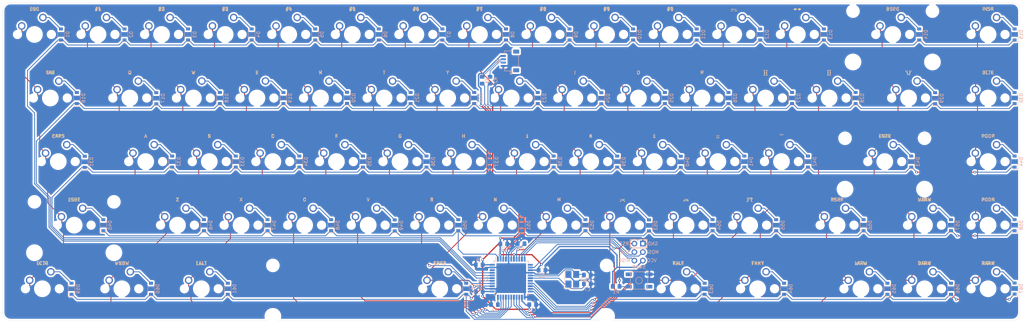
<source format=kicad_pcb>
(kicad_pcb (version 20171130) (host pcbnew "(5.1.4)-1")
  (layers (0 F.Cu signal) (31 B.Cu signal) (34 B.Paste user) (35 F.Paste user) (36 B.SilkS user hide) (37 F.SilkS user) (38 B.Mask user) (39 F.Mask user) (44 Edge.Cuts user))
  (net 0 "")
  (net 1 GND)
  (net 2 +5V)
  (net 3 "Net-(C6-Pad2)")
  (net 4 XTAL1)
  (net 5 XTAL2)
  (net 6 "Net-(D1-Pad2)")
  (net 7 row0)
  (net 8 "Net-(D2-Pad2)")
  (net 9 "Net-(D3-Pad2)")
  (net 10 "Net-(D4-Pad2)")
  (net 11 "Net-(D5-Pad2)")
  (net 12 "Net-(D6-Pad2)")
  (net 13 "Net-(D7-Pad2)")
  (net 14 "Net-(D8-Pad2)")
  (net 15 "Net-(D9-Pad2)")
  (net 16 "Net-(D10-Pad2)")
  (net 17 "Net-(D11-Pad2)")
  (net 18 "Net-(D12-Pad2)")
  (net 19 "Net-(D13-Pad2)")
  (net 20 "Net-(D14-Pad2)")
  (net 21 "Net-(D15-Pad2)")
  (net 22 "Net-(D16-Pad2)")
  (net 23 row1)
  (net 24 "Net-(D17-Pad2)")
  (net 25 "Net-(D18-Pad2)")
  (net 26 "Net-(D19-Pad2)")
  (net 27 "Net-(D20-Pad2)")
  (net 28 "Net-(D21-Pad2)")
  (net 29 "Net-(D22-Pad2)")
  (net 30 "Net-(D23-Pad2)")
  (net 31 "Net-(D24-Pad2)")
  (net 32 "Net-(D25-Pad2)")
  (net 33 "Net-(D26-Pad2)")
  (net 34 "Net-(D27-Pad2)")
  (net 35 "Net-(D28-Pad2)")
  (net 36 "Net-(D29-Pad2)")
  (net 37 "Net-(D30-Pad2)")
  (net 38 "Net-(D31-Pad2)")
  (net 39 row2)
  (net 40 "Net-(D32-Pad2)")
  (net 41 "Net-(D33-Pad2)")
  (net 42 "Net-(D34-Pad2)")
  (net 43 "Net-(D35-Pad2)")
  (net 44 "Net-(D36-Pad2)")
  (net 45 "Net-(D37-Pad2)")
  (net 46 "Net-(D38-Pad2)")
  (net 47 "Net-(D39-Pad2)")
  (net 48 "Net-(D40-Pad2)")
  (net 49 "Net-(D41-Pad2)")
  (net 50 "Net-(D42-Pad2)")
  (net 51 "Net-(D43-Pad2)")
  (net 52 "Net-(D44-Pad2)")
  (net 53 "Net-(D45-Pad2)")
  (net 54 row3)
  (net 55 "Net-(D46-Pad2)")
  (net 56 "Net-(D47-Pad2)")
  (net 57 "Net-(D48-Pad2)")
  (net 58 "Net-(D49-Pad2)")
  (net 59 "Net-(D50-Pad2)")
  (net 60 "Net-(D51-Pad2)")
  (net 61 "Net-(D52-Pad2)")
  (net 62 "Net-(D53-Pad2)")
  (net 63 "Net-(D54-Pad2)")
  (net 64 "Net-(D55-Pad2)")
  (net 65 "Net-(D56-Pad2)")
  (net 66 "Net-(D57-Pad2)")
  (net 67 "Net-(D58-Pad2)")
  (net 68 "Net-(D59-Pad2)")
  (net 69 row4)
  (net 70 "Net-(D60-Pad2)")
  (net 71 "Net-(D61-Pad2)")
  (net 72 "Net-(D62-Pad2)")
  (net 73 "Net-(D63-Pad2)")
  (net 74 "Net-(D64-Pad2)")
  (net 75 "Net-(D65-Pad2)")
  (net 76 "Net-(D66-Pad2)")
  (net 77 "Net-(D67-Pad2)")
  (net 78 RESET)
  (net 79 MOSI)
  (net 80 SCK)
  (net 81 MISO)
  (net 82 D-)
  (net 83 D+)
  (net 84 "Net-(R2-Pad1)")
  (net 85 "Net-(R3-Pad1)")
  (net 86 "Net-(R4-Pad2)")
  (net 87 col0)
  (net 88 col1)
  (net 89 col2)
  (net 90 col3)
  (net 91 col4)
  (net 92 col5)
  (net 93 col6)
  (net 94 col7)
  (net 95 col8)
  (net 96 col9)
  (net 97 col10)
  (net 98 col11)
  (net 99 col12)
  (net 100 col13)
  (net 101 col14)
  (net 102 "Net-(U2-Pad42)")
  (net 103 "Net-(U2-Pad18)")
  (net 104 "Net-(U2-Pad12)")
  (module MX_Only:MXOnly-6.25U-NoLED (layer F.Cu) (at 154.78125 109.5375)
    (fp_text reference SW62)
    (fp_text value SPCB)
    (fp_text user %V (at 0 -7.62) (layer F.SilkS))
    (fp_text user %V (at 0 -7.62) (layer B.SilkS) (effects (justify mirror)))
    (pad 2 thru_hole circle (at 2.54 -5.08) (size 2.25 2.25) (drill 1.47) (layers *.Cu *.Mask) (net 72 "Net-(D62-Pad2)"))
    (pad "" np_thru_hole circle (at 0 0) (size 3.9878 3.9878) (drill 3.9878) (layers *.Cu *.Mask))
    (pad 1 thru_hole circle (at -3.81 -2.54) (size 2.25 2.25) (drill 1.47) (layers *.Cu *.Mask) (net 93 col6))
    (pad "" np_thru_hole circle (at -5.08 0 48.0996) (size 1.75 1.75) (drill 1.75) (layers *.Cu *.Mask))
    (pad "" np_thru_hole circle (at 5.08 0 48.0996) (size 1.75 1.75) (drill 1.75) (layers *.Cu *.Mask))
    (pad "" np_thru_hole circle (at -49.9999 -6.985) (size 3.048 3.048) (drill 3.048) (layers *.Cu *.Mask))
    (pad "" np_thru_hole circle (at 49.9999 -6.985) (size 3.048 3.048) (drill 3.048) (layers *.Cu *.Mask))
    (pad "" np_thru_hole circle (at -49.9999 8.255) (size 3.9878 3.9878) (drill 3.9878) (layers *.Cu *.Mask))
    (pad "" np_thru_hole circle (at 49.9999 8.255) (size 3.9878 3.9878) (drill 3.9878) (layers *.Cu *.Mask))
  )
  (module MX_Only:MXOnly-2.25U-NoLED (layer F.Cu) (at 288.13125 71.4375)
    (fp_text reference SW43)
    (fp_text value ENTR)
    (fp_text user %V (at 0 -7.62) (layer F.SilkS))
    (fp_text user %V (at 0 -7.62) (layer B.SilkS) (effects (justify mirror)))
    (pad 2 thru_hole circle (at 2.54 -5.08) (size 2.25 2.25) (drill 1.47) (layers *.Cu *.Mask) (net 51 "Net-(D43-Pad2)"))
    (pad "" np_thru_hole circle (at 0 0) (size 3.9878 3.9878) (drill 3.9878) (layers *.Cu *.Mask))
    (pad 1 thru_hole circle (at -3.81 -2.54) (size 2.25 2.25) (drill 1.47) (layers *.Cu *.Mask) (net 100 col13))
    (pad "" np_thru_hole circle (at -5.08 0 48.0996) (size 1.75 1.75) (drill 1.75) (layers *.Cu *.Mask))
    (pad "" np_thru_hole circle (at 5.08 0 48.0996) (size 1.75 1.75) (drill 1.75) (layers *.Cu *.Mask))
    (pad "" np_thru_hole circle (at -11.90625 -6.985) (size 3.048 3.048) (drill 3.048) (layers *.Cu *.Mask))
    (pad "" np_thru_hole circle (at 11.90625 -6.985) (size 3.048 3.048) (drill 3.048) (layers *.Cu *.Mask))
    (pad "" np_thru_hole circle (at -11.90625 8.255) (size 3.9878 3.9878) (drill 3.9878) (layers *.Cu *.Mask))
    (pad "" np_thru_hole circle (at 11.90625 8.255) (size 3.9878 3.9878) (drill 3.9878) (layers *.Cu *.Mask))
  )
  (module MX_Only:MXOnly-2.25U-NoLED (layer F.Cu) (at 45.24375 90.4875)
    (fp_text reference SW45)
    (fp_text value LSHF)
    (fp_text user %V (at 0 -7.62) (layer F.SilkS))
    (fp_text user %V (at 0 -7.62) (layer B.SilkS) (effects (justify mirror)))
    (pad 2 thru_hole circle (at 2.54 -5.08) (size 2.25 2.25) (drill 1.47) (layers *.Cu *.Mask) (net 53 "Net-(D45-Pad2)"))
    (pad "" np_thru_hole circle (at 0 0) (size 3.9878 3.9878) (drill 3.9878) (layers *.Cu *.Mask))
    (pad 1 thru_hole circle (at -3.81 -2.54) (size 2.25 2.25) (drill 1.47) (layers *.Cu *.Mask) (net 87 col0))
    (pad "" np_thru_hole circle (at -5.08 0 48.0996) (size 1.75 1.75) (drill 1.75) (layers *.Cu *.Mask))
    (pad "" np_thru_hole circle (at 5.08 0 48.0996) (size 1.75 1.75) (drill 1.75) (layers *.Cu *.Mask))
    (pad "" np_thru_hole circle (at -11.90625 -6.985) (size 3.048 3.048) (drill 3.048) (layers *.Cu *.Mask))
    (pad "" np_thru_hole circle (at 11.90625 -6.985) (size 3.048 3.048) (drill 3.048) (layers *.Cu *.Mask))
    (pad "" np_thru_hole circle (at -11.90625 8.255) (size 3.9878 3.9878) (drill 3.9878) (layers *.Cu *.Mask))
    (pad "" np_thru_hole circle (at 11.90625 8.255) (size 3.9878 3.9878) (drill 3.9878) (layers *.Cu *.Mask))
  )
  (module MX_Only:MXOnly-1.75U-NoLED (layer F.Cu) (at 273.84375 90.4875)
    (fp_text reference SW56)
    (fp_text value RSHF)
    (fp_text user %V (at 0 -7.62) (layer F.SilkS))
    (fp_text user %V (at 0 -7.62) (layer B.SilkS) (effects (justify mirror)))
    (pad 2 thru_hole circle (at 2.54 -5.08) (size 2.25 2.25) (drill 1.47) (layers *.Cu *.Mask) (net 65 "Net-(D56-Pad2)"))
    (pad "" np_thru_hole circle (at 0 0) (size 3.9878 3.9878) (drill 3.9878) (layers *.Cu *.Mask))
    (pad 1 thru_hole circle (at -3.81 -2.54) (size 2.25 2.25) (drill 1.47) (layers *.Cu *.Mask) (net 99 col12))
    (pad "" np_thru_hole circle (at -5.08 0 48.0996) (size 1.75 1.75) (drill 1.75) (layers *.Cu *.Mask))
    (pad "" np_thru_hole circle (at 5.08 0 48.0996) (size 1.75 1.75) (drill 1.75) (layers *.Cu *.Mask))
  )
  (module MX_Only:MXOnly-1.75U-NoLED (layer F.Cu) (at 40.48125 71.4375)
    (fp_text reference SW31)
    (fp_text value CAPS)
    (fp_text user %V (at 0 -7.62) (layer F.SilkS))
    (fp_text user %V (at 0 -7.62) (layer B.SilkS) (effects (justify mirror)))
    (pad 2 thru_hole circle (at 2.54 -5.08) (size 2.25 2.25) (drill 1.47) (layers *.Cu *.Mask) (net 38 "Net-(D31-Pad2)"))
    (pad "" np_thru_hole circle (at 0 0) (size 3.9878 3.9878) (drill 3.9878) (layers *.Cu *.Mask))
    (pad 1 thru_hole circle (at -3.81 -2.54) (size 2.25 2.25) (drill 1.47) (layers *.Cu *.Mask) (net 87 col0))
    (pad "" np_thru_hole circle (at -5.08 0 48.0996) (size 1.75 1.75) (drill 1.75) (layers *.Cu *.Mask))
    (pad "" np_thru_hole circle (at 5.08 0 48.0996) (size 1.75 1.75) (drill 1.75) (layers *.Cu *.Mask))
  )
  (module MX_Only:MXOnly-1.5U-NoLED (layer F.Cu) (at 295.275 52.3875)
    (fp_text reference SW29)
    (fp_text value \|)
    (fp_text user %V (at 0 -7.62) (layer F.SilkS))
    (fp_text user %V (at 0 -7.62) (layer B.SilkS) (effects (justify mirror)))
    (pad 2 thru_hole circle (at 2.54 -5.08) (size 2.25 2.25) (drill 1.47) (layers *.Cu *.Mask) (net 36 "Net-(D29-Pad2)"))
    (pad "" np_thru_hole circle (at 0 0) (size 3.9878 3.9878) (drill 3.9878) (layers *.Cu *.Mask))
    (pad 1 thru_hole circle (at -3.81 -2.54) (size 2.25 2.25) (drill 1.47) (layers *.Cu *.Mask) (net 100 col13))
    (pad "" np_thru_hole circle (at -5.08 0 48.0996) (size 1.75 1.75) (drill 1.75) (layers *.Cu *.Mask))
    (pad "" np_thru_hole circle (at 5.08 0 48.0996) (size 1.75 1.75) (drill 1.75) (layers *.Cu *.Mask))
  )
  (module MX_Only:MXOnly-1.5U-NoLED (layer F.Cu) (at 38.1 52.3875)
    (fp_text reference SW16)
    (fp_text value TAB)
    (fp_text user %V (at 0 -7.62) (layer F.SilkS))
    (fp_text user %V (at 0 -7.62) (layer B.SilkS) (effects (justify mirror)))
    (pad 2 thru_hole circle (at 2.54 -5.08) (size 2.25 2.25) (drill 1.47) (layers *.Cu *.Mask) (net 22 "Net-(D16-Pad2)"))
    (pad "" np_thru_hole circle (at 0 0) (size 3.9878 3.9878) (drill 3.9878) (layers *.Cu *.Mask))
    (pad 1 thru_hole circle (at -3.81 -2.54) (size 2.25 2.25) (drill 1.47) (layers *.Cu *.Mask) (net 87 col0))
    (pad "" np_thru_hole circle (at -5.08 0 48.0996) (size 1.75 1.75) (drill 1.75) (layers *.Cu *.Mask))
    (pad "" np_thru_hole circle (at 5.08 0 48.0996) (size 1.75 1.75) (drill 1.75) (layers *.Cu *.Mask))
  )
  (module MX_Only:MXOnly-1.25U-NoLED (layer F.Cu) (at 59.53125 109.5375)
    (fp_text reference SW60)
    (fp_text value WNDW)
    (fp_text user %V (at 0 -7.62) (layer F.SilkS))
    (fp_text user %V (at 0 -7.62) (layer B.SilkS) (effects (justify mirror)))
    (pad 2 thru_hole circle (at 2.54 -5.08) (size 2.25 2.25) (drill 1.47) (layers *.Cu *.Mask) (net 70 "Net-(D60-Pad2)"))
    (pad "" np_thru_hole circle (at 0 0) (size 3.9878 3.9878) (drill 3.9878) (layers *.Cu *.Mask))
    (pad 1 thru_hole circle (at -3.81 -2.54) (size 2.25 2.25) (drill 1.47) (layers *.Cu *.Mask) (net 88 col1))
    (pad "" np_thru_hole circle (at -5.08 0 48.0996) (size 1.75 1.75) (drill 1.75) (layers *.Cu *.Mask))
    (pad "" np_thru_hole circle (at 5.08 0 48.0996) (size 1.75 1.75) (drill 1.75) (layers *.Cu *.Mask))
  )
  (module MX_Only:MXOnly-1.25U-NoLED (layer F.Cu) (at 83.34375 109.5375)
    (fp_text reference SW61)
    (fp_text value LALT)
    (fp_text user %V (at 0 -7.62) (layer F.SilkS))
    (fp_text user %V (at 0 -7.62) (layer B.SilkS) (effects (justify mirror)))
    (pad 2 thru_hole circle (at 2.54 -5.08) (size 2.25 2.25) (drill 1.47) (layers *.Cu *.Mask) (net 71 "Net-(D61-Pad2)"))
    (pad "" np_thru_hole circle (at 0 0) (size 3.9878 3.9878) (drill 3.9878) (layers *.Cu *.Mask))
    (pad 1 thru_hole circle (at -3.81 -2.54) (size 2.25 2.25) (drill 1.47) (layers *.Cu *.Mask) (net 89 col2))
    (pad "" np_thru_hole circle (at -5.08 0 48.0996) (size 1.75 1.75) (drill 1.75) (layers *.Cu *.Mask))
    (pad "" np_thru_hole circle (at 5.08 0 48.0996) (size 1.75 1.75) (drill 1.75) (layers *.Cu *.Mask))
  )
  (module MX_Only:MXOnly-1.25U-NoLED (layer F.Cu) (at 35.71875 109.5375)
    (fp_text reference SW59)
    (fp_text value LCTR)
    (fp_text user %V (at 0 -7.62) (layer F.SilkS))
    (fp_text user %V (at 0 -7.62) (layer B.SilkS) (effects (justify mirror)))
    (pad 2 thru_hole circle (at 2.54 -5.08) (size 2.25 2.25) (drill 1.47) (layers *.Cu *.Mask) (net 68 "Net-(D59-Pad2)"))
    (pad "" np_thru_hole circle (at 0 0) (size 3.9878 3.9878) (drill 3.9878) (layers *.Cu *.Mask))
    (pad 1 thru_hole circle (at -3.81 -2.54) (size 2.25 2.25) (drill 1.47) (layers *.Cu *.Mask) (net 87 col0))
    (pad "" np_thru_hole circle (at -5.08 0 48.0996) (size 1.75 1.75) (drill 1.75) (layers *.Cu *.Mask))
    (pad "" np_thru_hole circle (at 5.08 0 48.0996) (size 1.75 1.75) (drill 1.75) (layers *.Cu *.Mask))
  )
  (module MX_Only:MXOnly-1.25U-NoLED (layer F.Cu) (at 250.03125 109.5375)
    (fp_text reference SW64)
    (fp_text value FNKY)
    (fp_text user %V (at 0 -7.62) (layer F.SilkS))
    (fp_text user %V (at 0 -7.62) (layer B.SilkS) (effects (justify mirror)))
    (pad 2 thru_hole circle (at 2.54 -5.08) (size 2.25 2.25) (drill 1.47) (layers *.Cu *.Mask) (net 74 "Net-(D64-Pad2)"))
    (pad "" np_thru_hole circle (at 0 0) (size 3.9878 3.9878) (drill 3.9878) (layers *.Cu *.Mask))
    (pad 1 thru_hole circle (at -3.81 -2.54) (size 2.25 2.25) (drill 1.47) (layers *.Cu *.Mask) (net 98 col11))
    (pad "" np_thru_hole circle (at -5.08 0 48.0996) (size 1.75 1.75) (drill 1.75) (layers *.Cu *.Mask))
    (pad "" np_thru_hole circle (at 5.08 0 48.0996) (size 1.75 1.75) (drill 1.75) (layers *.Cu *.Mask))
  )
  (module MX_Only:MXOnly-1.25U-NoLED (layer F.Cu) (at 226.21875 109.5375)
    (fp_text reference SW63)
    (fp_text value RALT)
    (fp_text user %V (at 0 -7.62) (layer F.SilkS))
    (fp_text user %V (at 0 -7.62) (layer B.SilkS) (effects (justify mirror)))
    (pad 2 thru_hole circle (at 2.54 -5.08) (size 2.25 2.25) (drill 1.47) (layers *.Cu *.Mask) (net 73 "Net-(D63-Pad2)"))
    (pad "" np_thru_hole circle (at 0 0) (size 3.9878 3.9878) (drill 3.9878) (layers *.Cu *.Mask))
    (pad 1 thru_hole circle (at -3.81 -2.54) (size 2.25 2.25) (drill 1.47) (layers *.Cu *.Mask) (net 97 col10))
    (pad "" np_thru_hole circle (at -5.08 0 48.0996) (size 1.75 1.75) (drill 1.75) (layers *.Cu *.Mask))
    (pad "" np_thru_hole circle (at 5.08 0 48.0996) (size 1.75 1.75) (drill 1.75) (layers *.Cu *.Mask))
  )
  (module MX_Only:MXOnly-2U-NoLED (layer F.Cu) (at 290.5125 33.3375)
    (fp_text reference SW14)
    (fp_text value BSPC)
    (fp_text user %V (at 0 -7.62) (layer B.SilkS) (effects (justify mirror)))
    (fp_text user %V (at 0 -7.62) (layer F.SilkS))
    (pad 2 thru_hole circle (at 2.54 -5.08) (size 2.25 2.25) (drill 1.47) (layers *.Cu *.Mask) (net 20 "Net-(D14-Pad2)"))
    (pad "" np_thru_hole circle (at 0 0) (size 3.9878 3.9878) (drill 3.9878) (layers *.Cu *.Mask))
    (pad 1 thru_hole circle (at -3.81 -2.54) (size 2.25 2.25) (drill 1.47) (layers *.Cu *.Mask) (net 100 col13))
    (pad "" np_thru_hole circle (at -5.08 0 48.0996) (size 1.75 1.75) (drill 1.75) (layers *.Cu *.Mask))
    (pad "" np_thru_hole circle (at 5.08 0 48.0996) (size 1.75 1.75) (drill 1.75) (layers *.Cu *.Mask))
    (pad "" np_thru_hole circle (at -11.90625 -6.985) (size 3.048 3.048) (drill 3.048) (layers *.Cu *.Mask))
    (pad "" np_thru_hole circle (at 11.90625 -6.985) (size 3.048 3.048) (drill 3.048) (layers *.Cu *.Mask))
    (pad "" np_thru_hole circle (at -11.90625 8.255) (size 3.9878 3.9878) (drill 3.9878) (layers *.Cu *.Mask))
    (pad "" np_thru_hole circle (at 11.90625 8.255) (size 3.9878 3.9878) (drill 3.9878) (layers *.Cu *.Mask))
  )
  (module MX_Only:MXOnly-1U-NoLED (layer F.Cu) (at 319.0875 109.5375)
    (fp_text reference SW67)
    (fp_text value RARW)
    (fp_text user %V (at 0 -7.62) (layer F.SilkS))
    (fp_text user %V (at 0 -7.62) (layer B.SilkS) (effects (justify mirror)))
    (pad 2 thru_hole circle (at 2.54 -5.08) (size 2.25 2.25) (drill 1.47) (layers *.Cu *.Mask) (net 77 "Net-(D67-Pad2)"))
    (pad "" np_thru_hole circle (at 0 0) (size 3.9878 3.9878) (drill 3.9878) (layers *.Cu *.Mask))
    (pad 1 thru_hole circle (at -3.81 -2.54) (size 2.25 2.25) (drill 1.47) (layers *.Cu *.Mask) (net 101 col14))
    (pad "" np_thru_hole circle (at -5.08 0 48.0996) (size 1.75 1.75) (drill 1.75) (layers *.Cu *.Mask))
    (pad "" np_thru_hole circle (at 5.08 0 48.0996) (size 1.75 1.75) (drill 1.75) (layers *.Cu *.Mask))
  )
  (module MX_Only:MXOnly-1U-NoLED (layer F.Cu) (at 300.0375 109.5375)
    (fp_text reference SW66)
    (fp_text value DARW)
    (fp_text user %V (at 0 -7.62) (layer F.SilkS))
    (fp_text user %V (at 0 -7.62) (layer B.SilkS) (effects (justify mirror)))
    (pad 2 thru_hole circle (at 2.54 -5.08) (size 2.25 2.25) (drill 1.47) (layers *.Cu *.Mask) (net 76 "Net-(D66-Pad2)"))
    (pad "" np_thru_hole circle (at 0 0) (size 3.9878 3.9878) (drill 3.9878) (layers *.Cu *.Mask))
    (pad 1 thru_hole circle (at -3.81 -2.54) (size 2.25 2.25) (drill 1.47) (layers *.Cu *.Mask) (net 100 col13))
    (pad "" np_thru_hole circle (at -5.08 0 48.0996) (size 1.75 1.75) (drill 1.75) (layers *.Cu *.Mask))
    (pad "" np_thru_hole circle (at 5.08 0 48.0996) (size 1.75 1.75) (drill 1.75) (layers *.Cu *.Mask))
  )
  (module MX_Only:MXOnly-1U-NoLED (layer F.Cu) (at 280.9875 109.5375)
    (fp_text reference SW65)
    (fp_text value LARW)
    (fp_text user %V (at 0 -7.62) (layer F.SilkS))
    (fp_text user %V (at 0 -7.62) (layer B.SilkS) (effects (justify mirror)))
    (pad 2 thru_hole circle (at 2.54 -5.08) (size 2.25 2.25) (drill 1.47) (layers *.Cu *.Mask) (net 75 "Net-(D65-Pad2)"))
    (pad "" np_thru_hole circle (at 0 0) (size 3.9878 3.9878) (drill 3.9878) (layers *.Cu *.Mask))
    (pad 1 thru_hole circle (at -3.81 -2.54) (size 2.25 2.25) (drill 1.47) (layers *.Cu *.Mask) (net 99 col12))
    (pad "" np_thru_hole circle (at -5.08 0 48.0996) (size 1.75 1.75) (drill 1.75) (layers *.Cu *.Mask))
    (pad "" np_thru_hole circle (at 5.08 0 48.0996) (size 1.75 1.75) (drill 1.75) (layers *.Cu *.Mask))
  )
  (module MX_Only:MXOnly-1U-NoLED (layer F.Cu) (at 319.0875 90.4875)
    (fp_text reference SW58)
    (fp_text value PGDN)
    (fp_text user %V (at 0 -7.62) (layer F.SilkS))
    (fp_text user %V (at 0 -7.62) (layer B.SilkS) (effects (justify mirror)))
    (pad 2 thru_hole circle (at 2.54 -5.08) (size 2.25 2.25) (drill 1.47) (layers *.Cu *.Mask) (net 67 "Net-(D58-Pad2)"))
    (pad "" np_thru_hole circle (at 0 0) (size 3.9878 3.9878) (drill 3.9878) (layers *.Cu *.Mask))
    (pad 1 thru_hole circle (at -3.81 -2.54) (size 2.25 2.25) (drill 1.47) (layers *.Cu *.Mask) (net 101 col14))
    (pad "" np_thru_hole circle (at -5.08 0 48.0996) (size 1.75 1.75) (drill 1.75) (layers *.Cu *.Mask))
    (pad "" np_thru_hole circle (at 5.08 0 48.0996) (size 1.75 1.75) (drill 1.75) (layers *.Cu *.Mask))
  )
  (module MX_Only:MXOnly-1U-NoLED (layer F.Cu) (at 300.0375 90.4875)
    (fp_text reference SW57)
    (fp_text value UARW)
    (fp_text user %V (at 0 -7.62) (layer F.SilkS))
    (fp_text user %V (at 0 -7.62) (layer B.SilkS) (effects (justify mirror)))
    (pad 2 thru_hole circle (at 2.54 -5.08) (size 2.25 2.25) (drill 1.47) (layers *.Cu *.Mask) (net 66 "Net-(D57-Pad2)"))
    (pad "" np_thru_hole circle (at 0 0) (size 3.9878 3.9878) (drill 3.9878) (layers *.Cu *.Mask))
    (pad 1 thru_hole circle (at -3.81 -2.54) (size 2.25 2.25) (drill 1.47) (layers *.Cu *.Mask) (net 100 col13))
    (pad "" np_thru_hole circle (at -5.08 0 48.0996) (size 1.75 1.75) (drill 1.75) (layers *.Cu *.Mask))
    (pad "" np_thru_hole circle (at 5.08 0 48.0996) (size 1.75 1.75) (drill 1.75) (layers *.Cu *.Mask))
  )
  (module MX_Only:MXOnly-1U-NoLED (layer F.Cu) (at 247.65 90.4875)
    (fp_text reference SW55)
    (fp_text value /?)
    (fp_text user %V (at 0 -7.62) (layer F.SilkS))
    (fp_text user %V (at 0 -7.62) (layer B.SilkS) (effects (justify mirror)))
    (pad 2 thru_hole circle (at 2.54 -5.08) (size 2.25 2.25) (drill 1.47) (layers *.Cu *.Mask) (net 64 "Net-(D55-Pad2)"))
    (pad "" np_thru_hole circle (at 0 0) (size 3.9878 3.9878) (drill 3.9878) (layers *.Cu *.Mask))
    (pad 1 thru_hole circle (at -3.81 -2.54) (size 2.25 2.25) (drill 1.47) (layers *.Cu *.Mask) (net 97 col10))
    (pad "" np_thru_hole circle (at -5.08 0 48.0996) (size 1.75 1.75) (drill 1.75) (layers *.Cu *.Mask))
    (pad "" np_thru_hole circle (at 5.08 0 48.0996) (size 1.75 1.75) (drill 1.75) (layers *.Cu *.Mask))
  )
  (module MX_Only:MXOnly-1U-NoLED (layer F.Cu) (at 228.6 90.4875)
    (fp_text reference SW54)
    (fp_text value .>)
    (fp_text user %V (at 0 -7.62) (layer F.SilkS))
    (fp_text user %V (at 0 -7.62) (layer B.SilkS) (effects (justify mirror)))
    (pad 2 thru_hole circle (at 2.54 -5.08) (size 2.25 2.25) (drill 1.47) (layers *.Cu *.Mask) (net 63 "Net-(D54-Pad2)"))
    (pad "" np_thru_hole circle (at 0 0) (size 3.9878 3.9878) (drill 3.9878) (layers *.Cu *.Mask))
    (pad 1 thru_hole circle (at -3.81 -2.54) (size 2.25 2.25) (drill 1.47) (layers *.Cu *.Mask) (net 96 col9))
    (pad "" np_thru_hole circle (at -5.08 0 48.0996) (size 1.75 1.75) (drill 1.75) (layers *.Cu *.Mask))
    (pad "" np_thru_hole circle (at 5.08 0 48.0996) (size 1.75 1.75) (drill 1.75) (layers *.Cu *.Mask))
  )
  (module MX_Only:MXOnly-1U-NoLED (layer F.Cu) (at 209.55 90.4875)
    (fp_text reference SW53)
    (fp_text value ,<)
    (fp_text user %V (at 0 -7.62) (layer F.SilkS))
    (fp_text user %V (at 0 -7.62) (layer B.SilkS) (effects (justify mirror)))
    (pad 2 thru_hole circle (at 2.54 -5.08) (size 2.25 2.25) (drill 1.47) (layers *.Cu *.Mask) (net 62 "Net-(D53-Pad2)"))
    (pad "" np_thru_hole circle (at 0 0) (size 3.9878 3.9878) (drill 3.9878) (layers *.Cu *.Mask))
    (pad 1 thru_hole circle (at -3.81 -2.54) (size 2.25 2.25) (drill 1.47) (layers *.Cu *.Mask) (net 95 col8))
    (pad "" np_thru_hole circle (at -5.08 0 48.0996) (size 1.75 1.75) (drill 1.75) (layers *.Cu *.Mask))
    (pad "" np_thru_hole circle (at 5.08 0 48.0996) (size 1.75 1.75) (drill 1.75) (layers *.Cu *.Mask))
  )
  (module MX_Only:MXOnly-1U-NoLED (layer F.Cu) (at 190.5 90.4875)
    (fp_text reference SW52)
    (fp_text value M)
    (fp_text user %V (at 0 -7.62) (layer F.SilkS))
    (fp_text user %V (at 0 -7.62) (layer B.SilkS) (effects (justify mirror)))
    (pad 2 thru_hole circle (at 2.54 -5.08) (size 2.25 2.25) (drill 1.47) (layers *.Cu *.Mask) (net 61 "Net-(D52-Pad2)"))
    (pad "" np_thru_hole circle (at 0 0) (size 3.9878 3.9878) (drill 3.9878) (layers *.Cu *.Mask))
    (pad 1 thru_hole circle (at -3.81 -2.54) (size 2.25 2.25) (drill 1.47) (layers *.Cu *.Mask) (net 94 col7))
    (pad "" np_thru_hole circle (at -5.08 0 48.0996) (size 1.75 1.75) (drill 1.75) (layers *.Cu *.Mask))
    (pad "" np_thru_hole circle (at 5.08 0 48.0996) (size 1.75 1.75) (drill 1.75) (layers *.Cu *.Mask))
  )
  (module MX_Only:MXOnly-1U-NoLED (layer F.Cu) (at 171.45 90.4875)
    (fp_text reference SW51)
    (fp_text value N)
    (fp_text user %V (at 0 -7.62) (layer F.SilkS))
    (fp_text user %V (at 0 -7.62) (layer B.SilkS) (effects (justify mirror)))
    (pad 2 thru_hole circle (at 2.54 -5.08) (size 2.25 2.25) (drill 1.47) (layers *.Cu *.Mask) (net 60 "Net-(D51-Pad2)"))
    (pad "" np_thru_hole circle (at 0 0) (size 3.9878 3.9878) (drill 3.9878) (layers *.Cu *.Mask))
    (pad 1 thru_hole circle (at -3.81 -2.54) (size 2.25 2.25) (drill 1.47) (layers *.Cu *.Mask) (net 93 col6))
    (pad "" np_thru_hole circle (at -5.08 0 48.0996) (size 1.75 1.75) (drill 1.75) (layers *.Cu *.Mask))
    (pad "" np_thru_hole circle (at 5.08 0 48.0996) (size 1.75 1.75) (drill 1.75) (layers *.Cu *.Mask))
  )
  (module MX_Only:MXOnly-1U-NoLED (layer F.Cu) (at 152.4 90.4875)
    (fp_text reference SW50)
    (fp_text value B)
    (fp_text user %V (at 0 -7.62) (layer F.SilkS))
    (fp_text user %V (at 0 -7.62) (layer B.SilkS) (effects (justify mirror)))
    (pad 2 thru_hole circle (at 2.54 -5.08) (size 2.25 2.25) (drill 1.47) (layers *.Cu *.Mask) (net 59 "Net-(D50-Pad2)"))
    (pad "" np_thru_hole circle (at 0 0) (size 3.9878 3.9878) (drill 3.9878) (layers *.Cu *.Mask))
    (pad 1 thru_hole circle (at -3.81 -2.54) (size 2.25 2.25) (drill 1.47) (layers *.Cu *.Mask) (net 92 col5))
    (pad "" np_thru_hole circle (at -5.08 0 48.0996) (size 1.75 1.75) (drill 1.75) (layers *.Cu *.Mask))
    (pad "" np_thru_hole circle (at 5.08 0 48.0996) (size 1.75 1.75) (drill 1.75) (layers *.Cu *.Mask))
  )
  (module MX_Only:MXOnly-1U-NoLED (layer F.Cu) (at 133.35 90.4875)
    (fp_text reference SW49)
    (fp_text value V)
    (fp_text user %V (at 0 -7.62) (layer F.SilkS))
    (fp_text user %V (at 0 -7.62) (layer B.SilkS) (effects (justify mirror)))
    (pad 2 thru_hole circle (at 2.54 -5.08) (size 2.25 2.25) (drill 1.47) (layers *.Cu *.Mask) (net 58 "Net-(D49-Pad2)"))
    (pad "" np_thru_hole circle (at 0 0) (size 3.9878 3.9878) (drill 3.9878) (layers *.Cu *.Mask))
    (pad 1 thru_hole circle (at -3.81 -2.54) (size 2.25 2.25) (drill 1.47) (layers *.Cu *.Mask) (net 91 col4))
    (pad "" np_thru_hole circle (at -5.08 0 48.0996) (size 1.75 1.75) (drill 1.75) (layers *.Cu *.Mask))
    (pad "" np_thru_hole circle (at 5.08 0 48.0996) (size 1.75 1.75) (drill 1.75) (layers *.Cu *.Mask))
  )
  (module MX_Only:MXOnly-1U-NoLED (layer F.Cu) (at 114.3 90.4875)
    (fp_text reference SW48)
    (fp_text value C)
    (fp_text user %V (at 0 -7.62) (layer F.SilkS))
    (fp_text user %V (at 0 -7.62) (layer B.SilkS) (effects (justify mirror)))
    (pad 2 thru_hole circle (at 2.54 -5.08) (size 2.25 2.25) (drill 1.47) (layers *.Cu *.Mask) (net 57 "Net-(D48-Pad2)"))
    (pad "" np_thru_hole circle (at 0 0) (size 3.9878 3.9878) (drill 3.9878) (layers *.Cu *.Mask))
    (pad 1 thru_hole circle (at -3.81 -2.54) (size 2.25 2.25) (drill 1.47) (layers *.Cu *.Mask) (net 90 col3))
    (pad "" np_thru_hole circle (at -5.08 0 48.0996) (size 1.75 1.75) (drill 1.75) (layers *.Cu *.Mask))
    (pad "" np_thru_hole circle (at 5.08 0 48.0996) (size 1.75 1.75) (drill 1.75) (layers *.Cu *.Mask))
  )
  (module MX_Only:MXOnly-1U-NoLED (layer F.Cu) (at 95.25 90.4875)
    (fp_text reference SW47)
    (fp_text value X)
    (fp_text user %V (at 0 -7.62) (layer F.SilkS))
    (fp_text user %V (at 0 -7.62) (layer B.SilkS) (effects (justify mirror)))
    (pad 2 thru_hole circle (at 2.54 -5.08) (size 2.25 2.25) (drill 1.47) (layers *.Cu *.Mask) (net 56 "Net-(D47-Pad2)"))
    (pad "" np_thru_hole circle (at 0 0) (size 3.9878 3.9878) (drill 3.9878) (layers *.Cu *.Mask))
    (pad 1 thru_hole circle (at -3.81 -2.54) (size 2.25 2.25) (drill 1.47) (layers *.Cu *.Mask) (net 89 col2))
    (pad "" np_thru_hole circle (at -5.08 0 48.0996) (size 1.75 1.75) (drill 1.75) (layers *.Cu *.Mask))
    (pad "" np_thru_hole circle (at 5.08 0 48.0996) (size 1.75 1.75) (drill 1.75) (layers *.Cu *.Mask))
  )
  (module MX_Only:MXOnly-1U-NoLED (layer F.Cu) (at 76.2 90.4875)
    (fp_text reference SW46)
    (fp_text value Z)
    (fp_text user %V (at 0 -7.62) (layer F.SilkS))
    (fp_text user %V (at 0 -7.62) (layer B.SilkS) (effects (justify mirror)))
    (pad 2 thru_hole circle (at 2.54 -5.08) (size 2.25 2.25) (drill 1.47) (layers *.Cu *.Mask) (net 55 "Net-(D46-Pad2)"))
    (pad "" np_thru_hole circle (at 0 0) (size 3.9878 3.9878) (drill 3.9878) (layers *.Cu *.Mask))
    (pad 1 thru_hole circle (at -3.81 -2.54) (size 2.25 2.25) (drill 1.47) (layers *.Cu *.Mask) (net 88 col1))
    (pad "" np_thru_hole circle (at -5.08 0 48.0996) (size 1.75 1.75) (drill 1.75) (layers *.Cu *.Mask))
    (pad "" np_thru_hole circle (at 5.08 0 48.0996) (size 1.75 1.75) (drill 1.75) (layers *.Cu *.Mask))
  )
  (module MX_Only:MXOnly-1U-NoLED (layer F.Cu) (at 319.0875 71.4375)
    (fp_text reference SW44)
    (fp_text value PGUP)
    (fp_text user %V (at 0 -7.62) (layer F.SilkS))
    (fp_text user %V (at 0 -7.62) (layer B.SilkS) (effects (justify mirror)))
    (pad 2 thru_hole circle (at 2.54 -5.08) (size 2.25 2.25) (drill 1.47) (layers *.Cu *.Mask) (net 52 "Net-(D44-Pad2)"))
    (pad "" np_thru_hole circle (at 0 0) (size 3.9878 3.9878) (drill 3.9878) (layers *.Cu *.Mask))
    (pad 1 thru_hole circle (at -3.81 -2.54) (size 2.25 2.25) (drill 1.47) (layers *.Cu *.Mask) (net 101 col14))
    (pad "" np_thru_hole circle (at -5.08 0 48.0996) (size 1.75 1.75) (drill 1.75) (layers *.Cu *.Mask))
    (pad "" np_thru_hole circle (at 5.08 0 48.0996) (size 1.75 1.75) (drill 1.75) (layers *.Cu *.Mask))
  )
  (module MX_Only:MXOnly-1U-NoLED (layer F.Cu) (at 257.175 71.4375)
    (fp_text reference SW42)
    (fp_text value '")
    (fp_text user %V (at 0 -7.62) (layer F.SilkS))
    (fp_text user %V (at 0 -7.62) (layer B.SilkS) (effects (justify mirror)))
    (pad 2 thru_hole circle (at 2.54 -5.08) (size 2.25 2.25) (drill 1.47) (layers *.Cu *.Mask) (net 50 "Net-(D42-Pad2)"))
    (pad "" np_thru_hole circle (at 0 0) (size 3.9878 3.9878) (drill 3.9878) (layers *.Cu *.Mask))
    (pad 1 thru_hole circle (at -3.81 -2.54) (size 2.25 2.25) (drill 1.47) (layers *.Cu *.Mask) (net 98 col11))
    (pad "" np_thru_hole circle (at -5.08 0 48.0996) (size 1.75 1.75) (drill 1.75) (layers *.Cu *.Mask))
    (pad "" np_thru_hole circle (at 5.08 0 48.0996) (size 1.75 1.75) (drill 1.75) (layers *.Cu *.Mask))
  )
  (module MX_Only:MXOnly-1U-NoLED (layer F.Cu) (at 238.125 71.4375)
    (fp_text reference SW41)
    (fp_text value ;:)
    (fp_text user %V (at 0 -7.62) (layer F.SilkS))
    (fp_text user %V (at 0 -7.62) (layer B.SilkS) (effects (justify mirror)))
    (pad 2 thru_hole circle (at 2.54 -5.08) (size 2.25 2.25) (drill 1.47) (layers *.Cu *.Mask) (net 49 "Net-(D41-Pad2)"))
    (pad "" np_thru_hole circle (at 0 0) (size 3.9878 3.9878) (drill 3.9878) (layers *.Cu *.Mask))
    (pad 1 thru_hole circle (at -3.81 -2.54) (size 2.25 2.25) (drill 1.47) (layers *.Cu *.Mask) (net 97 col10))
    (pad "" np_thru_hole circle (at -5.08 0 48.0996) (size 1.75 1.75) (drill 1.75) (layers *.Cu *.Mask))
    (pad "" np_thru_hole circle (at 5.08 0 48.0996) (size 1.75 1.75) (drill 1.75) (layers *.Cu *.Mask))
  )
  (module MX_Only:MXOnly-1U-NoLED (layer F.Cu) (at 219.075 71.4375)
    (fp_text reference SW40)
    (fp_text value L)
    (fp_text user %V (at 0 -7.62) (layer F.SilkS))
    (fp_text user %V (at 0 -7.62) (layer B.SilkS) (effects (justify mirror)))
    (pad 2 thru_hole circle (at 2.54 -5.08) (size 2.25 2.25) (drill 1.47) (layers *.Cu *.Mask) (net 48 "Net-(D40-Pad2)"))
    (pad "" np_thru_hole circle (at 0 0) (size 3.9878 3.9878) (drill 3.9878) (layers *.Cu *.Mask))
    (pad 1 thru_hole circle (at -3.81 -2.54) (size 2.25 2.25) (drill 1.47) (layers *.Cu *.Mask) (net 96 col9))
    (pad "" np_thru_hole circle (at -5.08 0 48.0996) (size 1.75 1.75) (drill 1.75) (layers *.Cu *.Mask))
    (pad "" np_thru_hole circle (at 5.08 0 48.0996) (size 1.75 1.75) (drill 1.75) (layers *.Cu *.Mask))
  )
  (module MX_Only:MXOnly-1U-NoLED (layer F.Cu) (at 200.025 71.4375)
    (fp_text reference SW39)
    (fp_text value K)
    (fp_text user %V (at 0 -7.62) (layer F.SilkS))
    (fp_text user %V (at 0 -7.62) (layer B.SilkS) (effects (justify mirror)))
    (pad 2 thru_hole circle (at 2.54 -5.08) (size 2.25 2.25) (drill 1.47) (layers *.Cu *.Mask) (net 47 "Net-(D39-Pad2)"))
    (pad "" np_thru_hole circle (at 0 0) (size 3.9878 3.9878) (drill 3.9878) (layers *.Cu *.Mask))
    (pad 1 thru_hole circle (at -3.81 -2.54) (size 2.25 2.25) (drill 1.47) (layers *.Cu *.Mask) (net 95 col8))
    (pad "" np_thru_hole circle (at -5.08 0 48.0996) (size 1.75 1.75) (drill 1.75) (layers *.Cu *.Mask))
    (pad "" np_thru_hole circle (at 5.08 0 48.0996) (size 1.75 1.75) (drill 1.75) (layers *.Cu *.Mask))
  )
  (module MX_Only:MXOnly-1U-NoLED (layer F.Cu) (at 180.975 71.4375)
    (fp_text reference SW38)
    (fp_text value J)
    (fp_text user %V (at 0 -7.62) (layer F.SilkS))
    (fp_text user %V (at 0 -7.62) (layer B.SilkS) (effects (justify mirror)))
    (pad 2 thru_hole circle (at 2.54 -5.08) (size 2.25 2.25) (drill 1.47) (layers *.Cu *.Mask) (net 46 "Net-(D38-Pad2)"))
    (pad "" np_thru_hole circle (at 0 0) (size 3.9878 3.9878) (drill 3.9878) (layers *.Cu *.Mask))
    (pad 1 thru_hole circle (at -3.81 -2.54) (size 2.25 2.25) (drill 1.47) (layers *.Cu *.Mask) (net 94 col7))
    (pad "" np_thru_hole circle (at -5.08 0 48.0996) (size 1.75 1.75) (drill 1.75) (layers *.Cu *.Mask))
    (pad "" np_thru_hole circle (at 5.08 0 48.0996) (size 1.75 1.75) (drill 1.75) (layers *.Cu *.Mask))
  )
  (module MX_Only:MXOnly-1U-NoLED (layer F.Cu) (at 161.925 71.4375)
    (fp_text reference SW37)
    (fp_text value H)
    (fp_text user %V (at 0 -7.62) (layer F.SilkS))
    (fp_text user %V (at 0 -7.62) (layer B.SilkS) (effects (justify mirror)))
    (pad 2 thru_hole circle (at 2.54 -5.08) (size 2.25 2.25) (drill 1.47) (layers *.Cu *.Mask) (net 45 "Net-(D37-Pad2)"))
    (pad "" np_thru_hole circle (at 0 0) (size 3.9878 3.9878) (drill 3.9878) (layers *.Cu *.Mask))
    (pad 1 thru_hole circle (at -3.81 -2.54) (size 2.25 2.25) (drill 1.47) (layers *.Cu *.Mask) (net 93 col6))
    (pad "" np_thru_hole circle (at -5.08 0 48.0996) (size 1.75 1.75) (drill 1.75) (layers *.Cu *.Mask))
    (pad "" np_thru_hole circle (at 5.08 0 48.0996) (size 1.75 1.75) (drill 1.75) (layers *.Cu *.Mask))
  )
  (module MX_Only:MXOnly-1U-NoLED (layer F.Cu) (at 142.875 71.4375)
    (fp_text reference SW36)
    (fp_text value G)
    (fp_text user %V (at 0 -7.62) (layer F.SilkS))
    (fp_text user %V (at 0 -7.62) (layer B.SilkS) (effects (justify mirror)))
    (pad 2 thru_hole circle (at 2.54 -5.08) (size 2.25 2.25) (drill 1.47) (layers *.Cu *.Mask) (net 44 "Net-(D36-Pad2)"))
    (pad "" np_thru_hole circle (at 0 0) (size 3.9878 3.9878) (drill 3.9878) (layers *.Cu *.Mask))
    (pad 1 thru_hole circle (at -3.81 -2.54) (size 2.25 2.25) (drill 1.47) (layers *.Cu *.Mask) (net 92 col5))
    (pad "" np_thru_hole circle (at -5.08 0 48.0996) (size 1.75 1.75) (drill 1.75) (layers *.Cu *.Mask))
    (pad "" np_thru_hole circle (at 5.08 0 48.0996) (size 1.75 1.75) (drill 1.75) (layers *.Cu *.Mask))
  )
  (module MX_Only:MXOnly-1U-NoLED (layer F.Cu) (at 123.825 71.4375)
    (fp_text reference SW35)
    (fp_text value F)
    (fp_text user %V (at 0 -7.62) (layer F.SilkS))
    (fp_text user %V (at 0 -7.62) (layer B.SilkS) (effects (justify mirror)))
    (pad 2 thru_hole circle (at 2.54 -5.08) (size 2.25 2.25) (drill 1.47) (layers *.Cu *.Mask) (net 43 "Net-(D35-Pad2)"))
    (pad "" np_thru_hole circle (at 0 0) (size 3.9878 3.9878) (drill 3.9878) (layers *.Cu *.Mask))
    (pad 1 thru_hole circle (at -3.81 -2.54) (size 2.25 2.25) (drill 1.47) (layers *.Cu *.Mask) (net 91 col4))
    (pad "" np_thru_hole circle (at -5.08 0 48.0996) (size 1.75 1.75) (drill 1.75) (layers *.Cu *.Mask))
    (pad "" np_thru_hole circle (at 5.08 0 48.0996) (size 1.75 1.75) (drill 1.75) (layers *.Cu *.Mask))
  )
  (module MX_Only:MXOnly-1U-NoLED (layer F.Cu) (at 104.775 71.4375)
    (fp_text reference SW34)
    (fp_text value D)
    (fp_text user %V (at 0 -7.62) (layer F.SilkS))
    (fp_text user %V (at 0 -7.62) (layer B.SilkS) (effects (justify mirror)))
    (pad 2 thru_hole circle (at 2.54 -5.08) (size 2.25 2.25) (drill 1.47) (layers *.Cu *.Mask) (net 42 "Net-(D34-Pad2)"))
    (pad "" np_thru_hole circle (at 0 0) (size 3.9878 3.9878) (drill 3.9878) (layers *.Cu *.Mask))
    (pad 1 thru_hole circle (at -3.81 -2.54) (size 2.25 2.25) (drill 1.47) (layers *.Cu *.Mask) (net 90 col3))
    (pad "" np_thru_hole circle (at -5.08 0 48.0996) (size 1.75 1.75) (drill 1.75) (layers *.Cu *.Mask))
    (pad "" np_thru_hole circle (at 5.08 0 48.0996) (size 1.75 1.75) (drill 1.75) (layers *.Cu *.Mask))
  )
  (module MX_Only:MXOnly-1U-NoLED (layer F.Cu) (at 85.725 71.4375)
    (fp_text reference SW33)
    (fp_text value S)
    (fp_text user %V (at 0 -7.62) (layer F.SilkS))
    (fp_text user %V (at 0 -7.62) (layer B.SilkS) (effects (justify mirror)))
    (pad 2 thru_hole circle (at 2.54 -5.08) (size 2.25 2.25) (drill 1.47) (layers *.Cu *.Mask) (net 41 "Net-(D33-Pad2)"))
    (pad "" np_thru_hole circle (at 0 0) (size 3.9878 3.9878) (drill 3.9878) (layers *.Cu *.Mask))
    (pad 1 thru_hole circle (at -3.81 -2.54) (size 2.25 2.25) (drill 1.47) (layers *.Cu *.Mask) (net 89 col2))
    (pad "" np_thru_hole circle (at -5.08 0 48.0996) (size 1.75 1.75) (drill 1.75) (layers *.Cu *.Mask))
    (pad "" np_thru_hole circle (at 5.08 0 48.0996) (size 1.75 1.75) (drill 1.75) (layers *.Cu *.Mask))
  )
  (module MX_Only:MXOnly-1U-NoLED (layer F.Cu) (at 66.675 71.4375)
    (fp_text reference SW32)
    (fp_text value A)
    (fp_text user %V (at 0 -7.62) (layer F.SilkS))
    (fp_text user %V (at 0 -7.62) (layer B.SilkS) (effects (justify mirror)))
    (pad 2 thru_hole circle (at 2.54 -5.08) (size 2.25 2.25) (drill 1.47) (layers *.Cu *.Mask) (net 40 "Net-(D32-Pad2)"))
    (pad "" np_thru_hole circle (at 0 0) (size 3.9878 3.9878) (drill 3.9878) (layers *.Cu *.Mask))
    (pad 1 thru_hole circle (at -3.81 -2.54) (size 2.25 2.25) (drill 1.47) (layers *.Cu *.Mask) (net 88 col1))
    (pad "" np_thru_hole circle (at -5.08 0 48.0996) (size 1.75 1.75) (drill 1.75) (layers *.Cu *.Mask))
    (pad "" np_thru_hole circle (at 5.08 0 48.0996) (size 1.75 1.75) (drill 1.75) (layers *.Cu *.Mask))
  )
  (module MX_Only:MXOnly-1U-NoLED (layer F.Cu) (at 319.0875 52.3875)
    (fp_text reference SW30)
    (fp_text value DLTE)
    (fp_text user %V (at 0 -7.62) (layer F.SilkS))
    (fp_text user %V (at 0 -7.62) (layer B.SilkS) (effects (justify mirror)))
    (pad 2 thru_hole circle (at 2.54 -5.08) (size 2.25 2.25) (drill 1.47) (layers *.Cu *.Mask) (net 37 "Net-(D30-Pad2)"))
    (pad "" np_thru_hole circle (at 0 0) (size 3.9878 3.9878) (drill 3.9878) (layers *.Cu *.Mask))
    (pad 1 thru_hole circle (at -3.81 -2.54) (size 2.25 2.25) (drill 1.47) (layers *.Cu *.Mask) (net 101 col14))
    (pad "" np_thru_hole circle (at -5.08 0 48.0996) (size 1.75 1.75) (drill 1.75) (layers *.Cu *.Mask))
    (pad "" np_thru_hole circle (at 5.08 0 48.0996) (size 1.75 1.75) (drill 1.75) (layers *.Cu *.Mask))
  )
  (module MX_Only:MXOnly-1U-NoLED (layer F.Cu) (at 271.4625 52.3875)
    (fp_text reference SW28)
    (fp_text value ]})
    (fp_text user %V (at 0 -7.62) (layer F.SilkS))
    (fp_text user %V (at 0 -7.62) (layer B.SilkS) (effects (justify mirror)))
    (pad 2 thru_hole circle (at 2.54 -5.08) (size 2.25 2.25) (drill 1.47) (layers *.Cu *.Mask) (net 35 "Net-(D28-Pad2)"))
    (pad "" np_thru_hole circle (at 0 0) (size 3.9878 3.9878) (drill 3.9878) (layers *.Cu *.Mask))
    (pad 1 thru_hole circle (at -3.81 -2.54) (size 2.25 2.25) (drill 1.47) (layers *.Cu *.Mask) (net 99 col12))
    (pad "" np_thru_hole circle (at -5.08 0 48.0996) (size 1.75 1.75) (drill 1.75) (layers *.Cu *.Mask))
    (pad "" np_thru_hole circle (at 5.08 0 48.0996) (size 1.75 1.75) (drill 1.75) (layers *.Cu *.Mask))
  )
  (module MX_Only:MXOnly-1U-NoLED (layer F.Cu) (at 252.4125 52.3875)
    (fp_text reference SW27)
    (fp_text value [{)
    (fp_text user %V (at 0 -7.62) (layer F.SilkS))
    (fp_text user %V (at 0 -7.62) (layer B.SilkS) (effects (justify mirror)))
    (pad 2 thru_hole circle (at 2.54 -5.08) (size 2.25 2.25) (drill 1.47) (layers *.Cu *.Mask) (net 34 "Net-(D27-Pad2)"))
    (pad "" np_thru_hole circle (at 0 0) (size 3.9878 3.9878) (drill 3.9878) (layers *.Cu *.Mask))
    (pad 1 thru_hole circle (at -3.81 -2.54) (size 2.25 2.25) (drill 1.47) (layers *.Cu *.Mask) (net 98 col11))
    (pad "" np_thru_hole circle (at -5.08 0 48.0996) (size 1.75 1.75) (drill 1.75) (layers *.Cu *.Mask))
    (pad "" np_thru_hole circle (at 5.08 0 48.0996) (size 1.75 1.75) (drill 1.75) (layers *.Cu *.Mask))
  )
  (module MX_Only:MXOnly-1U-NoLED (layer F.Cu) (at 233.3625 52.3875)
    (fp_text reference SW26)
    (fp_text value P)
    (fp_text user %V (at 0 -7.62) (layer F.SilkS))
    (fp_text user %V (at 0 -7.62) (layer B.SilkS) (effects (justify mirror)))
    (pad 2 thru_hole circle (at 2.54 -5.08) (size 2.25 2.25) (drill 1.47) (layers *.Cu *.Mask) (net 33 "Net-(D26-Pad2)"))
    (pad "" np_thru_hole circle (at 0 0) (size 3.9878 3.9878) (drill 3.9878) (layers *.Cu *.Mask))
    (pad 1 thru_hole circle (at -3.81 -2.54) (size 2.25 2.25) (drill 1.47) (layers *.Cu *.Mask) (net 97 col10))
    (pad "" np_thru_hole circle (at -5.08 0 48.0996) (size 1.75 1.75) (drill 1.75) (layers *.Cu *.Mask))
    (pad "" np_thru_hole circle (at 5.08 0 48.0996) (size 1.75 1.75) (drill 1.75) (layers *.Cu *.Mask))
  )
  (module MX_Only:MXOnly-1U-NoLED (layer F.Cu) (at 214.3125 52.3875)
    (fp_text reference SW25)
    (fp_text value O)
    (fp_text user %V (at 0 -7.62) (layer B.SilkS) (effects (justify mirror)))
    (fp_text user %V (at 0 -7.62) (layer F.SilkS))
    (pad 2 thru_hole circle (at 2.54 -5.08) (size 2.25 2.25) (drill 1.47) (layers *.Cu *.Mask) (net 32 "Net-(D25-Pad2)"))
    (pad "" np_thru_hole circle (at 0 0) (size 3.9878 3.9878) (drill 3.9878) (layers *.Cu *.Mask))
    (pad 1 thru_hole circle (at -3.81 -2.54) (size 2.25 2.25) (drill 1.47) (layers *.Cu *.Mask) (net 96 col9))
    (pad "" np_thru_hole circle (at -5.08 0 48.0996) (size 1.75 1.75) (drill 1.75) (layers *.Cu *.Mask))
    (pad "" np_thru_hole circle (at 5.08 0 48.0996) (size 1.75 1.75) (drill 1.75) (layers *.Cu *.Mask))
  )
  (module MX_Only:MXOnly-1U-NoLED (layer F.Cu) (at 195.2625 52.3875)
    (fp_text reference SW24)
    (fp_text value I)
    (fp_text user %V (at 0 -7.62) (layer F.SilkS))
    (fp_text user %V (at 0 -7.62) (layer B.SilkS) (effects (justify mirror)))
    (pad 2 thru_hole circle (at 2.54 -5.08) (size 2.25 2.25) (drill 1.47) (layers *.Cu *.Mask) (net 31 "Net-(D24-Pad2)"))
    (pad "" np_thru_hole circle (at 0 0) (size 3.9878 3.9878) (drill 3.9878) (layers *.Cu *.Mask))
    (pad 1 thru_hole circle (at -3.81 -2.54) (size 2.25 2.25) (drill 1.47) (layers *.Cu *.Mask) (net 95 col8))
    (pad "" np_thru_hole circle (at -5.08 0 48.0996) (size 1.75 1.75) (drill 1.75) (layers *.Cu *.Mask))
    (pad "" np_thru_hole circle (at 5.08 0 48.0996) (size 1.75 1.75) (drill 1.75) (layers *.Cu *.Mask))
  )
  (module MX_Only:MXOnly-1U-NoLED (layer F.Cu) (at 176.2125 52.3875)
    (fp_text reference SW23)
    (fp_text value U)
    (fp_text user %V (at 0 -7.62) (layer F.SilkS))
    (fp_text user %V (at 0 -7.62) (layer B.SilkS) (effects (justify mirror)))
    (pad 2 thru_hole circle (at 2.54 -5.08) (size 2.25 2.25) (drill 1.47) (layers *.Cu *.Mask) (net 30 "Net-(D23-Pad2)"))
    (pad "" np_thru_hole circle (at 0 0) (size 3.9878 3.9878) (drill 3.9878) (layers *.Cu *.Mask))
    (pad 1 thru_hole circle (at -3.81 -2.54) (size 2.25 2.25) (drill 1.47) (layers *.Cu *.Mask) (net 94 col7))
    (pad "" np_thru_hole circle (at -5.08 0 48.0996) (size 1.75 1.75) (drill 1.75) (layers *.Cu *.Mask))
    (pad "" np_thru_hole circle (at 5.08 0 48.0996) (size 1.75 1.75) (drill 1.75) (layers *.Cu *.Mask))
  )
  (module MX_Only:MXOnly-1U-NoLED (layer F.Cu) (at 157.1625 52.3875)
    (fp_text reference SW22)
    (fp_text value Y)
    (fp_text user %V (at 0 -7.62) (layer F.SilkS))
    (fp_text user %V (at 0 -7.62) (layer B.SilkS) (effects (justify mirror)))
    (pad 2 thru_hole circle (at 2.54 -5.08) (size 2.25 2.25) (drill 1.47) (layers *.Cu *.Mask) (net 29 "Net-(D22-Pad2)"))
    (pad "" np_thru_hole circle (at 0 0) (size 3.9878 3.9878) (drill 3.9878) (layers *.Cu *.Mask))
    (pad 1 thru_hole circle (at -3.81 -2.54) (size 2.25 2.25) (drill 1.47) (layers *.Cu *.Mask) (net 93 col6))
    (pad "" np_thru_hole circle (at -5.08 0 48.0996) (size 1.75 1.75) (drill 1.75) (layers *.Cu *.Mask))
    (pad "" np_thru_hole circle (at 5.08 0 48.0996) (size 1.75 1.75) (drill 1.75) (layers *.Cu *.Mask))
  )
  (module MX_Only:MXOnly-1U-NoLED (layer F.Cu) (at 138.1125 52.3875)
    (fp_text reference SW21)
    (fp_text value T)
    (fp_text user %V (at 0 -7.62) (layer F.SilkS))
    (fp_text user %V (at 0 -7.62) (layer B.SilkS) (effects (justify mirror)))
    (pad 2 thru_hole circle (at 2.54 -5.08) (size 2.25 2.25) (drill 1.47) (layers *.Cu *.Mask) (net 28 "Net-(D21-Pad2)"))
    (pad "" np_thru_hole circle (at 0 0) (size 3.9878 3.9878) (drill 3.9878) (layers *.Cu *.Mask))
    (pad 1 thru_hole circle (at -3.81 -2.54) (size 2.25 2.25) (drill 1.47) (layers *.Cu *.Mask) (net 92 col5))
    (pad "" np_thru_hole circle (at -5.08 0 48.0996) (size 1.75 1.75) (drill 1.75) (layers *.Cu *.Mask))
    (pad "" np_thru_hole circle (at 5.08 0 48.0996) (size 1.75 1.75) (drill 1.75) (layers *.Cu *.Mask))
  )
  (module MX_Only:MXOnly-1U-NoLED (layer F.Cu) (at 119.0625 52.3875)
    (fp_text reference SW20)
    (fp_text value R)
    (fp_text user %V (at 0 -7.62) (layer B.SilkS) (effects (justify mirror)))
    (fp_text user %V (at 0 -7.62) (layer F.SilkS))
    (pad 2 thru_hole circle (at 2.54 -5.08) (size 2.25 2.25) (drill 1.47) (layers *.Cu *.Mask) (net 27 "Net-(D20-Pad2)"))
    (pad "" np_thru_hole circle (at 0 0) (size 3.9878 3.9878) (drill 3.9878) (layers *.Cu *.Mask))
    (pad 1 thru_hole circle (at -3.81 -2.54) (size 2.25 2.25) (drill 1.47) (layers *.Cu *.Mask) (net 91 col4))
    (pad "" np_thru_hole circle (at -5.08 0 48.0996) (size 1.75 1.75) (drill 1.75) (layers *.Cu *.Mask))
    (pad "" np_thru_hole circle (at 5.08 0 48.0996) (size 1.75 1.75) (drill 1.75) (layers *.Cu *.Mask))
  )
  (module MX_Only:MXOnly-1U-NoLED (layer F.Cu) (at 100.0125 52.3875)
    (fp_text reference SW19)
    (fp_text value E)
    (fp_text user %V (at 0 -7.62) (layer F.SilkS))
    (fp_text user %V (at 0 -7.62) (layer B.SilkS) (effects (justify mirror)))
    (pad 2 thru_hole circle (at 2.54 -5.08) (size 2.25 2.25) (drill 1.47) (layers *.Cu *.Mask) (net 26 "Net-(D19-Pad2)"))
    (pad "" np_thru_hole circle (at 0 0) (size 3.9878 3.9878) (drill 3.9878) (layers *.Cu *.Mask))
    (pad 1 thru_hole circle (at -3.81 -2.54) (size 2.25 2.25) (drill 1.47) (layers *.Cu *.Mask) (net 90 col3))
    (pad "" np_thru_hole circle (at -5.08 0 48.0996) (size 1.75 1.75) (drill 1.75) (layers *.Cu *.Mask))
    (pad "" np_thru_hole circle (at 5.08 0 48.0996) (size 1.75 1.75) (drill 1.75) (layers *.Cu *.Mask))
  )
  (module MX_Only:MXOnly-1U-NoLED (layer F.Cu) (at 80.9625 52.3875)
    (fp_text reference SW18)
    (fp_text value W)
    (fp_text user %V (at 0 -7.62) (layer F.SilkS))
    (fp_text user %V (at 0 -7.62) (layer B.SilkS) (effects (justify mirror)))
    (pad 2 thru_hole circle (at 2.54 -5.08) (size 2.25 2.25) (drill 1.47) (layers *.Cu *.Mask) (net 25 "Net-(D18-Pad2)"))
    (pad "" np_thru_hole circle (at 0 0) (size 3.9878 3.9878) (drill 3.9878) (layers *.Cu *.Mask))
    (pad 1 thru_hole circle (at -3.81 -2.54) (size 2.25 2.25) (drill 1.47) (layers *.Cu *.Mask) (net 89 col2))
    (pad "" np_thru_hole circle (at -5.08 0 48.0996) (size 1.75 1.75) (drill 1.75) (layers *.Cu *.Mask))
    (pad "" np_thru_hole circle (at 5.08 0 48.0996) (size 1.75 1.75) (drill 1.75) (layers *.Cu *.Mask))
  )
  (module MX_Only:MXOnly-1U-NoLED (layer F.Cu) (at 61.9125 52.3875)
    (fp_text reference SW17)
    (fp_text value Q)
    (fp_text user %V (at 0 -7.62) (layer F.SilkS))
    (fp_text user %V (at 0 -7.62) (layer B.SilkS) (effects (justify mirror)))
    (pad 2 thru_hole circle (at 2.54 -5.08) (size 2.25 2.25) (drill 1.47) (layers *.Cu *.Mask) (net 24 "Net-(D17-Pad2)"))
    (pad "" np_thru_hole circle (at 0 0) (size 3.9878 3.9878) (drill 3.9878) (layers *.Cu *.Mask))
    (pad 1 thru_hole circle (at -3.81 -2.54) (size 2.25 2.25) (drill 1.47) (layers *.Cu *.Mask) (net 88 col1))
    (pad "" np_thru_hole circle (at -5.08 0 48.0996) (size 1.75 1.75) (drill 1.75) (layers *.Cu *.Mask))
    (pad "" np_thru_hole circle (at 5.08 0 48.0996) (size 1.75 1.75) (drill 1.75) (layers *.Cu *.Mask))
  )
  (module MX_Only:MXOnly-1U-NoLED (layer F.Cu) (at 319.0875 33.3375)
    (fp_text reference SW15)
    (fp_text value INSR)
    (fp_text user %V (at 0 -7.62) (layer F.SilkS))
    (fp_text user %V (at 0 -7.62) (layer B.SilkS) (effects (justify mirror)))
    (pad 2 thru_hole circle (at 2.54 -5.08) (size 2.25 2.25) (drill 1.47) (layers *.Cu *.Mask) (net 21 "Net-(D15-Pad2)"))
    (pad "" np_thru_hole circle (at 0 0) (size 3.9878 3.9878) (drill 3.9878) (layers *.Cu *.Mask))
    (pad 1 thru_hole circle (at -3.81 -2.54) (size 2.25 2.25) (drill 1.47) (layers *.Cu *.Mask) (net 101 col14))
    (pad "" np_thru_hole circle (at -5.08 0 48.0996) (size 1.75 1.75) (drill 1.75) (layers *.Cu *.Mask))
    (pad "" np_thru_hole circle (at 5.08 0 48.0996) (size 1.75 1.75) (drill 1.75) (layers *.Cu *.Mask))
  )
  (module MX_Only:MXOnly-1U-NoLED (layer F.Cu) (at 261.9375 33.3375)
    (fp_text reference SW13)
    (fp_text value =+)
    (fp_text user %V (at 0 -7.62) (layer F.SilkS))
    (fp_text user %V (at 0 -7.62) (layer B.SilkS) (effects (justify mirror)))
    (pad 2 thru_hole circle (at 2.54 -5.08) (size 2.25 2.25) (drill 1.47) (layers *.Cu *.Mask) (net 19 "Net-(D13-Pad2)"))
    (pad "" np_thru_hole circle (at 0 0) (size 3.9878 3.9878) (drill 3.9878) (layers *.Cu *.Mask))
    (pad 1 thru_hole circle (at -3.81 -2.54) (size 2.25 2.25) (drill 1.47) (layers *.Cu *.Mask) (net 99 col12))
    (pad "" np_thru_hole circle (at -5.08 0 48.0996) (size 1.75 1.75) (drill 1.75) (layers *.Cu *.Mask))
    (pad "" np_thru_hole circle (at 5.08 0 48.0996) (size 1.75 1.75) (drill 1.75) (layers *.Cu *.Mask))
  )
  (module MX_Only:MXOnly-1U-NoLED (layer F.Cu) (at 242.8875 33.3375)
    (fp_text reference SW12)
    (fp_text value -_)
    (fp_text user %V (at 0 -7.62) (layer B.SilkS) (effects (justify mirror)))
    (fp_text user %V (at 0 -7.62) (layer F.SilkS))
    (pad 2 thru_hole circle (at 2.54 -5.08) (size 2.25 2.25) (drill 1.47) (layers *.Cu *.Mask) (net 18 "Net-(D12-Pad2)"))
    (pad "" np_thru_hole circle (at 0 0) (size 3.9878 3.9878) (drill 3.9878) (layers *.Cu *.Mask))
    (pad 1 thru_hole circle (at -3.81 -2.54) (size 2.25 2.25) (drill 1.47) (layers *.Cu *.Mask) (net 98 col11))
    (pad "" np_thru_hole circle (at -5.08 0 48.0996) (size 1.75 1.75) (drill 1.75) (layers *.Cu *.Mask))
    (pad "" np_thru_hole circle (at 5.08 0 48.0996) (size 1.75 1.75) (drill 1.75) (layers *.Cu *.Mask))
  )
  (module MX_Only:MXOnly-1U-NoLED (layer F.Cu) (at 223.8375 33.3375)
    (fp_text reference SW11)
    (fp_text value "#0")
    (fp_text user %V (at 0 -7.62) (layer B.SilkS) (effects (justify mirror)))
    (fp_text user %V (at 0 -7.62) (layer F.SilkS))
    (pad 2 thru_hole circle (at 2.54 -5.08) (size 2.25 2.25) (drill 1.47) (layers *.Cu *.Mask) (net 17 "Net-(D11-Pad2)"))
    (pad "" np_thru_hole circle (at 0 0) (size 3.9878 3.9878) (drill 3.9878) (layers *.Cu *.Mask))
    (pad 1 thru_hole circle (at -3.81 -2.54) (size 2.25 2.25) (drill 1.47) (layers *.Cu *.Mask) (net 97 col10))
    (pad "" np_thru_hole circle (at -5.08 0 48.0996) (size 1.75 1.75) (drill 1.75) (layers *.Cu *.Mask))
    (pad "" np_thru_hole circle (at 5.08 0 48.0996) (size 1.75 1.75) (drill 1.75) (layers *.Cu *.Mask))
  )
  (module MX_Only:MXOnly-1U-NoLED (layer F.Cu) (at 204.7875 33.3375)
    (fp_text reference SW10)
    (fp_text value "#9")
    (fp_text user %V (at 0 -7.62) (layer B.SilkS) (effects (justify mirror)))
    (fp_text user %V (at 0 -7.62) (layer F.SilkS))
    (pad 2 thru_hole circle (at 2.54 -5.08) (size 2.25 2.25) (drill 1.47) (layers *.Cu *.Mask) (net 16 "Net-(D10-Pad2)"))
    (pad "" np_thru_hole circle (at 0 0) (size 3.9878 3.9878) (drill 3.9878) (layers *.Cu *.Mask))
    (pad 1 thru_hole circle (at -3.81 -2.54) (size 2.25 2.25) (drill 1.47) (layers *.Cu *.Mask) (net 96 col9))
    (pad "" np_thru_hole circle (at -5.08 0 48.0996) (size 1.75 1.75) (drill 1.75) (layers *.Cu *.Mask))
    (pad "" np_thru_hole circle (at 5.08 0 48.0996) (size 1.75 1.75) (drill 1.75) (layers *.Cu *.Mask))
  )
  (module random-keyboard-parts:SKQG-1155865 (layer B.Cu) (at 214.503 107.061)
    (fp_text reference SW68 (at 0 -4.064) (layer B.SilkS) (effects (justify mirror)))
    (fp_text value SW_Push)
    (pad 4 smd rect (at -3.1 -1.85) (size 1.8 1.1) (layers B.Cu B.Paste B.Mask))
    (pad 3 smd rect (at 3.1 1.85) (size 1.8 1.1) (layers B.Cu B.Paste B.Mask))
    (pad 2 smd rect (at -3.1 1.85) (size 1.8 1.1) (layers B.Cu B.Paste B.Mask) (net 78 RESET))
    (pad 1 smd rect (at 3.1 -1.85) (size 1.8 1.1) (layers B.Cu B.Paste B.Mask) (net 1 GND))
  )
  (module MX_Only:MXOnly-1U-NoLED (layer F.Cu) (at 33.3375 33.3375)
    (fp_text reference SW1)
    (fp_text value ESC)
    (fp_text user %V (at 0 -7.62) (layer F.SilkS))
    (fp_text user %V (at 0 -7.62) (layer B.SilkS) (effects (justify mirror)))
    (pad 2 thru_hole circle (at 2.54 -5.08) (size 2.25 2.25) (drill 1.47) (layers *.Cu *.Mask) (net 6 "Net-(D1-Pad2)"))
    (pad "" np_thru_hole circle (at 0 0) (size 3.9878 3.9878) (drill 3.9878) (layers *.Cu *.Mask))
    (pad 1 thru_hole circle (at -3.81 -2.54) (size 2.25 2.25) (drill 1.47) (layers *.Cu *.Mask) (net 87 col0))
    (pad "" np_thru_hole circle (at -5.08 0 48.0996) (size 1.75 1.75) (drill 1.75) (layers *.Cu *.Mask))
    (pad "" np_thru_hole circle (at 5.08 0 48.0996) (size 1.75 1.75) (drill 1.75) (layers *.Cu *.Mask))
  )
  (module MX_Only:MXOnly-1U-NoLED (layer F.Cu) (at 52.3875 33.3375)
    (fp_text reference SW2)
    (fp_text value "#1")
    (fp_text user %V (at 0 -7.62) (layer F.SilkS))
    (fp_text user %V (at 0 -7.62) (layer B.SilkS) (effects (justify mirror)))
    (pad 2 thru_hole circle (at 2.54 -5.08) (size 2.25 2.25) (drill 1.47) (layers *.Cu *.Mask) (net 8 "Net-(D2-Pad2)"))
    (pad "" np_thru_hole circle (at 0 0) (size 3.9878 3.9878) (drill 3.9878) (layers *.Cu *.Mask))
    (pad 1 thru_hole circle (at -3.81 -2.54) (size 2.25 2.25) (drill 1.47) (layers *.Cu *.Mask) (net 88 col1))
    (pad "" np_thru_hole circle (at -5.08 0 48.0996) (size 1.75 1.75) (drill 1.75) (layers *.Cu *.Mask))
    (pad "" np_thru_hole circle (at 5.08 0 48.0996) (size 1.75 1.75) (drill 1.75) (layers *.Cu *.Mask))
  )
  (module MX_Only:MXOnly-1U-NoLED (layer F.Cu) (at 71.4375 33.3375)
    (fp_text reference SW3)
    (fp_text value "#2")
    (fp_text user %V (at 0 -7.62) (layer F.SilkS))
    (fp_text user %V (at 0 -7.62) (layer B.SilkS) (effects (justify mirror)))
    (pad 2 thru_hole circle (at 2.54 -5.08) (size 2.25 2.25) (drill 1.47) (layers *.Cu *.Mask) (net 9 "Net-(D3-Pad2)"))
    (pad "" np_thru_hole circle (at 0 0) (size 3.9878 3.9878) (drill 3.9878) (layers *.Cu *.Mask))
    (pad 1 thru_hole circle (at -3.81 -2.54) (size 2.25 2.25) (drill 1.47) (layers *.Cu *.Mask) (net 89 col2))
    (pad "" np_thru_hole circle (at -5.08 0 48.0996) (size 1.75 1.75) (drill 1.75) (layers *.Cu *.Mask))
    (pad "" np_thru_hole circle (at 5.08 0 48.0996) (size 1.75 1.75) (drill 1.75) (layers *.Cu *.Mask))
  )
  (module MX_Only:MXOnly-1U-NoLED (layer F.Cu) (at 90.4875 33.3375)
    (fp_text reference SW4)
    (fp_text value "#3")
    (fp_text user %V (at 0 -7.62) (layer F.SilkS))
    (fp_text user %V (at 0 -7.62) (layer B.SilkS) (effects (justify mirror)))
    (pad 2 thru_hole circle (at 2.54 -5.08) (size 2.25 2.25) (drill 1.47) (layers *.Cu *.Mask) (net 10 "Net-(D4-Pad2)"))
    (pad "" np_thru_hole circle (at 0 0) (size 3.9878 3.9878) (drill 3.9878) (layers *.Cu *.Mask))
    (pad 1 thru_hole circle (at -3.81 -2.54) (size 2.25 2.25) (drill 1.47) (layers *.Cu *.Mask) (net 90 col3))
    (pad "" np_thru_hole circle (at -5.08 0 48.0996) (size 1.75 1.75) (drill 1.75) (layers *.Cu *.Mask))
    (pad "" np_thru_hole circle (at 5.08 0 48.0996) (size 1.75 1.75) (drill 1.75) (layers *.Cu *.Mask))
  )
  (module MX_Only:MXOnly-1U-NoLED (layer F.Cu) (at 109.5375 33.3375)
    (fp_text reference SW5)
    (fp_text value "#4")
    (fp_text user %V (at 0 -7.62) (layer F.SilkS))
    (fp_text user %V (at 0 -7.62) (layer B.SilkS) (effects (justify mirror)))
    (pad 2 thru_hole circle (at 2.54 -5.08) (size 2.25 2.25) (drill 1.47) (layers *.Cu *.Mask) (net 11 "Net-(D5-Pad2)"))
    (pad "" np_thru_hole circle (at 0 0) (size 3.9878 3.9878) (drill 3.9878) (layers *.Cu *.Mask))
    (pad 1 thru_hole circle (at -3.81 -2.54) (size 2.25 2.25) (drill 1.47) (layers *.Cu *.Mask) (net 91 col4))
    (pad "" np_thru_hole circle (at -5.08 0 48.0996) (size 1.75 1.75) (drill 1.75) (layers *.Cu *.Mask))
    (pad "" np_thru_hole circle (at 5.08 0 48.0996) (size 1.75 1.75) (drill 1.75) (layers *.Cu *.Mask))
  )
  (module MX_Only:MXOnly-1U-NoLED (layer F.Cu) (at 128.5875 33.3375)
    (fp_text reference SW6)
    (fp_text value "#5")
    (fp_text user %V (at 0 -7.62) (layer F.SilkS))
    (fp_text user %V (at 0 -7.62) (layer B.SilkS) (effects (justify mirror)))
    (pad 2 thru_hole circle (at 2.54 -5.08) (size 2.25 2.25) (drill 1.47) (layers *.Cu *.Mask) (net 12 "Net-(D6-Pad2)"))
    (pad "" np_thru_hole circle (at 0 0) (size 3.9878 3.9878) (drill 3.9878) (layers *.Cu *.Mask))
    (pad 1 thru_hole circle (at -3.81 -2.54) (size 2.25 2.25) (drill 1.47) (layers *.Cu *.Mask) (net 92 col5))
    (pad "" np_thru_hole circle (at -5.08 0 48.0996) (size 1.75 1.75) (drill 1.75) (layers *.Cu *.Mask))
    (pad "" np_thru_hole circle (at 5.08 0 48.0996) (size 1.75 1.75) (drill 1.75) (layers *.Cu *.Mask))
  )
  (module MX_Only:MXOnly-1U-NoLED (layer F.Cu) (at 147.6375 33.3375)
    (fp_text reference SW7)
    (fp_text value "#6")
    (fp_text user %V (at 0 -7.62) (layer F.SilkS))
    (fp_text user %V (at 0 -7.62) (layer B.SilkS) (effects (justify mirror)))
    (pad 2 thru_hole circle (at 2.54 -5.08) (size 2.25 2.25) (drill 1.47) (layers *.Cu *.Mask) (net 13 "Net-(D7-Pad2)"))
    (pad "" np_thru_hole circle (at 0 0) (size 3.9878 3.9878) (drill 3.9878) (layers *.Cu *.Mask))
    (pad 1 thru_hole circle (at -3.81 -2.54) (size 2.25 2.25) (drill 1.47) (layers *.Cu *.Mask) (net 93 col6))
    (pad "" np_thru_hole circle (at -5.08 0 48.0996) (size 1.75 1.75) (drill 1.75) (layers *.Cu *.Mask))
    (pad "" np_thru_hole circle (at 5.08 0 48.0996) (size 1.75 1.75) (drill 1.75) (layers *.Cu *.Mask))
  )
  (module MX_Only:MXOnly-1U-NoLED (layer F.Cu) (at 166.6875 33.3375)
    (fp_text reference SW8)
    (fp_text value "#7")
    (fp_text user %V (at 0 -7.62) (layer B.SilkS) (effects (justify mirror)))
    (fp_text user %V (at 0 -7.62) (layer F.SilkS))
    (pad 2 thru_hole circle (at 2.54 -5.08) (size 2.25 2.25) (drill 1.47) (layers *.Cu *.Mask) (net 14 "Net-(D8-Pad2)"))
    (pad "" np_thru_hole circle (at 0 0) (size 3.9878 3.9878) (drill 3.9878) (layers *.Cu *.Mask))
    (pad 1 thru_hole circle (at -3.81 -2.54) (size 2.25 2.25) (drill 1.47) (layers *.Cu *.Mask) (net 94 col7))
    (pad "" np_thru_hole circle (at -5.08 0 48.0996) (size 1.75 1.75) (drill 1.75) (layers *.Cu *.Mask))
    (pad "" np_thru_hole circle (at 5.08 0 48.0996) (size 1.75 1.75) (drill 1.75) (layers *.Cu *.Mask))
  )
  (module MX_Only:MXOnly-1U-NoLED (layer F.Cu) (at 185.7375 33.3375)
    (fp_text reference SW9)
    (fp_text value "#8")
    (fp_text user %V (at 0 -7.62) (layer B.SilkS) (effects (justify mirror)))
    (fp_text user %V (at 0 -7.62) (layer F.SilkS))
    (pad 2 thru_hole circle (at 2.54 -5.08) (size 2.25 2.25) (drill 1.47) (layers *.Cu *.Mask) (net 15 "Net-(D9-Pad2)"))
    (pad "" np_thru_hole circle (at 0 0) (size 3.9878 3.9878) (drill 3.9878) (layers *.Cu *.Mask))
    (pad 1 thru_hole circle (at -3.81 -2.54) (size 2.25 2.25) (drill 1.47) (layers *.Cu *.Mask) (net 95 col8))
    (pad "" np_thru_hole circle (at -5.08 0 48.0996) (size 1.75 1.75) (drill 1.75) (layers *.Cu *.Mask))
    (pad "" np_thru_hole circle (at 5.08 0 48.0996) (size 1.75 1.75) (drill 1.75) (layers *.Cu *.Mask))
  )
  (module Capacitor_SMD:C_0805_2012Metric_Pad1.15x1.40mm_HandSolder (layer B.Cu) (at 182.626 114.3)
    (fp_text reference C1 (at 0 1.65) (layer B.SilkS) (effects (justify mirror)))
    (fp_text value 0.1u)
    (pad 2 smd roundrect (at 1.025 0) (size 1.15 1.4) (layers B.Cu B.Paste B.Mask) (roundrect_rratio 0.217391) (net 1 GND))
    (pad 1 smd roundrect (at -1.025 0) (size 1.15 1.4) (layers B.Cu B.Paste B.Mask) (roundrect_rratio 0.217391) (net 2 +5V))
  )
  (module Capacitor_SMD:C_0805_2012Metric_Pad1.15x1.40mm_HandSolder (layer B.Cu) (at 173.981 96.139)
    (fp_text reference C2 (at 0 1.65) (layer B.SilkS) (effects (justify mirror)))
    (fp_text value 0.1u)
    (pad 2 smd roundrect (at 1.025 0) (size 1.15 1.4) (layers B.Cu B.Paste B.Mask) (roundrect_rratio 0.217391) (net 1 GND))
    (pad 1 smd roundrect (at -1.025 0) (size 1.15 1.4) (layers B.Cu B.Paste B.Mask) (roundrect_rratio 0.217391) (net 2 +5V))
  )
  (module Capacitor_SMD:C_0805_2012Metric_Pad1.15x1.40mm_HandSolder (layer B.Cu) (at 166.615 110.363 180)
    (fp_text reference C3 (at 0 1.65) (layer B.SilkS) (effects (justify mirror)))
    (fp_text value 0.1u)
    (pad 2 smd roundrect (at 1.025 0 180) (size 1.15 1.4) (layers B.Cu B.Paste B.Mask) (roundrect_rratio 0.217391) (net 1 GND))
    (pad 1 smd roundrect (at -1.025 0 180) (size 1.15 1.4) (layers B.Cu B.Paste B.Mask) (roundrect_rratio 0.217391) (net 2 +5V))
  )
  (module Capacitor_SMD:C_0805_2012Metric_Pad1.15x1.40mm_HandSolder (layer B.Cu) (at 166.615 102.362 180)
    (fp_text reference C4 (at 0 1.65) (layer B.SilkS) (effects (justify mirror)))
    (fp_text value 0.1u)
    (pad 2 smd roundrect (at 1.025 0 180) (size 1.15 1.4) (layers B.Cu B.Paste B.Mask) (roundrect_rratio 0.217391) (net 1 GND))
    (pad 1 smd roundrect (at -1.025 0 180) (size 1.15 1.4) (layers B.Cu B.Paste B.Mask) (roundrect_rratio 0.217391) (net 2 +5V))
  )
  (module Capacitor_SMD:C_0805_2012Metric_Pad1.15x1.40mm_HandSolder (layer B.Cu) (at 185.429 104.013)
    (fp_text reference C5 (at 0 1.65) (layer B.SilkS) (effects (justify mirror)))
    (fp_text value 10u)
    (pad 2 smd roundrect (at 1.025 0) (size 1.15 1.4) (layers B.Cu B.Paste B.Mask) (roundrect_rratio 0.217391) (net 1 GND))
    (pad 1 smd roundrect (at -1.025 0) (size 1.15 1.4) (layers B.Cu B.Paste B.Mask) (roundrect_rratio 0.217391) (net 2 +5V))
  )
  (module Capacitor_SMD:C_0805_2012Metric_Pad1.15x1.40mm_HandSolder (layer B.Cu) (at 179.15625 96.04375)
    (fp_text reference C6 (at 0 1.65) (layer B.SilkS) (effects (justify mirror)))
    (fp_text value 1u)
    (pad 2 smd roundrect (at 1.025 0) (size 1.15 1.4) (layers B.Cu B.Paste B.Mask) (roundrect_rratio 0.217391) (net 3 "Net-(C6-Pad2)"))
    (pad 1 smd roundrect (at -1.025 0) (size 1.15 1.4) (layers B.Cu B.Paste B.Mask) (roundrect_rratio 0.217391) (net 1 GND))
  )
  (module Capacitor_SMD:C_0805_2012Metric_Pad1.15x1.40mm_HandSolder (layer B.Cu) (at 199.009 108.077)
    (fp_text reference C7 (at 0 1.65) (layer B.SilkS) (effects (justify mirror)))
    (fp_text value 22p)
    (pad 2 smd roundrect (at 1.025 0) (size 1.15 1.4) (layers B.Cu B.Paste B.Mask) (roundrect_rratio 0.217391) (net 1 GND))
    (pad 1 smd roundrect (at -1.025 0) (size 1.15 1.4) (layers B.Cu B.Paste B.Mask) (roundrect_rratio 0.217391) (net 4 XTAL1))
  )
  (module Capacitor_SMD:C_0805_2012Metric_Pad1.15x1.40mm_HandSolder (layer B.Cu) (at 199.009 105.41)
    (fp_text reference C8 (at 0 1.65) (layer B.SilkS) (effects (justify mirror)))
    (fp_text value 22p)
    (pad 2 smd roundrect (at 1.025 0) (size 1.15 1.4) (layers B.Cu B.Paste B.Mask) (roundrect_rratio 0.217391) (net 1 GND))
    (pad 1 smd roundrect (at -1.025 0) (size 1.15 1.4) (layers B.Cu B.Paste B.Mask) (roundrect_rratio 0.217391) (net 5 XTAL2))
  )
  (module Diode_SMD:D_SOD-123 (layer B.Cu) (at 41.275 33.3375 90)
    (fp_text reference D1 (at 0 2 90) (layer B.SilkS) (effects (justify mirror)))
    (fp_text value D)
    (pad 2 smd rect (at 1.65 0 90) (size 0.9 1.2) (layers B.Cu B.Paste B.Mask) (net 6 "Net-(D1-Pad2)"))
    (pad 1 smd rect (at -1.65 0 90) (size 0.9 1.2) (layers B.Cu B.Paste B.Mask) (net 7 row0))
  )
  (module Diode_SMD:D_SOD-123 (layer B.Cu) (at 60.325 33.3375 90)
    (fp_text reference D2 (at 0 2 90) (layer B.SilkS) (effects (justify mirror)))
    (fp_text value D)
    (pad 2 smd rect (at 1.65 0 90) (size 0.9 1.2) (layers B.Cu B.Paste B.Mask) (net 8 "Net-(D2-Pad2)"))
    (pad 1 smd rect (at -1.65 0 90) (size 0.9 1.2) (layers B.Cu B.Paste B.Mask) (net 7 row0))
  )
  (module Diode_SMD:D_SOD-123 (layer B.Cu) (at 79.375 33.3375 90)
    (fp_text reference D3 (at 0 2 90) (layer B.SilkS) (effects (justify mirror)))
    (fp_text value D)
    (pad 2 smd rect (at 1.65 0 90) (size 0.9 1.2) (layers B.Cu B.Paste B.Mask) (net 9 "Net-(D3-Pad2)"))
    (pad 1 smd rect (at -1.65 0 90) (size 0.9 1.2) (layers B.Cu B.Paste B.Mask) (net 7 row0))
  )
  (module Diode_SMD:D_SOD-123 (layer B.Cu) (at 98.425 33.3375 90)
    (fp_text reference D4 (at 0 2 90) (layer B.SilkS) (effects (justify mirror)))
    (fp_text value D)
    (pad 2 smd rect (at 1.65 0 90) (size 0.9 1.2) (layers B.Cu B.Paste B.Mask) (net 10 "Net-(D4-Pad2)"))
    (pad 1 smd rect (at -1.65 0 90) (size 0.9 1.2) (layers B.Cu B.Paste B.Mask) (net 7 row0))
  )
  (module Diode_SMD:D_SOD-123 (layer B.Cu) (at 117.475 33.3375 90)
    (fp_text reference D5 (at 0 2 90) (layer B.SilkS) (effects (justify mirror)))
    (fp_text value D)
    (pad 2 smd rect (at 1.65 0 90) (size 0.9 1.2) (layers B.Cu B.Paste B.Mask) (net 11 "Net-(D5-Pad2)"))
    (pad 1 smd rect (at -1.65 0 90) (size 0.9 1.2) (layers B.Cu B.Paste B.Mask) (net 7 row0))
  )
  (module Diode_SMD:D_SOD-123 (layer B.Cu) (at 136.525 33.3375 90)
    (fp_text reference D6 (at 0 2 90) (layer B.SilkS) (effects (justify mirror)))
    (fp_text value D)
    (pad 2 smd rect (at 1.65 0 90) (size 0.9 1.2) (layers B.Cu B.Paste B.Mask) (net 12 "Net-(D6-Pad2)"))
    (pad 1 smd rect (at -1.65 0 90) (size 0.9 1.2) (layers B.Cu B.Paste B.Mask) (net 7 row0))
  )
  (module Diode_SMD:D_SOD-123 (layer B.Cu) (at 155.575 33.3375 90)
    (fp_text reference D7 (at 0 2 90) (layer B.SilkS) (effects (justify mirror)))
    (fp_text value D)
    (pad 2 smd rect (at 1.65 0 90) (size 0.9 1.2) (layers B.Cu B.Paste B.Mask) (net 13 "Net-(D7-Pad2)"))
    (pad 1 smd rect (at -1.65 0 90) (size 0.9 1.2) (layers B.Cu B.Paste B.Mask) (net 7 row0))
  )
  (module Diode_SMD:D_SOD-123 (layer B.Cu) (at 174.625 33.3375 90)
    (fp_text reference D8 (at 0 2 90) (layer B.SilkS) (effects (justify mirror)))
    (fp_text value D)
    (pad 2 smd rect (at 1.65 0 90) (size 0.9 1.2) (layers B.Cu B.Paste B.Mask) (net 14 "Net-(D8-Pad2)"))
    (pad 1 smd rect (at -1.65 0 90) (size 0.9 1.2) (layers B.Cu B.Paste B.Mask) (net 7 row0))
  )
  (module Diode_SMD:D_SOD-123 (layer B.Cu) (at 193.675 33.3375 90)
    (fp_text reference D9 (at 0 2 90) (layer B.SilkS) (effects (justify mirror)))
    (fp_text value D)
    (pad 2 smd rect (at 1.65 0 90) (size 0.9 1.2) (layers B.Cu B.Paste B.Mask) (net 15 "Net-(D9-Pad2)"))
    (pad 1 smd rect (at -1.65 0 90) (size 0.9 1.2) (layers B.Cu B.Paste B.Mask) (net 7 row0))
  )
  (module Diode_SMD:D_SOD-123 (layer B.Cu) (at 212.725 33.3375 90)
    (fp_text reference D10 (at 0 2 90) (layer B.SilkS) (effects (justify mirror)))
    (fp_text value D)
    (pad 2 smd rect (at 1.65 0 90) (size 0.9 1.2) (layers B.Cu B.Paste B.Mask) (net 16 "Net-(D10-Pad2)"))
    (pad 1 smd rect (at -1.65 0 90) (size 0.9 1.2) (layers B.Cu B.Paste B.Mask) (net 7 row0))
  )
  (module Diode_SMD:D_SOD-123 (layer B.Cu) (at 231.775 33.3375 90)
    (fp_text reference D11 (at 0 2 90) (layer B.SilkS) (effects (justify mirror)))
    (fp_text value D)
    (pad 2 smd rect (at 1.65 0 90) (size 0.9 1.2) (layers B.Cu B.Paste B.Mask) (net 17 "Net-(D11-Pad2)"))
    (pad 1 smd rect (at -1.65 0 90) (size 0.9 1.2) (layers B.Cu B.Paste B.Mask) (net 7 row0))
  )
  (module Diode_SMD:D_SOD-123 (layer B.Cu) (at 250.825 33.3375 90)
    (fp_text reference D12 (at 0 2 90) (layer B.SilkS) (effects (justify mirror)))
    (fp_text value D)
    (pad 2 smd rect (at 1.65 0 90) (size 0.9 1.2) (layers B.Cu B.Paste B.Mask) (net 18 "Net-(D12-Pad2)"))
    (pad 1 smd rect (at -1.65 0 90) (size 0.9 1.2) (layers B.Cu B.Paste B.Mask) (net 7 row0))
  )
  (module Diode_SMD:D_SOD-123 (layer B.Cu) (at 269.875 33.3375 90)
    (fp_text reference D13 (at 0 2 90) (layer B.SilkS) (effects (justify mirror)))
    (fp_text value D)
    (pad 2 smd rect (at 1.65 0 90) (size 0.9 1.2) (layers B.Cu B.Paste B.Mask) (net 19 "Net-(D13-Pad2)"))
    (pad 1 smd rect (at -1.65 0 90) (size 0.9 1.2) (layers B.Cu B.Paste B.Mask) (net 7 row0))
  )
  (module Diode_SMD:D_SOD-123 (layer B.Cu) (at 298.45 33.3375 90)
    (fp_text reference D14 (at 0 2 90) (layer B.SilkS) (effects (justify mirror)))
    (fp_text value D)
    (pad 2 smd rect (at 1.65 0 90) (size 0.9 1.2) (layers B.Cu B.Paste B.Mask) (net 20 "Net-(D14-Pad2)"))
    (pad 1 smd rect (at -1.65 0 90) (size 0.9 1.2) (layers B.Cu B.Paste B.Mask) (net 7 row0))
  )
  (module Diode_SMD:D_SOD-123 (layer B.Cu) (at 327.025 33.3375 90)
    (fp_text reference D15 (at 0 2 90) (layer B.SilkS) (effects (justify mirror)))
    (fp_text value D)
    (pad 2 smd rect (at 1.65 0 90) (size 0.9 1.2) (layers B.Cu B.Paste B.Mask) (net 21 "Net-(D15-Pad2)"))
    (pad 1 smd rect (at -1.65 0 90) (size 0.9 1.2) (layers B.Cu B.Paste B.Mask) (net 7 row0))
  )
  (module Diode_SMD:D_SOD-123 (layer B.Cu) (at 46.0375 52.3875 90)
    (fp_text reference D16 (at 0 2 90) (layer B.SilkS) (effects (justify mirror)))
    (fp_text value D)
    (pad 2 smd rect (at 1.65 0 90) (size 0.9 1.2) (layers B.Cu B.Paste B.Mask) (net 22 "Net-(D16-Pad2)"))
    (pad 1 smd rect (at -1.65 0 90) (size 0.9 1.2) (layers B.Cu B.Paste B.Mask) (net 23 row1))
  )
  (module Diode_SMD:D_SOD-123 (layer B.Cu) (at 69.85 52.45 90)
    (fp_text reference D17 (at 0 2 90) (layer B.SilkS) (effects (justify mirror)))
    (fp_text value D)
    (pad 2 smd rect (at 1.65 0 90) (size 0.9 1.2) (layers B.Cu B.Paste B.Mask) (net 24 "Net-(D17-Pad2)"))
    (pad 1 smd rect (at -1.65 0 90) (size 0.9 1.2) (layers B.Cu B.Paste B.Mask) (net 23 row1))
  )
  (module Diode_SMD:D_SOD-123 (layer B.Cu) (at 88.9 52.3875 90)
    (fp_text reference D18 (at 0 2 90) (layer B.SilkS) (effects (justify mirror)))
    (fp_text value D)
    (pad 2 smd rect (at 1.65 0 90) (size 0.9 1.2) (layers B.Cu B.Paste B.Mask) (net 25 "Net-(D18-Pad2)"))
    (pad 1 smd rect (at -1.65 0 90) (size 0.9 1.2) (layers B.Cu B.Paste B.Mask) (net 23 row1))
  )
  (module Diode_SMD:D_SOD-123 (layer B.Cu) (at 107.95 52.3875 90)
    (fp_text reference D19 (at 0 2 90) (layer B.SilkS) (effects (justify mirror)))
    (fp_text value D)
    (pad 2 smd rect (at 1.65 0 90) (size 0.9 1.2) (layers B.Cu B.Paste B.Mask) (net 26 "Net-(D19-Pad2)"))
    (pad 1 smd rect (at -1.65 0 90) (size 0.9 1.2) (layers B.Cu B.Paste B.Mask) (net 23 row1))
  )
  (module Diode_SMD:D_SOD-123 (layer B.Cu) (at 127 52.325 90)
    (fp_text reference D20 (at 0 2 90) (layer B.SilkS) (effects (justify mirror)))
    (fp_text value D)
    (pad 2 smd rect (at 1.65 0 90) (size 0.9 1.2) (layers B.Cu B.Paste B.Mask) (net 27 "Net-(D20-Pad2)"))
    (pad 1 smd rect (at -1.65 0 90) (size 0.9 1.2) (layers B.Cu B.Paste B.Mask) (net 23 row1))
  )
  (module Diode_SMD:D_SOD-123 (layer B.Cu) (at 146.05 52.3875 90)
    (fp_text reference D21 (at 0 2 90) (layer B.SilkS) (effects (justify mirror)))
    (fp_text value D)
    (pad 2 smd rect (at 1.65 0 90) (size 0.9 1.2) (layers B.Cu B.Paste B.Mask) (net 28 "Net-(D21-Pad2)"))
    (pad 1 smd rect (at -1.65 0 90) (size 0.9 1.2) (layers B.Cu B.Paste B.Mask) (net 23 row1))
  )
  (module Diode_SMD:D_SOD-123 (layer B.Cu) (at 165.1 52.3875 90)
    (fp_text reference D22 (at 0 2 90) (layer B.SilkS) (effects (justify mirror)))
    (fp_text value D)
    (pad 2 smd rect (at 1.65 0 90) (size 0.9 1.2) (layers B.Cu B.Paste B.Mask) (net 29 "Net-(D22-Pad2)"))
    (pad 1 smd rect (at -1.65 0 90) (size 0.9 1.2) (layers B.Cu B.Paste B.Mask) (net 23 row1))
  )
  (module Diode_SMD:D_SOD-123 (layer B.Cu) (at 184.15 52.3875 90)
    (fp_text reference D23 (at 0 2 90) (layer B.SilkS) (effects (justify mirror)))
    (fp_text value D)
    (pad 2 smd rect (at 1.65 0 90) (size 0.9 1.2) (layers B.Cu B.Paste B.Mask) (net 30 "Net-(D23-Pad2)"))
    (pad 1 smd rect (at -1.65 0 90) (size 0.9 1.2) (layers B.Cu B.Paste B.Mask) (net 23 row1))
  )
  (module Diode_SMD:D_SOD-123 (layer B.Cu) (at 203.2 52.45 90)
    (fp_text reference D24 (at 0 2 90) (layer B.SilkS) (effects (justify mirror)))
    (fp_text value D)
    (pad 2 smd rect (at 1.65 0 90) (size 0.9 1.2) (layers B.Cu B.Paste B.Mask) (net 31 "Net-(D24-Pad2)"))
    (pad 1 smd rect (at -1.65 0 90) (size 0.9 1.2) (layers B.Cu B.Paste B.Mask) (net 23 row1))
  )
  (module Diode_SMD:D_SOD-123 (layer B.Cu) (at 222.25 52.3875 90)
    (fp_text reference D25 (at 0 2 90) (layer B.SilkS) (effects (justify mirror)))
    (fp_text value D)
    (pad 2 smd rect (at 1.65 0 90) (size 0.9 1.2) (layers B.Cu B.Paste B.Mask) (net 32 "Net-(D25-Pad2)"))
    (pad 1 smd rect (at -1.65 0 90) (size 0.9 1.2) (layers B.Cu B.Paste B.Mask) (net 23 row1))
  )
  (module Diode_SMD:D_SOD-123 (layer B.Cu) (at 241.3 52.3875 90)
    (fp_text reference D26 (at 0 2 90) (layer B.SilkS) (effects (justify mirror)))
    (fp_text value D)
    (pad 2 smd rect (at 1.65 0 90) (size 0.9 1.2) (layers B.Cu B.Paste B.Mask) (net 33 "Net-(D26-Pad2)"))
    (pad 1 smd rect (at -1.65 0 90) (size 0.9 1.2) (layers B.Cu B.Paste B.Mask) (net 23 row1))
  )
  (module Diode_SMD:D_SOD-123 (layer B.Cu) (at 260.35 52.3875 90)
    (fp_text reference D27 (at 0 2 90) (layer B.SilkS) (effects (justify mirror)))
    (fp_text value D)
    (pad 2 smd rect (at 1.65 0 90) (size 0.9 1.2) (layers B.Cu B.Paste B.Mask) (net 34 "Net-(D27-Pad2)"))
    (pad 1 smd rect (at -1.65 0 90) (size 0.9 1.2) (layers B.Cu B.Paste B.Mask) (net 23 row1))
  )
  (module Diode_SMD:D_SOD-123 (layer B.Cu) (at 279.4 52.3875 90)
    (fp_text reference D28 (at 0 2 90) (layer B.SilkS) (effects (justify mirror)))
    (fp_text value D)
    (pad 2 smd rect (at 1.65 0 90) (size 0.9 1.2) (layers B.Cu B.Paste B.Mask) (net 35 "Net-(D28-Pad2)"))
    (pad 1 smd rect (at -1.65 0 90) (size 0.9 1.2) (layers B.Cu B.Paste B.Mask) (net 23 row1))
  )
  (module Diode_SMD:D_SOD-123 (layer B.Cu) (at 303.2125 52.45 90)
    (fp_text reference D29 (at 0 2 90) (layer B.SilkS) (effects (justify mirror)))
    (fp_text value D)
    (pad 2 smd rect (at 1.65 0 90) (size 0.9 1.2) (layers B.Cu B.Paste B.Mask) (net 36 "Net-(D29-Pad2)"))
    (pad 1 smd rect (at -1.65 0 90) (size 0.9 1.2) (layers B.Cu B.Paste B.Mask) (net 23 row1))
  )
  (module Diode_SMD:D_SOD-123 (layer B.Cu) (at 327.025 52.3875 90)
    (fp_text reference D30 (at 0 2 90) (layer B.SilkS) (effects (justify mirror)))
    (fp_text value D)
    (pad 2 smd rect (at 1.65 0 90) (size 0.9 1.2) (layers B.Cu B.Paste B.Mask) (net 37 "Net-(D30-Pad2)"))
    (pad 1 smd rect (at -1.65 0 90) (size 0.9 1.2) (layers B.Cu B.Paste B.Mask) (net 23 row1))
  )
  (module Diode_SMD:D_SOD-123 (layer B.Cu) (at 48.41875 71.5 90)
    (fp_text reference D31 (at 0 2 90) (layer B.SilkS) (effects (justify mirror)))
    (fp_text value D)
    (pad 2 smd rect (at 1.65 0 90) (size 0.9 1.2) (layers B.Cu B.Paste B.Mask) (net 38 "Net-(D31-Pad2)"))
    (pad 1 smd rect (at -1.65 0 90) (size 0.9 1.2) (layers B.Cu B.Paste B.Mask) (net 39 row2))
  )
  (module Diode_SMD:D_SOD-123 (layer B.Cu) (at 74.6125 71.4375 90)
    (fp_text reference D32 (at 0 2 90) (layer B.SilkS) (effects (justify mirror)))
    (fp_text value D)
    (pad 2 smd rect (at 1.65 0 90) (size 0.9 1.2) (layers B.Cu B.Paste B.Mask) (net 40 "Net-(D32-Pad2)"))
    (pad 1 smd rect (at -1.65 0 90) (size 0.9 1.2) (layers B.Cu B.Paste B.Mask) (net 39 row2))
  )
  (module Diode_SMD:D_SOD-123 (layer B.Cu) (at 93.6625 71.4375 90)
    (fp_text reference D33 (at 0 2 90) (layer B.SilkS) (effects (justify mirror)))
    (fp_text value D)
    (pad 2 smd rect (at 1.65 0 90) (size 0.9 1.2) (layers B.Cu B.Paste B.Mask) (net 41 "Net-(D33-Pad2)"))
    (pad 1 smd rect (at -1.65 0 90) (size 0.9 1.2) (layers B.Cu B.Paste B.Mask) (net 39 row2))
  )
  (module Diode_SMD:D_SOD-123 (layer B.Cu) (at 112.7125 71.4375 90)
    (fp_text reference D34 (at 0 2 90) (layer B.SilkS) (effects (justify mirror)))
    (fp_text value D)
    (pad 2 smd rect (at 1.65 0 90) (size 0.9 1.2) (layers B.Cu B.Paste B.Mask) (net 42 "Net-(D34-Pad2)"))
    (pad 1 smd rect (at -1.65 0 90) (size 0.9 1.2) (layers B.Cu B.Paste B.Mask) (net 39 row2))
  )
  (module Diode_SMD:D_SOD-123 (layer B.Cu) (at 131.7625 71.4375 90)
    (fp_text reference D35 (at 0 2 90) (layer B.SilkS) (effects (justify mirror)))
    (fp_text value D)
    (pad 2 smd rect (at 1.65 0 90) (size 0.9 1.2) (layers B.Cu B.Paste B.Mask) (net 43 "Net-(D35-Pad2)"))
    (pad 1 smd rect (at -1.65 0 90) (size 0.9 1.2) (layers B.Cu B.Paste B.Mask) (net 39 row2))
  )
  (module Diode_SMD:D_SOD-123 (layer B.Cu) (at 150.8125 71.4375 90)
    (fp_text reference D36 (at 0 2 90) (layer B.SilkS) (effects (justify mirror)))
    (fp_text value D)
    (pad 2 smd rect (at 1.65 0 90) (size 0.9 1.2) (layers B.Cu B.Paste B.Mask) (net 44 "Net-(D36-Pad2)"))
    (pad 1 smd rect (at -1.65 0 90) (size 0.9 1.2) (layers B.Cu B.Paste B.Mask) (net 39 row2))
  )
  (module Diode_SMD:D_SOD-123 (layer B.Cu) (at 169.8625 71.4375 90)
    (fp_text reference D37 (at 0 2 90) (layer B.SilkS) (effects (justify mirror)))
    (fp_text value D)
    (pad 2 smd rect (at 1.65 0 90) (size 0.9 1.2) (layers B.Cu B.Paste B.Mask) (net 45 "Net-(D37-Pad2)"))
    (pad 1 smd rect (at -1.65 0 90) (size 0.9 1.2) (layers B.Cu B.Paste B.Mask) (net 39 row2))
  )
  (module Diode_SMD:D_SOD-123 (layer B.Cu) (at 188.9125 71.4375 90)
    (fp_text reference D38 (at 0 2 90) (layer B.SilkS) (effects (justify mirror)))
    (fp_text value D)
    (pad 2 smd rect (at 1.65 0 90) (size 0.9 1.2) (layers B.Cu B.Paste B.Mask) (net 46 "Net-(D38-Pad2)"))
    (pad 1 smd rect (at -1.65 0 90) (size 0.9 1.2) (layers B.Cu B.Paste B.Mask) (net 39 row2))
  )
  (module Diode_SMD:D_SOD-123 (layer B.Cu) (at 207.9625 71.4375 90)
    (fp_text reference D39 (at 0 2 90) (layer B.SilkS) (effects (justify mirror)))
    (fp_text value D)
    (pad 2 smd rect (at 1.65 0 90) (size 0.9 1.2) (layers B.Cu B.Paste B.Mask) (net 47 "Net-(D39-Pad2)"))
    (pad 1 smd rect (at -1.65 0 90) (size 0.9 1.2) (layers B.Cu B.Paste B.Mask) (net 39 row2))
  )
  (module Diode_SMD:D_SOD-123 (layer B.Cu) (at 227.0125 71.5 90)
    (fp_text reference D40 (at 0 2 90) (layer B.SilkS) (effects (justify mirror)))
    (fp_text value D)
    (pad 2 smd rect (at 1.65 0 90) (size 0.9 1.2) (layers B.Cu B.Paste B.Mask) (net 48 "Net-(D40-Pad2)"))
    (pad 1 smd rect (at -1.65 0 90) (size 0.9 1.2) (layers B.Cu B.Paste B.Mask) (net 39 row2))
  )
  (module Diode_SMD:D_SOD-123 (layer B.Cu) (at 246.0625 71.4375 90)
    (fp_text reference D41 (at 0 2 90) (layer B.SilkS) (effects (justify mirror)))
    (fp_text value D)
    (pad 2 smd rect (at 1.65 0 90) (size 0.9 1.2) (layers B.Cu B.Paste B.Mask) (net 49 "Net-(D41-Pad2)"))
    (pad 1 smd rect (at -1.65 0 90) (size 0.9 1.2) (layers B.Cu B.Paste B.Mask) (net 39 row2))
  )
  (module Diode_SMD:D_SOD-123 (layer B.Cu) (at 265.1125 71.4375 90)
    (fp_text reference D42 (at 0 2 -90) (layer B.SilkS) (effects (justify mirror)))
    (fp_text value D)
    (pad 2 smd rect (at 1.65 0 90) (size 0.9 1.2) (layers B.Cu B.Paste B.Mask) (net 50 "Net-(D42-Pad2)"))
    (pad 1 smd rect (at -1.65 0 90) (size 0.9 1.2) (layers B.Cu B.Paste B.Mask) (net 39 row2))
  )
  (module Diode_SMD:D_SOD-123 (layer B.Cu) (at 296.06875 71.4375 90)
    (fp_text reference D43 (at 0 2 90) (layer B.SilkS) (effects (justify mirror)))
    (fp_text value D)
    (pad 2 smd rect (at 1.65 0 90) (size 0.9 1.2) (layers B.Cu B.Paste B.Mask) (net 51 "Net-(D43-Pad2)"))
    (pad 1 smd rect (at -1.65 0 90) (size 0.9 1.2) (layers B.Cu B.Paste B.Mask) (net 39 row2))
  )
  (module Diode_SMD:D_SOD-123 (layer B.Cu) (at 327.025 71.4375 90)
    (fp_text reference D44 (at 0 2 90) (layer B.SilkS) (effects (justify mirror)))
    (fp_text value D)
    (pad 2 smd rect (at 1.65 0 90) (size 0.9 1.2) (layers B.Cu B.Paste B.Mask) (net 52 "Net-(D44-Pad2)"))
    (pad 1 smd rect (at -1.65 0 90) (size 0.9 1.2) (layers B.Cu B.Paste B.Mask) (net 39 row2))
  )
  (module Diode_SMD:D_SOD-123 (layer B.Cu) (at 53.975 90.4875 90)
    (fp_text reference D45 (at 0 2 270) (layer B.SilkS) (effects (justify mirror)))
    (fp_text value D)
    (pad 2 smd rect (at 1.65 0 90) (size 0.9 1.2) (layers B.Cu B.Paste B.Mask) (net 53 "Net-(D45-Pad2)"))
    (pad 1 smd rect (at -1.65 0 90) (size 0.9 1.2) (layers B.Cu B.Paste B.Mask) (net 54 row3))
  )
  (module Diode_SMD:D_SOD-123 (layer B.Cu) (at 84.1375 90.4875 90)
    (fp_text reference D46 (at 0 2 90) (layer B.SilkS) (effects (justify mirror)))
    (fp_text value D)
    (pad 2 smd rect (at 1.65 0 90) (size 0.9 1.2) (layers B.Cu B.Paste B.Mask) (net 55 "Net-(D46-Pad2)"))
    (pad 1 smd rect (at -1.65 0 90) (size 0.9 1.2) (layers B.Cu B.Paste B.Mask) (net 54 row3))
  )
  (module Diode_SMD:D_SOD-123 (layer B.Cu) (at 103.1875 90.4875 90)
    (fp_text reference D47 (at 0 2 90) (layer B.SilkS) (effects (justify mirror)))
    (fp_text value D)
    (pad 2 smd rect (at 1.65 0 90) (size 0.9 1.2) (layers B.Cu B.Paste B.Mask) (net 56 "Net-(D47-Pad2)"))
    (pad 1 smd rect (at -1.65 0 90) (size 0.9 1.2) (layers B.Cu B.Paste B.Mask) (net 54 row3))
  )
  (module Diode_SMD:D_SOD-123 (layer B.Cu) (at 122.2375 90.4875 90)
    (fp_text reference D48 (at 0 2 90) (layer B.SilkS) (effects (justify mirror)))
    (fp_text value D)
    (pad 2 smd rect (at 1.65 0 90) (size 0.9 1.2) (layers B.Cu B.Paste B.Mask) (net 57 "Net-(D48-Pad2)"))
    (pad 1 smd rect (at -1.65 0 90) (size 0.9 1.2) (layers B.Cu B.Paste B.Mask) (net 54 row3))
  )
  (module Diode_SMD:D_SOD-123 (layer B.Cu) (at 141.2875 90.55 90)
    (fp_text reference D49 (at 0 2 90) (layer B.SilkS) (effects (justify mirror)))
    (fp_text value D)
    (pad 2 smd rect (at 1.65 0 90) (size 0.9 1.2) (layers B.Cu B.Paste B.Mask) (net 58 "Net-(D49-Pad2)"))
    (pad 1 smd rect (at -1.65 0 90) (size 0.9 1.2) (layers B.Cu B.Paste B.Mask) (net 54 row3))
  )
  (module Diode_SMD:D_SOD-123 (layer B.Cu) (at 160.3375 90.4875 90)
    (fp_text reference D50 (at 0 2 90) (layer B.SilkS) (effects (justify mirror)))
    (fp_text value D)
    (pad 2 smd rect (at 1.65 0 90) (size 0.9 1.2) (layers B.Cu B.Paste B.Mask) (net 59 "Net-(D50-Pad2)"))
    (pad 1 smd rect (at -1.65 0 90) (size 0.9 1.2) (layers B.Cu B.Paste B.Mask) (net 54 row3))
  )
  (module Diode_SMD:D_SOD-123 (layer B.Cu) (at 179.3875 90.4875 90)
    (fp_text reference D51 (at 0 2 90) (layer B.SilkS) (effects (justify mirror)))
    (fp_text value D)
    (pad 2 smd rect (at 1.65 0 90) (size 0.9 1.2) (layers B.Cu B.Paste B.Mask) (net 60 "Net-(D51-Pad2)"))
    (pad 1 smd rect (at -1.65 0 90) (size 0.9 1.2) (layers B.Cu B.Paste B.Mask) (net 54 row3))
  )
  (module Diode_SMD:D_SOD-123 (layer B.Cu) (at 198.4375 90.4875 90)
    (fp_text reference D52 (at 0 2 90) (layer B.SilkS) (effects (justify mirror)))
    (fp_text value D)
    (pad 2 smd rect (at 1.65 0 90) (size 0.9 1.2) (layers B.Cu B.Paste B.Mask) (net 61 "Net-(D52-Pad2)"))
    (pad 1 smd rect (at -1.65 0 90) (size 0.9 1.2) (layers B.Cu B.Paste B.Mask) (net 54 row3))
  )
  (module Diode_SMD:D_SOD-123 (layer B.Cu) (at 217.4875 90.55 90)
    (fp_text reference D53 (at 0 2 90) (layer B.SilkS) (effects (justify mirror)))
    (fp_text value D)
    (pad 2 smd rect (at 1.65 0 90) (size 0.9 1.2) (layers B.Cu B.Paste B.Mask) (net 62 "Net-(D53-Pad2)"))
    (pad 1 smd rect (at -1.65 0 90) (size 0.9 1.2) (layers B.Cu B.Paste B.Mask) (net 54 row3))
  )
  (module Diode_SMD:D_SOD-123 (layer B.Cu) (at 236.5375 90.4875 90)
    (fp_text reference D54 (at 0 2 90) (layer B.SilkS) (effects (justify mirror)))
    (fp_text value D)
    (pad 2 smd rect (at 1.65 0 90) (size 0.9 1.2) (layers B.Cu B.Paste B.Mask) (net 63 "Net-(D54-Pad2)"))
    (pad 1 smd rect (at -1.65 0 90) (size 0.9 1.2) (layers B.Cu B.Paste B.Mask) (net 54 row3))
  )
  (module Diode_SMD:D_SOD-123 (layer B.Cu) (at 255.5875 90.4875 90)
    (fp_text reference D55 (at 0 2 90) (layer B.SilkS) (effects (justify mirror)))
    (fp_text value D)
    (pad 2 smd rect (at 1.65 0 90) (size 0.9 1.2) (layers B.Cu B.Paste B.Mask) (net 64 "Net-(D55-Pad2)"))
    (pad 1 smd rect (at -1.65 0 90) (size 0.9 1.2) (layers B.Cu B.Paste B.Mask) (net 54 row3))
  )
  (module Diode_SMD:D_SOD-123 (layer B.Cu) (at 281.78125 90.4875 90)
    (fp_text reference D56 (at 0 2 90) (layer B.SilkS) (effects (justify mirror)))
    (fp_text value D)
    (pad 2 smd rect (at 1.65 0 90) (size 0.9 1.2) (layers B.Cu B.Paste B.Mask) (net 65 "Net-(D56-Pad2)"))
    (pad 1 smd rect (at -1.65 0 90) (size 0.9 1.2) (layers B.Cu B.Paste B.Mask) (net 54 row3))
  )
  (module Diode_SMD:D_SOD-123 (layer B.Cu) (at 307.975 90.4875 90)
    (fp_text reference D57 (at 0 2 90) (layer B.SilkS) (effects (justify mirror)))
    (fp_text value D)
    (pad 2 smd rect (at 1.65 0 90) (size 0.9 1.2) (layers B.Cu B.Paste B.Mask) (net 66 "Net-(D57-Pad2)"))
    (pad 1 smd rect (at -1.65 0 90) (size 0.9 1.2) (layers B.Cu B.Paste B.Mask) (net 54 row3))
  )
  (module Diode_SMD:D_SOD-123 (layer B.Cu) (at 327.025 90.4875 90)
    (fp_text reference D58 (at 0 2 90) (layer B.SilkS) (effects (justify mirror)))
    (fp_text value D)
    (pad 2 smd rect (at 1.65 0 90) (size 0.9 1.2) (layers B.Cu B.Paste B.Mask) (net 67 "Net-(D58-Pad2)"))
    (pad 1 smd rect (at -1.65 0 90) (size 0.9 1.2) (layers B.Cu B.Paste B.Mask) (net 54 row3))
  )
  (module Diode_SMD:D_SOD-123 (layer B.Cu) (at 44.45 109.5375 90)
    (fp_text reference D59 (at 0 2 90) (layer B.SilkS) (effects (justify mirror)))
    (fp_text value D)
    (pad 2 smd rect (at 1.65 0 90) (size 0.9 1.2) (layers B.Cu B.Paste B.Mask) (net 68 "Net-(D59-Pad2)"))
    (pad 1 smd rect (at -1.65 0 90) (size 0.9 1.2) (layers B.Cu B.Paste B.Mask) (net 69 row4))
  )
  (module Diode_SMD:D_SOD-123 (layer B.Cu) (at 68.2625 109.5375 90)
    (fp_text reference D60 (at 0 2 90) (layer B.SilkS) (effects (justify mirror)))
    (fp_text value D)
    (pad 2 smd rect (at 1.65 0 90) (size 0.9 1.2) (layers B.Cu B.Paste B.Mask) (net 70 "Net-(D60-Pad2)"))
    (pad 1 smd rect (at -1.65 0 90) (size 0.9 1.2) (layers B.Cu B.Paste B.Mask) (net 69 row4))
  )
  (module Diode_SMD:D_SOD-123 (layer B.Cu) (at 91.28125 109.5375 90)
    (fp_text reference D61 (at 0 2 90) (layer B.SilkS) (effects (justify mirror)))
    (fp_text value D)
    (pad 2 smd rect (at 1.65 0 90) (size 0.9 1.2) (layers B.Cu B.Paste B.Mask) (net 71 "Net-(D61-Pad2)"))
    (pad 1 smd rect (at -1.65 0 90) (size 0.9 1.2) (layers B.Cu B.Paste B.Mask) (net 69 row4))
  )
  (module Diode_SMD:D_SOD-123 (layer B.Cu) (at 162.71875 109.5375 90)
    (fp_text reference D62 (at 0 2 90) (layer B.SilkS) (effects (justify mirror)))
    (fp_text value D)
    (pad 2 smd rect (at 1.65 0 90) (size 0.9 1.2) (layers B.Cu B.Paste B.Mask) (net 72 "Net-(D62-Pad2)"))
    (pad 1 smd rect (at -1.65 0 90) (size 0.9 1.2) (layers B.Cu B.Paste B.Mask) (net 69 row4))
  )
  (module Diode_SMD:D_SOD-123 (layer B.Cu) (at 234.15625 109.5375 90)
    (fp_text reference D63 (at 0 2 90) (layer B.SilkS) (effects (justify mirror)))
    (fp_text value D)
    (pad 2 smd rect (at 1.65 0 90) (size 0.9 1.2) (layers B.Cu B.Paste B.Mask) (net 73 "Net-(D63-Pad2)"))
    (pad 1 smd rect (at -1.65 0 90) (size 0.9 1.2) (layers B.Cu B.Paste B.Mask) (net 69 row4))
  )
  (module Diode_SMD:D_SOD-123 (layer B.Cu) (at 257.96875 109.5375 90)
    (fp_text reference D64 (at 0 2 90) (layer B.SilkS) (effects (justify mirror)))
    (fp_text value D)
    (pad 2 smd rect (at 1.65 0 90) (size 0.9 1.2) (layers B.Cu B.Paste B.Mask) (net 74 "Net-(D64-Pad2)"))
    (pad 1 smd rect (at -1.65 0 90) (size 0.9 1.2) (layers B.Cu B.Paste B.Mask) (net 69 row4))
  )
  (module Diode_SMD:D_SOD-123 (layer B.Cu) (at 288.925 109.5375 90)
    (fp_text reference D65 (at 0 2 90) (layer B.SilkS) (effects (justify mirror)))
    (fp_text value D)
    (pad 2 smd rect (at 1.65 0 90) (size 0.9 1.2) (layers B.Cu B.Paste B.Mask) (net 75 "Net-(D65-Pad2)"))
    (pad 1 smd rect (at -1.65 0 90) (size 0.9 1.2) (layers B.Cu B.Paste B.Mask) (net 69 row4))
  )
  (module Diode_SMD:D_SOD-123 (layer B.Cu) (at 307.975 109.5375 90)
    (fp_text reference D66 (at 0 2 90) (layer B.SilkS) (effects (justify mirror)))
    (fp_text value D)
    (pad 2 smd rect (at 1.65 0 90) (size 0.9 1.2) (layers B.Cu B.Paste B.Mask) (net 76 "Net-(D66-Pad2)"))
    (pad 1 smd rect (at -1.65 0 90) (size 0.9 1.2) (layers B.Cu B.Paste B.Mask) (net 69 row4))
  )
  (module Diode_SMD:D_SOD-123 (layer B.Cu) (at 327.025 109.475 90)
    (fp_text reference D67 (at 0 2 90) (layer B.SilkS) (effects (justify mirror)))
    (fp_text value D)
    (pad 2 smd rect (at 1.65 0 90) (size 0.9 1.2) (layers B.Cu B.Paste B.Mask) (net 77 "Net-(D67-Pad2)"))
    (pad 1 smd rect (at -1.65 0 90) (size 0.9 1.2) (layers B.Cu B.Paste B.Mask) (net 69 row4))
  )
  (module random-keyboard-parts:Reset_Pretty-Mask (layer B.Cu) (at 214.376 98.552)
    (fp_text reference J1)
    (fp_text value AVR-ISP-6)
    (fp_text user MISO (at -4.25 2.5) (layer B.SilkS) (effects (justify mirror)))
    (fp_text user VCC (at 4 2.5) (layer B.SilkS) (effects (justify mirror)))
    (fp_text user SCK (at -4 0) (layer B.SilkS) (effects (justify mirror)))
    (fp_text user MOSI (at 4.25 0) (layer B.SilkS) (effects (justify mirror)))
    (fp_text user RST (at -4.25 -2.5) (layer B.SilkS) (effects (justify mirror)))
    (fp_text user GND (at 4.25 -2.5) (layer B.SilkS) (effects (justify mirror)))
    (pad 6 thru_hole rect (at 1.27 -2.54) (size 1.7 1.7) (drill 1) (layers *.Cu B.Mask) (net 1 GND))
    (pad 5 thru_hole circle (at -1.27 -2.54) (size 1.7 1.7) (drill 1) (layers *.Cu B.Mask) (net 78 RESET))
    (pad 4 thru_hole circle (at 1.27 0) (size 1.7 1.7) (drill 1) (layers *.Cu B.Mask) (net 79 MOSI))
    (pad 3 thru_hole circle (at -1.27 0) (size 1.7 1.7) (drill 1) (layers *.Cu B.Mask) (net 80 SCK))
    (pad 2 thru_hole circle (at 1.27 2.54) (size 1.7 1.7) (drill 1) (layers *.Cu B.Mask) (net 2 +5V))
    (pad 1 thru_hole circle (at -1.27 2.54) (size 1.7 1.7) (drill 1) (layers *.Cu B.Mask) (net 81 MISO))
  )
  (module random-keyboard-parts:JST-SR-4 (layer B.Cu) (at 178.59375 41.275 270)
    (fp_text reference J2 (at 0 6.5 90) (layer B.SilkS) (effects (justify mirror)))
    (fp_text value Connector_Generic_Conn_01x04)
    (pad 3 smd rect (at 0.5 4.775 270) (size 0.6 1.55) (layers B.Cu B.Paste B.Mask) (net 83 D+))
    (pad 4 smd rect (at 1.5 4.775 270) (size 0.6 1.55) (layers B.Cu B.Paste B.Mask) (net 1 GND))
    (pad 2 smd rect (at -0.5 4.775 270) (size 0.6 1.55) (layers B.Cu B.Paste B.Mask) (net 82 D-))
    (pad 1 smd rect (at -1.5 4.775 270) (size 0.6 1.55) (layers B.Cu B.Paste B.Mask) (net 2 +5V))
    (pad "" smd rect (at -2.8 0.9 270) (size 1.2 1.8) (layers B.Cu B.Paste B.Mask))
    (pad "" smd rect (at 2.8 0.9 270) (size 1.2 1.8) (layers B.Cu B.Paste B.Mask))
  )
  (module Resistor_SMD:R_0805_2012Metric_Pad1.15x1.40mm_HandSolder (layer B.Cu) (at 169.8625 47.0625 90)
    (fp_text reference R2 (at 0 1.65 90) (layer B.SilkS) (effects (justify mirror)))
    (fp_text value 22)
    (pad 2 smd roundrect (at 1.025 0 90) (size 1.15 1.4) (layers B.Cu B.Paste B.Mask) (roundrect_rratio 0.217391) (net 83 D+))
    (pad 1 smd roundrect (at -1.025 0 90) (size 1.15 1.4) (layers B.Cu B.Paste B.Mask) (roundrect_rratio 0.217391) (net 84 "Net-(R2-Pad1)"))
  )
  (module Resistor_SMD:R_0805_2012Metric_Pad1.15x1.40mm_HandSolder (layer B.Cu) (at 167.48125 47.0625 90)
    (fp_text reference R3 (at 0 1.65 90) (layer B.SilkS) (effects (justify mirror)))
    (fp_text value 22)
    (pad 2 smd roundrect (at 1.025 0 90) (size 1.15 1.4) (layers B.Cu B.Paste B.Mask) (roundrect_rratio 0.217391) (net 82 D-))
    (pad 1 smd roundrect (at -1.025 0 90) (size 1.15 1.4) (layers B.Cu B.Paste B.Mask) (roundrect_rratio 0.217391) (net 85 "Net-(R3-Pad1)"))
  )
  (module Resistor_SMD:R_0805_2012Metric_Pad1.15x1.40mm_HandSolder (layer B.Cu) (at 171.187 114.3)
    (fp_text reference R4 (at 0 1.65) (layer B.SilkS) (effects (justify mirror)))
    (fp_text value 10k)
    (pad 2 smd roundrect (at 1.025 0) (size 1.15 1.4) (layers B.Cu B.Paste B.Mask) (roundrect_rratio 0.217391) (net 86 "Net-(R4-Pad2)"))
    (pad 1 smd roundrect (at -1.025 0) (size 1.15 1.4) (layers B.Cu B.Paste B.Mask) (roundrect_rratio 0.217391) (net 1 GND))
  )
  (module Package_QFP:TQFP-44_10x10mm_P0.8mm (layer B.Cu) (at 176.2125 106.3625 270)
    (fp_text reference U2 (at 0 7.45 90) (layer B.SilkS) (effects (justify mirror)))
    (fp_text value ATmega32U4-AU)
    (pad 44 smd rect (at -4 5.7 180) (size 1.5 0.55) (layers B.Cu B.Paste B.Mask) (net 2 +5V))
    (pad 43 smd rect (at -3.2 5.7 180) (size 1.5 0.55) (layers B.Cu B.Paste B.Mask) (net 1 GND))
    (pad 42 smd rect (at -2.4 5.7 180) (size 1.5 0.55) (layers B.Cu B.Paste B.Mask) (net 102 "Net-(U2-Pad42)"))
    (pad 41 smd rect (at -1.6 5.7 180) (size 1.5 0.55) (layers B.Cu B.Paste B.Mask) (net 39 row2))
    (pad 40 smd rect (at -0.8 5.7 180) (size 1.5 0.55) (layers B.Cu B.Paste B.Mask) (net 23 row1))
    (pad 39 smd rect (at 0 5.7 180) (size 1.5 0.55) (layers B.Cu B.Paste B.Mask) (net 7 row0))
    (pad 38 smd rect (at 0.8 5.7 180) (size 1.5 0.55) (layers B.Cu B.Paste B.Mask) (net 69 row4))
    (pad 37 smd rect (at 1.6 5.7 180) (size 1.5 0.55) (layers B.Cu B.Paste B.Mask) (net 92 col5))
    (pad 36 smd rect (at 2.4 5.7 180) (size 1.5 0.55) (layers B.Cu B.Paste B.Mask) (net 93 col6))
    (pad 35 smd rect (at 3.2 5.7 180) (size 1.5 0.55) (layers B.Cu B.Paste B.Mask) (net 1 GND))
    (pad 34 smd rect (at 4 5.7 180) (size 1.5 0.55) (layers B.Cu B.Paste B.Mask) (net 2 +5V))
    (pad 33 smd rect (at 5.7 4 270) (size 1.5 0.55) (layers B.Cu B.Paste B.Mask) (net 86 "Net-(R4-Pad2)"))
    (pad 32 smd rect (at 5.7 3.2 270) (size 1.5 0.55) (layers B.Cu B.Paste B.Mask) (net 91 col4))
    (pad 31 smd rect (at 5.7 2.4 270) (size 1.5 0.55) (layers B.Cu B.Paste B.Mask) (net 90 col3))
    (pad 30 smd rect (at 5.7 1.6 270) (size 1.5 0.55) (layers B.Cu B.Paste B.Mask) (net 89 col2))
    (pad 29 smd rect (at 5.7 0.8 270) (size 1.5 0.55) (layers B.Cu B.Paste B.Mask) (net 88 col1))
    (pad 28 smd rect (at 5.7 0 270) (size 1.5 0.55) (layers B.Cu B.Paste B.Mask) (net 87 col0))
    (pad 27 smd rect (at 5.7 -0.8 270) (size 1.5 0.55) (layers B.Cu B.Paste B.Mask) (net 101 col14))
    (pad 26 smd rect (at 5.7 -1.6 270) (size 1.5 0.55) (layers B.Cu B.Paste B.Mask) (net 100 col13))
    (pad 25 smd rect (at 5.7 -2.4 270) (size 1.5 0.55) (layers B.Cu B.Paste B.Mask) (net 99 col12))
    (pad 24 smd rect (at 5.7 -3.2 270) (size 1.5 0.55) (layers B.Cu B.Paste B.Mask) (net 2 +5V))
    (pad 23 smd rect (at 5.7 -4 270) (size 1.5 0.55) (layers B.Cu B.Paste B.Mask) (net 1 GND))
    (pad 22 smd rect (at 4 -5.7 180) (size 1.5 0.55) (layers B.Cu B.Paste B.Mask) (net 98 col11))
    (pad 21 smd rect (at 3.2 -5.7 180) (size 1.5 0.55) (layers B.Cu B.Paste B.Mask) (net 97 col10))
    (pad 20 smd rect (at 2.4 -5.7 180) (size 1.5 0.55) (layers B.Cu B.Paste B.Mask) (net 96 col9))
    (pad 19 smd rect (at 1.6 -5.7 180) (size 1.5 0.55) (layers B.Cu B.Paste B.Mask) (net 95 col8))
    (pad 18 smd rect (at 0.8 -5.7 180) (size 1.5 0.55) (layers B.Cu B.Paste B.Mask) (net 103 "Net-(U2-Pad18)"))
    (pad 17 smd rect (at 0 -5.7 180) (size 1.5 0.55) (layers B.Cu B.Paste B.Mask) (net 4 XTAL1))
    (pad 16 smd rect (at -0.8 -5.7 180) (size 1.5 0.55) (layers B.Cu B.Paste B.Mask) (net 5 XTAL2))
    (pad 15 smd rect (at -1.6 -5.7 180) (size 1.5 0.55) (layers B.Cu B.Paste B.Mask) (net 1 GND))
    (pad 14 smd rect (at -2.4 -5.7 180) (size 1.5 0.55) (layers B.Cu B.Paste B.Mask) (net 2 +5V))
    (pad 13 smd rect (at -3.2 -5.7 180) (size 1.5 0.55) (layers B.Cu B.Paste B.Mask) (net 78 RESET))
    (pad 12 smd rect (at -4 -5.7 180) (size 1.5 0.55) (layers B.Cu B.Paste B.Mask) (net 104 "Net-(U2-Pad12)"))
    (pad 11 smd rect (at -5.7 -4 270) (size 1.5 0.55) (layers B.Cu B.Paste B.Mask) (net 81 MISO))
    (pad 10 smd rect (at -5.7 -3.2 270) (size 1.5 0.55) (layers B.Cu B.Paste B.Mask) (net 79 MOSI))
    (pad 9 smd rect (at -5.7 -2.4 270) (size 1.5 0.55) (layers B.Cu B.Paste B.Mask) (net 80 SCK))
    (pad 8 smd rect (at -5.7 -1.6 270) (size 1.5 0.55) (layers B.Cu B.Paste B.Mask) (net 94 col7))
    (pad 7 smd rect (at -5.7 -0.8 270) (size 1.5 0.55) (layers B.Cu B.Paste B.Mask) (net 2 +5V))
    (pad 6 smd rect (at -5.7 0 270) (size 1.5 0.55) (layers B.Cu B.Paste B.Mask) (net 3 "Net-(C6-Pad2)"))
    (pad 5 smd rect (at -5.7 0.8 270) (size 1.5 0.55) (layers B.Cu B.Paste B.Mask) (net 1 GND))
    (pad 4 smd rect (at -5.7 1.6 270) (size 1.5 0.55) (layers B.Cu B.Paste B.Mask) (net 84 "Net-(R2-Pad1)"))
    (pad 3 smd rect (at -5.7 2.4 270) (size 1.5 0.55) (layers B.Cu B.Paste B.Mask) (net 85 "Net-(R3-Pad1)"))
    (pad 2 smd rect (at -5.7 3.2 270) (size 1.5 0.55) (layers B.Cu B.Paste B.Mask) (net 2 +5V))
    (pad 1 smd rect (at -5.7 4 270) (size 1.5 0.55) (layers B.Cu B.Paste B.Mask) (net 54 row3))
  )
  (module Crystal:Crystal_SMD_3225-4Pin_3.2x2.5mm_HandSoldering (layer B.Cu) (at 194.511 106.687 90)
    (fp_text reference Y1 (at 0 3.05 90) (layer B.SilkS) (effects (justify mirror)))
    (fp_text value Crystal_GND24_Small)
    (pad 4 smd rect (at -1.45 1.15 90) (size 2.1 1.8) (layers B.Cu B.Paste B.Mask) (net 1 GND))
    (pad 3 smd rect (at 1.45 1.15 90) (size 2.1 1.8) (layers B.Cu B.Paste B.Mask) (net 5 XTAL2))
    (pad 2 smd rect (at 1.45 -1.15 90) (size 2.1 1.8) (layers B.Cu B.Paste B.Mask) (net 1 GND))
    (pad 1 smd rect (at -1.45 -1.15 90) (size 2.1 1.8) (layers B.Cu B.Paste B.Mask) (net 4 XTAL1))
  )
  (module Resistor_SMD:R_0805_2012Metric_Pad1.15x1.40mm_HandSolder (layer B.Cu) (at 207.636 108.839)
    (fp_text reference R1 (at 0 1.65) (layer B.SilkS) (effects (justify mirror)))
    (fp_text value 10k)
    (pad 2 smd roundrect (at 1.025 0) (size 1.15 1.4) (layers B.Cu B.Paste B.Mask) (roundrect_rratio 0.217391) (net 78 RESET))
    (pad 1 smd roundrect (at -1.025 0) (size 1.15 1.4) (layers B.Cu B.Paste B.Mask) (roundrect_rratio 0.217391) (net 2 +5V))
  )
  (gr_line (start 26.19375 119.0625) (end 326.23125 119.0625) (layer Edge.Cuts) (width 0.05))
  (gr_arc (start 26.19375 116.68125) (end 23.8125 116.68125) (angle -90) (layer Edge.Cuts) (width 0.05))
  (gr_line (start 328.6125 116.68125) (end 328.6125 26.19375) (layer Edge.Cuts) (width 0.05))
  (gr_line (start 23.8125 26.19375) (end 23.8125 116.68125) (layer Edge.Cuts) (width 0.05))
  (gr_line (start 326.23125 23.8125) (end 26.19375 23.8125) (layer Edge.Cuts) (width 0.05))
  (gr_arc (start 326.23125 26.19375) (end 328.6125 26.19375) (angle -90) (layer Edge.Cuts) (width 0.05))
  (gr_arc (start 326.23125 116.68125) (end 326.23125 119.0625) (angle -90) (layer Edge.Cuts) (width 0.05))
  (gr_arc (start 26.19375 26.19375) (end 26.19375 23.8125) (angle -90) (layer Edge.Cuts) (width 0.05))
  (segment (start 175.4125 98.7625) (end 175.4125 100.6625) (width 0.381) (layer B.Cu) (net 1))
  (segment (start 178.13125 96.04375) (end 175.4125 98.7625) (width 0.381) (layer B.Cu) (net 1))
  (segment (start 178.036 96.139) (end 178.13125 96.04375) (width 0.381) (layer B.Cu) (net 1))
  (segment (start 175.006 96.139) (end 178.036 96.139) (width 0.381) (layer B.Cu) (net 1))
  (segment (start 165.608 110.345) (end 165.59 110.363) (width 0.381) (layer B.Cu) (net 1))
  (segment (start 165.608 109.855) (end 165.608 110.345) (width 0.381) (layer B.Cu) (net 1))
  (segment (start 166.19051 109.27249) (end 165.608 109.855) (width 0.381) (layer B.Cu) (net 1))
  (segment (start 168.23031 109.27249) (end 166.19051 109.27249) (width 0.381) (layer B.Cu) (net 1))
  (segment (start 170.5125 109.5625) (end 168.52032 109.5625) (width 0.381) (layer B.Cu) (net 1))
  (segment (start 168.52032 109.5625) (end 168.23031 109.27249) (width 0.381) (layer B.Cu) (net 1))
  (segment (start 168.52032 103.1625) (end 170.5125 103.1625) (width 0.381) (layer B.Cu) (net 1))
  (segment (start 168.23031 103.45251) (end 168.52032 103.1625) (width 0.381) (layer B.Cu) (net 1))
  (segment (start 165.93651 103.45251) (end 168.23031 103.45251) (width 0.381) (layer B.Cu) (net 1))
  (segment (start 165.59 102.362) (end 165.59 103.106) (width 0.381) (layer B.Cu) (net 1))
  (segment (start 165.59 103.106) (end 165.93651 103.45251) (width 0.381) (layer B.Cu) (net 1))
  (segment (start 183.651 113.928) (end 183.651 114.427) (width 0.381) (layer B.Cu) (net 1))
  (segment (start 180.2125 112.0625) (end 181.7855 112.0625) (width 0.381) (layer B.Cu) (net 1))
  (segment (start 181.7855 112.0625) (end 183.651 113.928) (width 0.381) (layer B.Cu) (net 1))
  (segment (start 175.4125 100.6625) (end 175.4125 103.1625) (width 0.381) (layer B.Cu) (net 1))
  (segment (start 180.8355 104.7625) (end 181.9125 104.7625) (width 0.381) (layer B.Cu) (net 1))
  (segment (start 179.197 103.124) (end 180.8355 104.7625) (width 0.381) (layer B.Cu) (net 1))
  (segment (start 175.4125 103.1625) (end 175.451 103.124) (width 0.381) (layer B.Cu) (net 1))
  (segment (start 175.451 103.124) (end 179.197 103.124) (width 0.381) (layer B.Cu) (net 1))
  (segment (start 171.6435 109.5625) (end 170.5125 109.5625) (width 0.381) (layer B.Cu) (net 1))
  (segment (start 175.387 105.819) (end 171.6435 109.5625) (width 0.381) (layer B.Cu) (net 1))
  (segment (start 175.387 103.1625) (end 175.387 105.819) (width 0.381) (layer B.Cu) (net 1))
  (segment (start 170.5125 103.1625) (end 175.387 103.1625) (width 0.381) (layer B.Cu) (net 1))
  (segment (start 180.2125 110.6445) (end 180.2125 112.0625) (width 0.381) (layer B.Cu) (net 1))
  (segment (start 175.387 105.819) (end 180.2125 110.6445) (width 0.381) (layer B.Cu) (net 1))
  (segment (start 171.653001 109.572001) (end 171.6435 109.5625) (width 0.381) (layer B.Cu) (net 1))
  (segment (start 171.653001 110.921999) (end 171.653001 109.572001) (width 0.381) (layer B.Cu) (net 1))
  (segment (start 170.307 112.268) (end 171.653001 110.921999) (width 0.381) (layer B.Cu) (net 1))
  (segment (start 170.162 114.3) (end 170.307 114.155) (width 0.381) (layer B.Cu) (net 1))
  (segment (start 170.307 114.155) (end 170.307 112.268) (width 0.381) (layer B.Cu) (net 1))
  (via (at 179.266567 94.430567) (size 0.8) (drill 0.4) (layers F.Cu B.Cu) (net 1))
  (segment (start 179.266567 94.908433) (end 178.13125 96.04375) (width 0.381) (layer B.Cu) (net 1))
  (segment (start 179.266567 94.430567) (end 179.266567 94.908433) (width 0.381) (layer B.Cu) (net 1))
  (segment (start 180.051032 84.727224) (end 170.633847 75.310039) (width 0.381) (layer F.Cu) (net 1))
  (segment (start 173.81875 46.188308) (end 169.866999 50.140059) (width 0.381) (layer B.Cu) (net 1))
  (segment (start 169.866999 53.677374) (end 170.233848 54.044223) (width 0.381) (layer B.Cu) (net 1))
  (segment (start 170.633847 55.009907) (end 170.233848 54.609908) (width 0.381) (layer F.Cu) (net 1))
  (segment (start 180.051032 93.646102) (end 180.051032 84.727224) (width 0.381) (layer F.Cu) (net 1))
  (segment (start 170.633847 75.310039) (end 170.633847 55.009907) (width 0.381) (layer F.Cu) (net 1))
  (segment (start 179.266567 94.430567) (end 180.051032 93.646102) (width 0.381) (layer F.Cu) (net 1))
  (segment (start 170.233848 54.044223) (end 170.233848 54.609908) (width 0.381) (layer B.Cu) (net 1))
  (segment (start 173.81875 42.775) (end 173.81875 46.188308) (width 0.381) (layer B.Cu) (net 1))
  (segment (start 169.866999 50.140059) (end 169.866999 53.677374) (width 0.381) (layer B.Cu) (net 1))
  (via (at 170.233848 54.609908) (size 0.8) (drill 0.4) (layers F.Cu B.Cu) (net 1))
  (segment (start 186.454 104.013) (end 186.454 103.487) (width 0.381) (layer B.Cu) (net 1))
  (segment (start 199.410628 107.453628) (end 200.034 108.077) (width 0.381) (layer B.Cu) (net 1))
  (segment (start 198.94349 106.98649) (end 199.410628 107.453628) (width 0.381) (layer B.Cu) (net 1))
  (segment (start 196.66151 106.98649) (end 198.94349 106.98649) (width 0.381) (layer B.Cu) (net 1))
  (segment (start 195.661 107.987) (end 196.66151 106.98649) (width 0.381) (layer B.Cu) (net 1))
  (segment (start 195.661 108.137) (end 195.661 107.987) (width 0.381) (layer B.Cu) (net 1))
  (segment (start 200.025 105.918) (end 200.025 105.419) (width 0.381) (layer B.Cu) (net 1))
  (segment (start 198.94349 106.98649) (end 198.95651 106.98649) (width 0.381) (layer B.Cu) (net 1))
  (segment (start 198.95651 106.98649) (end 200.025 105.918) (width 0.381) (layer B.Cu) (net 1))
  (segment (start 195.661 107.784098) (end 195.661 108.137) (width 0.381) (layer B.Cu) (net 1))
  (segment (start 193.361 105.484098) (end 195.661 107.784098) (width 0.381) (layer B.Cu) (net 1))
  (segment (start 216.789 96.012) (end 215.646 96.012) (width 0.381) (layer B.Cu) (net 1))
  (segment (start 217.551 105.135) (end 217.551 96.774) (width 0.381) (layer B.Cu) (net 1))
  (segment (start 217.551 96.774) (end 216.789 96.012) (width 0.381) (layer B.Cu) (net 1))
  (segment (start 180.03833 94.224489) (end 179.832252 94.430567) (width 0.381) (layer B.Cu) (net 1))
  (segment (start 215.646 96.012) (end 215.646 94.781) (width 0.381) (layer B.Cu) (net 1))
  (segment (start 209.51036 94.224489) (end 180.03833 94.224489) (width 0.381) (layer B.Cu) (net 1))
  (segment (start 179.832252 94.430567) (end 179.266567 94.430567) (width 0.381) (layer B.Cu) (net 1))
  (segment (start 215.646 94.781) (end 215.099 94.234) (width 0.381) (layer B.Cu) (net 1))
  (segment (start 209.519871 94.234) (end 209.51036 94.224489) (width 0.381) (layer B.Cu) (net 1))
  (segment (start 215.099 94.234) (end 209.519871 94.234) (width 0.381) (layer B.Cu) (net 1))
  (segment (start 190.119 105.156) (end 186.309 105.156) (width 0.381) (layer B.Cu) (net 1))
  (segment (start 191.932511 103.342489) (end 190.119 105.156) (width 0.381) (layer B.Cu) (net 1))
  (segment (start 200.034 105.41) (end 197.966489 103.342489) (width 0.381) (layer B.Cu) (net 1))
  (segment (start 197.966489 103.342489) (end 191.932511 103.342489) (width 0.381) (layer B.Cu) (net 1))
  (segment (start 186.454 105.156) (end 186.309 105.156) (width 0.381) (layer B.Cu) (net 1))
  (segment (start 186.454 104.013) (end 186.454 105.156) (width 0.381) (layer B.Cu) (net 1))
  (segment (start 185.683 105.156) (end 183.437 105.156) (width 0.381) (layer B.Cu) (net 1))
  (segment (start 186.309 105.156) (end 185.683 105.156) (width 0.381) (layer B.Cu) (net 1))
  (segment (start 183.437 105.156) (end 183.0435 104.7625) (width 0.381) (layer B.Cu) (net 1))
  (segment (start 183.0435 104.7625) (end 181.9125 104.7625) (width 0.381) (layer B.Cu) (net 1))
  (segment (start 193.413902 107.837) (end 193.061 107.837) (width 0.381) (layer B.Cu) (net 4))
  (segment (start 170.385 102.235) (end 170.5125 102.3625) (width 0.381) (layer B.Cu) (net 2))
  (segment (start 170.512 102.362) (end 170.5125 102.3625) (width 0.381) (layer B.Cu) (net 2))
  (segment (start 167.64 102.362) (end 170.512 102.362) (width 0.381) (layer B.Cu) (net 2))
  (segment (start 170.512 110.363) (end 170.5125 110.3625) (width 0.381) (layer B.Cu) (net 2))
  (segment (start 167.64 110.363) (end 170.512 110.363) (width 0.381) (layer B.Cu) (net 2))
  (segment (start 180.926 114.427) (end 181.601 114.427) (width 0.381) (layer B.Cu) (net 2))
  (segment (start 180.646 114.427) (end 180.926 114.427) (width 0.381) (layer B.Cu) (net 2))
  (segment (start 179.4125 113.1935) (end 180.646 114.427) (width 0.381) (layer B.Cu) (net 2))
  (segment (start 179.4125 112.0625) (end 179.4125 113.1935) (width 0.381) (layer B.Cu) (net 2))
  (segment (start 184.3535 103.9625) (end 184.404 104.013) (width 0.381) (layer B.Cu) (net 2))
  (segment (start 181.9125 103.9625) (end 184.3535 103.9625) (width 0.381) (layer B.Cu) (net 2))
  (via (at 167.163994 54.61) (size 0.8) (drill 0.4) (layers F.Cu B.Cu) (net 2))
  (via (at 172.974 94.3895) (size 0.8) (drill 0.4) (layers F.Cu B.Cu) (net 2))
  (segment (start 172.974 96.121) (end 172.956 96.139) (width 0.381) (layer B.Cu) (net 2))
  (segment (start 172.974 94.3895) (end 172.974 96.121) (width 0.381) (layer B.Cu) (net 2))
  (segment (start 167.132 54.61) (end 167.163994 54.61) (width 0.381) (layer B.Cu) (net 2))
  (segment (start 167.132 49.53) (end 167.132 54.61) (width 0.381) (layer B.Cu) (net 2))
  (segment (start 166.39074 48.78874) (end 167.132 49.53) (width 0.381) (layer B.Cu) (net 2))
  (segment (start 173.252 39.775) (end 173.228 39.751) (width 0.381) (layer B.Cu) (net 2))
  (segment (start 173.81875 39.775) (end 173.252 39.775) (width 0.381) (layer B.Cu) (net 2))
  (segment (start 166.39074 45.44719) (end 166.39074 48.78874) (width 0.381) (layer B.Cu) (net 2))
  (segment (start 173.064848 39.751) (end 167.743858 45.07199) (width 0.381) (layer B.Cu) (net 2))
  (segment (start 173.228 39.751) (end 173.064848 39.751) (width 0.381) (layer B.Cu) (net 2))
  (segment (start 167.743858 45.07199) (end 166.76594 45.07199) (width 0.381) (layer B.Cu) (net 2))
  (segment (start 166.76594 45.07199) (end 166.39074 45.44719) (width 0.381) (layer B.Cu) (net 2))
  (via (at 185.293 102.235) (size 0.8) (drill 0.4) (layers F.Cu B.Cu) (net 2))
  (segment (start 184.404 104.013) (end 184.404 103.124) (width 0.381) (layer B.Cu) (net 2))
  (segment (start 184.404 103.124) (end 185.293 102.235) (width 0.381) (layer B.Cu) (net 2))
  (via (at 181.61 115.697) (size 0.8) (drill 0.4) (layers F.Cu B.Cu) (net 2))
  (segment (start 181.601 114.3) (end 181.601 115.688) (width 0.381) (layer B.Cu) (net 2))
  (segment (start 181.601 115.688) (end 181.61 115.697) (width 0.381) (layer B.Cu) (net 2))
  (via (at 167.64 111.76) (size 0.8) (drill 0.4) (layers F.Cu B.Cu) (net 2))
  (segment (start 167.64 110.363) (end 167.64 111.76) (width 0.381) (layer B.Cu) (net 2))
  (segment (start 171.577 115.697) (end 181.61 115.697) (width 0.381) (layer F.Cu) (net 2))
  (segment (start 167.64 111.76) (end 171.577 115.697) (width 0.381) (layer F.Cu) (net 2))
  (via (at 177.038 99.314) (size 0.8) (drill 0.4) (layers F.Cu B.Cu) (net 2))
  (segment (start 177.0125 100.6625) (end 177.0125 99.3395) (width 0.381) (layer B.Cu) (net 2))
  (segment (start 177.0125 99.3395) (end 177.038 99.314) (width 0.381) (layer B.Cu) (net 2))
  (segment (start 182.372 99.314) (end 185.293 102.235) (width 0.381) (layer F.Cu) (net 2))
  (segment (start 177.038 99.314) (end 182.372 99.314) (width 0.381) (layer F.Cu) (net 2))
  (via (at 172.878001 99.397015) (size 0.8) (drill 0.4) (layers F.Cu B.Cu) (net 2))
  (segment (start 173.0125 99.5315) (end 172.878015 99.397015) (width 0.381) (layer B.Cu) (net 2))
  (segment (start 172.956 96.139) (end 172.956 96.939) (width 0.381) (layer B.Cu) (net 2))
  (segment (start 172.956 96.939) (end 172.878001 97.016999) (width 0.381) (layer B.Cu) (net 2))
  (segment (start 172.878015 99.397015) (end 172.878001 99.397015) (width 0.381) (layer B.Cu) (net 2))
  (segment (start 172.878001 97.016999) (end 172.878001 99.397015) (width 0.381) (layer B.Cu) (net 2))
  (segment (start 173.0125 100.6625) (end 173.0125 99.5315) (width 0.381) (layer B.Cu) (net 2))
  (segment (start 172.961016 99.314) (end 172.878001 99.397015) (width 0.381) (layer F.Cu) (net 2))
  (segment (start 177.038 99.314) (end 172.961016 99.314) (width 0.381) (layer F.Cu) (net 2))
  (segment (start 167.64 100.838) (end 167.64 111.76) (width 0.381) (layer F.Cu) (net 2))
  (segment (start 167.64 102.362) (end 167.64 100.838) (width 0.381) (layer B.Cu) (net 2))
  (via (at 167.64 100.838) (size 0.8) (drill 0.4) (layers F.Cu B.Cu) (net 2))
  (segment (start 172.974 95.504) (end 172.974 94.3895) (width 0.381) (layer F.Cu) (net 2))
  (segment (start 167.64 100.838) (end 172.974 95.504) (width 0.381) (layer F.Cu) (net 2))
  (segment (start 206.611 108.039) (end 206.611 108.839) (width 0.381) (layer B.Cu) (net 2))
  (segment (start 206.611 104.412) (end 206.611 108.039) (width 0.381) (layer B.Cu) (net 2))
  (segment (start 207.899 103.124) (end 206.611 104.412) (width 0.381) (layer B.Cu) (net 2))
  (segment (start 215.646 101.092) (end 213.614 103.124) (width 0.381) (layer B.Cu) (net 2))
  (segment (start 213.614 103.124) (end 207.899 103.124) (width 0.381) (layer B.Cu) (net 2))
  (segment (start 176.911 94.361) (end 173.0025 94.361) (width 0.381) (layer F.Cu) (net 2))
  (segment (start 169.02749 75.80949) (end 178.562 85.344) (width 0.381) (layer F.Cu) (net 2))
  (segment (start 167.163994 54.61) (end 169.02749 56.473496) (width 0.381) (layer F.Cu) (net 2))
  (segment (start 173.0025 94.361) (end 172.974 94.3895) (width 0.381) (layer F.Cu) (net 2))
  (segment (start 169.02749 56.473496) (end 169.02749 75.80949) (width 0.381) (layer F.Cu) (net 2))
  (segment (start 178.562 85.344) (end 178.562 92.71) (width 0.381) (layer F.Cu) (net 2))
  (segment (start 178.562 92.71) (end 176.911 94.361) (width 0.381) (layer F.Cu) (net 2))
  (segment (start 207.899 99.441) (end 207.899 103.124) (width 0.381) (layer B.Cu) (net 2))
  (segment (start 205.359 96.901) (end 207.899 99.441) (width 0.381) (layer B.Cu) (net 2))
  (segment (start 185.293 102.235) (end 190.627 96.901) (width 0.381) (layer B.Cu) (net 2))
  (segment (start 190.627 96.901) (end 205.359 96.901) (width 0.381) (layer B.Cu) (net 2))
  (segment (start 176.2125 98.694368) (end 176.2125 100.6625) (width 0.254) (layer B.Cu) (net 3))
  (segment (start 177.836108 97.07076) (end 176.2125 98.694368) (width 0.254) (layer B.Cu) (net 3))
  (segment (start 180.18125 96.04375) (end 179.15424 97.07076) (width 0.254) (layer B.Cu) (net 3))
  (segment (start 179.15424 97.07076) (end 177.836108 97.07076) (width 0.254) (layer B.Cu) (net 3))
  (segment (start 193.361 108.779) (end 193.361 108.137) (width 0.254) (layer B.Cu) (net 4))
  (segment (start 194.096001 109.514001) (end 193.361 108.779) (width 0.254) (layer B.Cu) (net 4))
  (segment (start 197.346999 109.514001) (end 194.096001 109.514001) (width 0.254) (layer B.Cu) (net 4))
  (segment (start 197.984 108.077) (end 197.984 108.877) (width 0.254) (layer B.Cu) (net 4))
  (segment (start 197.984 108.877) (end 197.346999 109.514001) (width 0.254) (layer B.Cu) (net 4))
  (segment (start 182.9165 106.3625) (end 181.9125 106.3625) (width 0.254) (layer B.Cu) (net 4))
  (segment (start 190.4325 106.3625) (end 182.9165 106.3625) (width 0.254) (layer B.Cu) (net 4))
  (segment (start 192.207 108.137) (end 190.4325 106.3625) (width 0.254) (layer B.Cu) (net 4))
  (segment (start 193.361 108.137) (end 192.207 108.137) (width 0.254) (layer B.Cu) (net 4))
  (segment (start 181.9125 105.5625) (end 182.9165 105.5625) (width 0.254) (layer B.Cu) (net 5))
  (segment (start 182.9165 105.5625) (end 183.02751 105.67351) (width 0.254) (layer B.Cu) (net 5))
  (segment (start 195.661 105.087) (end 195.661 105.237) (width 0.254) (layer B.Cu) (net 5))
  (segment (start 194.433999 103.859999) (end 195.661 105.087) (width 0.254) (layer B.Cu) (net 5))
  (segment (start 192.199399 103.859999) (end 194.433999 103.859999) (width 0.254) (layer B.Cu) (net 5))
  (segment (start 190.385888 105.67351) (end 192.199399 103.859999) (width 0.254) (layer B.Cu) (net 5))
  (segment (start 183.02751 105.67351) (end 190.385888 105.67351) (width 0.254) (layer B.Cu) (net 5))
  (segment (start 197.811 105.237) (end 197.984 105.41) (width 0.254) (layer B.Cu) (net 5))
  (segment (start 195.661 105.237) (end 197.811 105.237) (width 0.254) (layer B.Cu) (net 5))
  (segment (start 37.7825 28.2575) (end 35.8775 28.2575) (width 0.254) (layer B.Cu) (net 6))
  (segment (start 41.275 31.6875) (end 41.2125 31.6875) (width 0.254) (layer B.Cu) (net 6))
  (segment (start 41.2125 31.6875) (end 37.7825 28.2575) (width 0.254) (layer B.Cu) (net 6))
  (segment (start 79.225 34.9875) (end 79.375 34.9875) (width 0.254) (layer B.Cu) (net 7))
  (segment (start 77.7 36.5125) (end 79.225 34.9875) (width 0.254) (layer B.Cu) (net 7))
  (segment (start 62 36.5125) (end 77.7 36.5125) (width 0.254) (layer B.Cu) (net 7))
  (segment (start 60.325 34.9875) (end 60.475 34.9875) (width 0.254) (layer B.Cu) (net 7))
  (segment (start 60.475 34.9875) (end 62 36.5125) (width 0.254) (layer B.Cu) (net 7))
  (segment (start 98.275 34.9875) (end 98.425 34.9875) (width 0.254) (layer B.Cu) (net 7))
  (segment (start 96.75 36.5125) (end 98.275 34.9875) (width 0.254) (layer B.Cu) (net 7))
  (segment (start 81.05 36.5125) (end 96.75 36.5125) (width 0.254) (layer B.Cu) (net 7))
  (segment (start 79.375 34.9875) (end 79.525 34.9875) (width 0.254) (layer B.Cu) (net 7))
  (segment (start 79.525 34.9875) (end 81.05 36.5125) (width 0.254) (layer B.Cu) (net 7))
  (segment (start 117.325 34.9875) (end 117.475 34.9875) (width 0.254) (layer B.Cu) (net 7))
  (segment (start 115.8 36.5125) (end 117.325 34.9875) (width 0.254) (layer B.Cu) (net 7))
  (segment (start 100.1 36.5125) (end 115.8 36.5125) (width 0.254) (layer B.Cu) (net 7))
  (segment (start 98.425 34.9875) (end 98.575 34.9875) (width 0.254) (layer B.Cu) (net 7))
  (segment (start 98.575 34.9875) (end 100.1 36.5125) (width 0.254) (layer B.Cu) (net 7))
  (segment (start 136.375 34.9875) (end 136.525 34.9875) (width 0.254) (layer B.Cu) (net 7))
  (segment (start 134.85 36.5125) (end 136.375 34.9875) (width 0.254) (layer B.Cu) (net 7))
  (segment (start 119.15 36.5125) (end 134.85 36.5125) (width 0.254) (layer B.Cu) (net 7))
  (segment (start 117.475 34.9875) (end 117.625 34.9875) (width 0.254) (layer B.Cu) (net 7))
  (segment (start 117.625 34.9875) (end 119.15 36.5125) (width 0.254) (layer B.Cu) (net 7))
  (segment (start 154.721 34.9875) (end 155.575 34.9875) (width 0.254) (layer B.Cu) (net 7))
  (segment (start 153.196 36.5125) (end 154.721 34.9875) (width 0.254) (layer B.Cu) (net 7))
  (segment (start 138.904 36.5125) (end 153.196 36.5125) (width 0.254) (layer B.Cu) (net 7))
  (segment (start 136.525 34.9875) (end 137.379 34.9875) (width 0.254) (layer B.Cu) (net 7))
  (segment (start 137.379 34.9875) (end 138.904 36.5125) (width 0.254) (layer B.Cu) (net 7))
  (segment (start 174.475 34.9875) (end 174.625 34.9875) (width 0.254) (layer B.Cu) (net 7))
  (segment (start 172.95 36.5125) (end 174.475 34.9875) (width 0.254) (layer B.Cu) (net 7))
  (segment (start 157.25 36.5125) (end 172.95 36.5125) (width 0.254) (layer B.Cu) (net 7))
  (segment (start 155.575 34.9875) (end 155.725 34.9875) (width 0.254) (layer B.Cu) (net 7))
  (segment (start 155.725 34.9875) (end 157.25 36.5125) (width 0.254) (layer B.Cu) (net 7))
  (segment (start 193.525 34.9875) (end 193.675 34.9875) (width 0.254) (layer B.Cu) (net 7))
  (segment (start 192 36.5125) (end 193.525 34.9875) (width 0.254) (layer B.Cu) (net 7))
  (segment (start 176.3 36.5125) (end 192 36.5125) (width 0.254) (layer B.Cu) (net 7))
  (segment (start 174.625 34.9875) (end 174.775 34.9875) (width 0.254) (layer B.Cu) (net 7))
  (segment (start 174.775 34.9875) (end 176.3 36.5125) (width 0.254) (layer B.Cu) (net 7))
  (segment (start 212.575 34.9875) (end 212.725 34.9875) (width 0.254) (layer B.Cu) (net 7))
  (segment (start 211.05 36.5125) (end 212.575 34.9875) (width 0.254) (layer B.Cu) (net 7))
  (segment (start 195.35 36.5125) (end 211.05 36.5125) (width 0.254) (layer B.Cu) (net 7))
  (segment (start 193.675 34.9875) (end 193.825 34.9875) (width 0.254) (layer B.Cu) (net 7))
  (segment (start 193.825 34.9875) (end 195.35 36.5125) (width 0.254) (layer B.Cu) (net 7))
  (segment (start 231.625 34.9875) (end 231.775 34.9875) (width 0.254) (layer B.Cu) (net 7))
  (segment (start 230.1 36.5125) (end 231.625 34.9875) (width 0.254) (layer B.Cu) (net 7))
  (segment (start 214.4 36.5125) (end 230.1 36.5125) (width 0.254) (layer B.Cu) (net 7))
  (segment (start 212.725 34.9875) (end 212.875 34.9875) (width 0.254) (layer B.Cu) (net 7))
  (segment (start 212.875 34.9875) (end 214.4 36.5125) (width 0.254) (layer B.Cu) (net 7))
  (segment (start 250.675 34.9875) (end 250.825 34.9875) (width 0.254) (layer B.Cu) (net 7))
  (segment (start 249.15 36.5125) (end 250.675 34.9875) (width 0.254) (layer B.Cu) (net 7))
  (segment (start 233.45 36.5125) (end 249.15 36.5125) (width 0.254) (layer B.Cu) (net 7))
  (segment (start 231.775 34.9875) (end 231.925 34.9875) (width 0.254) (layer B.Cu) (net 7))
  (segment (start 231.925 34.9875) (end 233.45 36.5125) (width 0.254) (layer B.Cu) (net 7))
  (segment (start 250.975 34.9875) (end 250.825 34.9875) (width 0.254) (layer B.Cu) (net 7))
  (segment (start 252.5 36.5125) (end 250.975 34.9875) (width 0.254) (layer B.Cu) (net 7))
  (segment (start 268.2 36.5125) (end 252.5 36.5125) (width 0.254) (layer B.Cu) (net 7))
  (segment (start 269.875 34.9875) (end 269.725 34.9875) (width 0.254) (layer B.Cu) (net 7))
  (segment (start 269.725 34.9875) (end 268.2 36.5125) (width 0.254) (layer B.Cu) (net 7))
  (segment (start 298.3 34.9875) (end 298.45 34.9875) (width 0.254) (layer B.Cu) (net 7))
  (segment (start 296.775 36.5125) (end 298.3 34.9875) (width 0.254) (layer B.Cu) (net 7))
  (segment (start 271.55 36.5125) (end 296.775 36.5125) (width 0.254) (layer B.Cu) (net 7))
  (segment (start 269.875 34.9875) (end 270.025 34.9875) (width 0.254) (layer B.Cu) (net 7))
  (segment (start 270.025 34.9875) (end 271.55 36.5125) (width 0.254) (layer B.Cu) (net 7))
  (segment (start 326.875 34.9875) (end 327.025 34.9875) (width 0.254) (layer B.Cu) (net 7))
  (segment (start 325.35 36.5125) (end 326.875 34.9875) (width 0.254) (layer B.Cu) (net 7))
  (segment (start 300.125 36.5125) (end 325.35 36.5125) (width 0.254) (layer B.Cu) (net 7))
  (segment (start 298.45 34.9875) (end 298.6 34.9875) (width 0.254) (layer B.Cu) (net 7))
  (segment (start 298.6 34.9875) (end 300.125 36.5125) (width 0.254) (layer B.Cu) (net 7))
  (segment (start 154.668329 95.25) (end 165.780829 106.3625) (width 0.254) (layer B.Cu) (net 7))
  (segment (start 37.69998 91.086826) (end 41.863154 95.25) (width 0.254) (layer B.Cu) (net 7))
  (segment (start 37.69998 82.411047) (end 37.69998 91.086826) (width 0.254) (layer B.Cu) (net 7))
  (segment (start 40.421 34.9875) (end 31.242 44.1665) (width 0.254) (layer B.Cu) (net 7))
  (segment (start 41.275 34.9875) (end 40.421 34.9875) (width 0.254) (layer B.Cu) (net 7))
  (segment (start 31.242 44.1665) (end 31.242 54.737) (width 0.254) (layer B.Cu) (net 7))
  (segment (start 31.242 54.737) (end 33.401 56.896) (width 0.254) (layer B.Cu) (net 7))
  (segment (start 165.780829 106.3625) (end 170.5125 106.3625) (width 0.254) (layer B.Cu) (net 7))
  (segment (start 33.401 56.896) (end 33.401 78.112067) (width 0.254) (layer B.Cu) (net 7))
  (segment (start 41.863154 95.25) (end 154.668329 95.25) (width 0.254) (layer B.Cu) (net 7))
  (segment (start 33.401 78.112067) (end 37.69998 82.411047) (width 0.254) (layer B.Cu) (net 7))
  (segment (start 60.175 34.9875) (end 60.325 34.9875) (width 0.254) (layer B.Cu) (net 7))
  (segment (start 58.65 36.5125) (end 60.175 34.9875) (width 0.254) (layer B.Cu) (net 7))
  (segment (start 43.3705 36.5125) (end 58.65 36.5125) (width 0.254) (layer B.Cu) (net 7))
  (segment (start 41.275 34.9875) (end 41.8455 34.9875) (width 0.254) (layer B.Cu) (net 7))
  (segment (start 41.8455 34.9875) (end 43.3705 36.5125) (width 0.254) (layer B.Cu) (net 7))
  (segment (start 60.10375 31.6875) (end 60.325 31.6875) (width 0.254) (layer B.Cu) (net 8))
  (segment (start 54.9275 28.2575) (end 56.67375 28.2575) (width 0.254) (layer B.Cu) (net 8))
  (segment (start 56.67375 28.2575) (end 60.10375 31.6875) (width 0.254) (layer B.Cu) (net 8))
  (segment (start 79.15375 31.6875) (end 79.375 31.6875) (width 0.254) (layer B.Cu) (net 9))
  (segment (start 73.9775 28.2575) (end 75.72375 28.2575) (width 0.254) (layer B.Cu) (net 9))
  (segment (start 75.72375 28.2575) (end 79.15375 31.6875) (width 0.254) (layer B.Cu) (net 9))
  (segment (start 98.3625 31.6875) (end 98.425 31.6875) (width 0.254) (layer B.Cu) (net 10))
  (segment (start 93.0275 28.2575) (end 94.9325 28.2575) (width 0.254) (layer B.Cu) (net 10))
  (segment (start 94.9325 28.2575) (end 98.3625 31.6875) (width 0.254) (layer B.Cu) (net 10))
  (segment (start 117.4125 31.6875) (end 117.475 31.6875) (width 0.254) (layer B.Cu) (net 11))
  (segment (start 112.0775 28.2575) (end 113.9825 28.2575) (width 0.254) (layer B.Cu) (net 11))
  (segment (start 113.9825 28.2575) (end 117.4125 31.6875) (width 0.254) (layer B.Cu) (net 11))
  (segment (start 136.4625 31.6875) (end 136.525 31.6875) (width 0.254) (layer B.Cu) (net 12))
  (segment (start 131.1275 28.2575) (end 133.0325 28.2575) (width 0.254) (layer B.Cu) (net 12))
  (segment (start 133.0325 28.2575) (end 136.4625 31.6875) (width 0.254) (layer B.Cu) (net 12))
  (segment (start 155.5125 31.6875) (end 155.575 31.6875) (width 0.254) (layer B.Cu) (net 13))
  (segment (start 150.1775 28.2575) (end 152.0825 28.2575) (width 0.254) (layer B.Cu) (net 13))
  (segment (start 152.0825 28.2575) (end 155.5125 31.6875) (width 0.254) (layer B.Cu) (net 13))
  (segment (start 174.5625 31.6875) (end 174.625 31.6875) (width 0.254) (layer B.Cu) (net 14))
  (segment (start 169.2275 28.2575) (end 171.1325 28.2575) (width 0.254) (layer B.Cu) (net 14))
  (segment (start 171.1325 28.2575) (end 174.5625 31.6875) (width 0.254) (layer B.Cu) (net 14))
  (segment (start 193.6125 31.6875) (end 193.675 31.6875) (width 0.254) (layer B.Cu) (net 15))
  (segment (start 188.2775 28.2575) (end 190.1825 28.2575) (width 0.254) (layer B.Cu) (net 15))
  (segment (start 190.1825 28.2575) (end 193.6125 31.6875) (width 0.254) (layer B.Cu) (net 15))
  (segment (start 212.6625 31.6875) (end 212.725 31.6875) (width 0.254) (layer B.Cu) (net 16))
  (segment (start 207.3275 28.2575) (end 209.2325 28.2575) (width 0.254) (layer B.Cu) (net 16))
  (segment (start 209.2325 28.2575) (end 212.6625 31.6875) (width 0.254) (layer B.Cu) (net 16))
  (segment (start 231.698875 31.6875) (end 231.775 31.6875) (width 0.254) (layer B.Cu) (net 17))
  (segment (start 226.3775 28.2575) (end 228.268875 28.2575) (width 0.254) (layer B.Cu) (net 17))
  (segment (start 228.268875 28.2575) (end 231.698875 31.6875) (width 0.254) (layer B.Cu) (net 17))
  (segment (start 250.7625 31.6875) (end 250.825 31.6875) (width 0.254) (layer B.Cu) (net 18))
  (segment (start 245.4275 28.2575) (end 247.3325 28.2575) (width 0.254) (layer B.Cu) (net 18))
  (segment (start 247.3325 28.2575) (end 250.7625 31.6875) (width 0.254) (layer B.Cu) (net 18))
  (segment (start 269.8125 31.6875) (end 269.875 31.6875) (width 0.254) (layer B.Cu) (net 19))
  (segment (start 264.4775 28.2575) (end 266.3825 28.2575) (width 0.254) (layer B.Cu) (net 19))
  (segment (start 266.3825 28.2575) (end 269.8125 31.6875) (width 0.254) (layer B.Cu) (net 19))
  (segment (start 298.3875 31.6875) (end 298.45 31.6875) (width 0.254) (layer B.Cu) (net 20))
  (segment (start 293.0525 28.2575) (end 294.9575 28.2575) (width 0.254) (layer B.Cu) (net 20))
  (segment (start 294.9575 28.2575) (end 298.3875 31.6875) (width 0.254) (layer B.Cu) (net 20))
  (segment (start 326.9625 31.6875) (end 327.025 31.6875) (width 0.254) (layer B.Cu) (net 21))
  (segment (start 321.6275 28.2575) (end 323.5325 28.2575) (width 0.254) (layer B.Cu) (net 21))
  (segment (start 323.5325 28.2575) (end 326.9625 31.6875) (width 0.254) (layer B.Cu) (net 21))
  (segment (start 45.961375 50.7375) (end 46.0375 50.7375) (width 0.254) (layer B.Cu) (net 22))
  (segment (start 40.64 47.3075) (end 42.531375 47.3075) (width 0.254) (layer B.Cu) (net 22))
  (segment (start 42.531375 47.3075) (end 45.961375 50.7375) (width 0.254) (layer B.Cu) (net 22))
  (segment (start 303.3625 54.1) (end 303.2125 54.1) (width 0.254) (layer B.Cu) (net 23))
  (segment (start 304.825 55.5625) (end 303.3625 54.1) (width 0.254) (layer B.Cu) (net 23))
  (segment (start 325.35 55.5625) (end 304.825 55.5625) (width 0.254) (layer B.Cu) (net 23))
  (segment (start 327.025 54.0375) (end 326.875 54.0375) (width 0.254) (layer B.Cu) (net 23))
  (segment (start 326.875 54.0375) (end 325.35 55.5625) (width 0.254) (layer B.Cu) (net 23))
  (segment (start 279.55 54.0375) (end 279.4 54.0375) (width 0.254) (layer B.Cu) (net 23))
  (segment (start 281.075 55.5625) (end 279.55 54.0375) (width 0.254) (layer B.Cu) (net 23))
  (segment (start 300.896 55.5625) (end 281.075 55.5625) (width 0.254) (layer B.Cu) (net 23))
  (segment (start 303.2125 54.1) (end 302.3585 54.1) (width 0.254) (layer B.Cu) (net 23))
  (segment (start 302.3585 54.1) (end 300.896 55.5625) (width 0.254) (layer B.Cu) (net 23))
  (segment (start 279.25 54.0375) (end 279.4 54.0375) (width 0.254) (layer B.Cu) (net 23))
  (segment (start 277.725 55.5625) (end 279.25 54.0375) (width 0.254) (layer B.Cu) (net 23))
  (segment (start 262.025 55.5625) (end 277.725 55.5625) (width 0.254) (layer B.Cu) (net 23))
  (segment (start 260.35 54.0375) (end 260.5 54.0375) (width 0.254) (layer B.Cu) (net 23))
  (segment (start 260.5 54.0375) (end 262.025 55.5625) (width 0.254) (layer B.Cu) (net 23))
  (segment (start 241.45 54.0375) (end 241.3 54.0375) (width 0.254) (layer B.Cu) (net 23))
  (segment (start 242.975 55.5625) (end 241.45 54.0375) (width 0.254) (layer B.Cu) (net 23))
  (segment (start 258.675 55.5625) (end 242.975 55.5625) (width 0.254) (layer B.Cu) (net 23))
  (segment (start 260.35 54.0375) (end 260.2 54.0375) (width 0.254) (layer B.Cu) (net 23))
  (segment (start 260.2 54.0375) (end 258.675 55.5625) (width 0.254) (layer B.Cu) (net 23))
  (segment (start 203.35 54.1) (end 203.2 54.1) (width 0.254) (layer B.Cu) (net 23))
  (segment (start 204.8125 55.5625) (end 203.35 54.1) (width 0.254) (layer B.Cu) (net 23))
  (segment (start 220.575 55.5625) (end 204.8125 55.5625) (width 0.254) (layer B.Cu) (net 23))
  (segment (start 222.25 54.0375) (end 222.1 54.0375) (width 0.254) (layer B.Cu) (net 23))
  (segment (start 222.1 54.0375) (end 220.575 55.5625) (width 0.254) (layer B.Cu) (net 23))
  (segment (start 222.4 54.0375) (end 222.25 54.0375) (width 0.254) (layer B.Cu) (net 23))
  (segment (start 223.925 55.5625) (end 222.4 54.0375) (width 0.254) (layer B.Cu) (net 23))
  (segment (start 239.625 55.5625) (end 223.925 55.5625) (width 0.254) (layer B.Cu) (net 23))
  (segment (start 241.3 54.0375) (end 241.15 54.0375) (width 0.254) (layer B.Cu) (net 23))
  (segment (start 241.15 54.0375) (end 239.625 55.5625) (width 0.254) (layer B.Cu) (net 23))
  (segment (start 203.05 54.1) (end 203.2 54.1) (width 0.254) (layer B.Cu) (net 23))
  (segment (start 201.5875 55.5625) (end 203.05 54.1) (width 0.254) (layer B.Cu) (net 23))
  (segment (start 185.825 55.5625) (end 201.5875 55.5625) (width 0.254) (layer B.Cu) (net 23))
  (segment (start 184.15 54.0375) (end 184.3 54.0375) (width 0.254) (layer B.Cu) (net 23))
  (segment (start 184.3 54.0375) (end 185.825 55.5625) (width 0.254) (layer B.Cu) (net 23))
  (segment (start 184 54.0375) (end 184.15 54.0375) (width 0.254) (layer B.Cu) (net 23))
  (segment (start 182.475 55.5625) (end 184 54.0375) (width 0.254) (layer B.Cu) (net 23))
  (segment (start 166.775 55.5625) (end 182.475 55.5625) (width 0.254) (layer B.Cu) (net 23))
  (segment (start 165.1 54.0375) (end 165.25 54.0375) (width 0.254) (layer B.Cu) (net 23))
  (segment (start 165.25 54.0375) (end 166.775 55.5625) (width 0.254) (layer B.Cu) (net 23))
  (segment (start 146.2 54.0375) (end 146.05 54.0375) (width 0.254) (layer B.Cu) (net 23))
  (segment (start 147.725 55.5625) (end 146.2 54.0375) (width 0.254) (layer B.Cu) (net 23))
  (segment (start 163.425 55.5625) (end 147.725 55.5625) (width 0.254) (layer B.Cu) (net 23))
  (segment (start 165.1 54.0375) (end 164.95 54.0375) (width 0.254) (layer B.Cu) (net 23))
  (segment (start 164.95 54.0375) (end 163.425 55.5625) (width 0.254) (layer B.Cu) (net 23))
  (segment (start 108.1 54.0375) (end 107.95 54.0375) (width 0.254) (layer B.Cu) (net 23))
  (segment (start 109.625 55.5625) (end 108.1 54.0375) (width 0.254) (layer B.Cu) (net 23))
  (segment (start 125.2625 55.5625) (end 109.625 55.5625) (width 0.254) (layer B.Cu) (net 23))
  (segment (start 127 53.975) (end 126.85 53.975) (width 0.254) (layer B.Cu) (net 23))
  (segment (start 126.85 53.975) (end 125.2625 55.5625) (width 0.254) (layer B.Cu) (net 23))
  (segment (start 89.05 54.0375) (end 88.9 54.0375) (width 0.254) (layer B.Cu) (net 23))
  (segment (start 90.575 55.5625) (end 89.05 54.0375) (width 0.254) (layer B.Cu) (net 23))
  (segment (start 106.275 55.5625) (end 90.575 55.5625) (width 0.254) (layer B.Cu) (net 23))
  (segment (start 107.95 54.0375) (end 107.8 54.0375) (width 0.254) (layer B.Cu) (net 23))
  (segment (start 107.8 54.0375) (end 106.275 55.5625) (width 0.254) (layer B.Cu) (net 23))
  (segment (start 70 54.1) (end 69.85 54.1) (width 0.254) (layer B.Cu) (net 23))
  (segment (start 71.4625 55.5625) (end 70 54.1) (width 0.254) (layer B.Cu) (net 23))
  (segment (start 87.225 55.5625) (end 71.4625 55.5625) (width 0.254) (layer B.Cu) (net 23))
  (segment (start 88.9 54.0375) (end 88.75 54.0375) (width 0.254) (layer B.Cu) (net 23))
  (segment (start 88.75 54.0375) (end 87.225 55.5625) (width 0.254) (layer B.Cu) (net 23))
  (segment (start 128.5875 55.5625) (end 127 53.975) (width 0.254) (layer B.Cu) (net 23))
  (segment (start 144.463625 55.5625) (end 128.5875 55.5625) (width 0.254) (layer B.Cu) (net 23))
  (segment (start 146.05 54.0375) (end 145.988625 54.0375) (width 0.254) (layer B.Cu) (net 23))
  (segment (start 145.988625 54.0375) (end 144.463625 55.5625) (width 0.254) (layer B.Cu) (net 23))
  (segment (start 169.5085 105.5625) (end 170.5125 105.5625) (width 0.254) (layer B.Cu) (net 23))
  (segment (start 165.622896 105.5625) (end 169.5085 105.5625) (width 0.254) (layer B.Cu) (net 23))
  (segment (start 154.802396 94.742) (end 165.622896 105.5625) (width 0.254) (layer B.Cu) (net 23))
  (segment (start 45.1835 54.0375) (end 33.909 65.312) (width 0.254) (layer B.Cu) (net 23))
  (segment (start 46.0375 54.0375) (end 45.1835 54.0375) (width 0.254) (layer B.Cu) (net 23))
  (segment (start 33.909 65.312) (end 33.909 77.978) (width 0.254) (layer B.Cu) (net 23))
  (segment (start 33.909 77.978) (end 38.15399 82.22299) (width 0.254) (layer B.Cu) (net 23))
  (segment (start 38.15399 82.22299) (end 38.15399 90.898769) (width 0.254) (layer B.Cu) (net 23))
  (segment (start 41.997221 94.742) (end 154.802396 94.742) (width 0.254) (layer B.Cu) (net 23))
  (segment (start 38.15399 90.898769) (end 41.997221 94.742) (width 0.254) (layer B.Cu) (net 23))
  (segment (start 46.7815 54.0375) (end 46.0375 54.0375) (width 0.254) (layer B.Cu) (net 23))
  (segment (start 48.3065 55.5625) (end 46.7815 54.0375) (width 0.254) (layer B.Cu) (net 23))
  (segment (start 68.294875 55.5625) (end 48.3065 55.5625) (width 0.254) (layer B.Cu) (net 23))
  (segment (start 69.85 54.1) (end 69.757375 54.1) (width 0.254) (layer B.Cu) (net 23))
  (segment (start 69.757375 54.1) (end 68.294875 55.5625) (width 0.254) (layer B.Cu) (net 23))
  (segment (start 66.3575 47.3075) (end 69.85 50.8) (width 0.254) (layer B.Cu) (net 24))
  (segment (start 64.4525 47.3075) (end 66.3575 47.3075) (width 0.254) (layer B.Cu) (net 24))
  (segment (start 88.8375 50.7375) (end 88.9 50.7375) (width 0.254) (layer B.Cu) (net 25))
  (segment (start 83.5025 47.3075) (end 85.4075 47.3075) (width 0.254) (layer B.Cu) (net 25))
  (segment (start 85.4075 47.3075) (end 88.8375 50.7375) (width 0.254) (layer B.Cu) (net 25))
  (segment (start 107.8875 50.7375) (end 107.95 50.7375) (width 0.254) (layer B.Cu) (net 26))
  (segment (start 102.5525 47.3075) (end 104.4575 47.3075) (width 0.254) (layer B.Cu) (net 26))
  (segment (start 104.4575 47.3075) (end 107.8875 50.7375) (width 0.254) (layer B.Cu) (net 26))
  (segment (start 126.875 50.675) (end 127 50.675) (width 0.254) (layer B.Cu) (net 27))
  (segment (start 121.6025 47.3075) (end 123.5075 47.3075) (width 0.254) (layer B.Cu) (net 27))
  (segment (start 123.5075 47.3075) (end 126.875 50.675) (width 0.254) (layer B.Cu) (net 27))
  (segment (start 145.9875 50.7375) (end 146.05 50.7375) (width 0.254) (layer B.Cu) (net 28))
  (segment (start 140.6525 47.3075) (end 142.5575 47.3075) (width 0.254) (layer B.Cu) (net 28))
  (segment (start 142.5575 47.3075) (end 145.9875 50.7375) (width 0.254) (layer B.Cu) (net 28))
  (segment (start 161.6075 47.3075) (end 159.7025 47.3075) (width 0.254) (layer B.Cu) (net 29))
  (segment (start 165.1 50.7375) (end 165.0375 50.7375) (width 0.254) (layer B.Cu) (net 29))
  (segment (start 165.0375 50.7375) (end 161.6075 47.3075) (width 0.254) (layer B.Cu) (net 29))
  (segment (start 180.6575 47.3075) (end 178.7525 47.3075) (width 0.254) (layer B.Cu) (net 30))
  (segment (start 184.15 50.7375) (end 184.0875 50.7375) (width 0.254) (layer B.Cu) (net 30))
  (segment (start 184.0875 50.7375) (end 180.6575 47.3075) (width 0.254) (layer B.Cu) (net 30))
  (segment (start 199.7075 47.3075) (end 197.8025 47.3075) (width 0.254) (layer B.Cu) (net 31))
  (segment (start 203.2 50.8) (end 199.7075 47.3075) (width 0.254) (layer B.Cu) (net 31))
  (segment (start 222.1875 50.7375) (end 222.25 50.7375) (width 0.254) (layer B.Cu) (net 32))
  (segment (start 216.8525 47.3075) (end 218.7575 47.3075) (width 0.254) (layer B.Cu) (net 32))
  (segment (start 218.7575 47.3075) (end 222.1875 50.7375) (width 0.254) (layer B.Cu) (net 32))
  (segment (start 241.2375 50.7375) (end 241.3 50.7375) (width 0.254) (layer B.Cu) (net 33))
  (segment (start 235.9025 47.3075) (end 237.8075 47.3075) (width 0.254) (layer B.Cu) (net 33))
  (segment (start 237.8075 47.3075) (end 241.2375 50.7375) (width 0.254) (layer B.Cu) (net 33))
  (segment (start 260.2875 50.7375) (end 260.35 50.7375) (width 0.254) (layer B.Cu) (net 34))
  (segment (start 254.9525 47.3075) (end 256.8575 47.3075) (width 0.254) (layer B.Cu) (net 34))
  (segment (start 256.8575 47.3075) (end 260.2875 50.7375) (width 0.254) (layer B.Cu) (net 34))
  (segment (start 279.3375 50.7375) (end 279.4 50.7375) (width 0.254) (layer B.Cu) (net 35))
  (segment (start 274.0025 47.3075) (end 275.9075 47.3075) (width 0.254) (layer B.Cu) (net 35))
  (segment (start 275.9075 47.3075) (end 279.3375 50.7375) (width 0.254) (layer B.Cu) (net 35))
  (segment (start 299.72 47.3075) (end 303.2125 50.8) (width 0.254) (layer B.Cu) (net 36))
  (segment (start 297.815 47.3075) (end 299.72 47.3075) (width 0.254) (layer B.Cu) (net 36))
  (segment (start 326.9625 50.7375) (end 327.025 50.7375) (width 0.254) (layer B.Cu) (net 37))
  (segment (start 321.6275 47.3075) (end 323.5325 47.3075) (width 0.254) (layer B.Cu) (net 37))
  (segment (start 323.5325 47.3075) (end 326.9625 50.7375) (width 0.254) (layer B.Cu) (net 37))
  (segment (start 44.92625 66.3575) (end 48.41875 69.85) (width 0.254) (layer B.Cu) (net 38))
  (segment (start 43.02125 66.3575) (end 44.92625 66.3575) (width 0.254) (layer B.Cu) (net 38))
  (segment (start 73.7585 73.0875) (end 74.6125 73.0875) (width 0.254) (layer B.Cu) (net 39))
  (segment (start 72.2335 74.6125) (end 73.7585 73.0875) (width 0.254) (layer B.Cu) (net 39))
  (segment (start 50.73525 74.6125) (end 72.2335 74.6125) (width 0.254) (layer B.Cu) (net 39))
  (segment (start 48.41875 73.15) (end 49.27275 73.15) (width 0.254) (layer B.Cu) (net 39))
  (segment (start 49.27275 73.15) (end 50.73525 74.6125) (width 0.254) (layer B.Cu) (net 39))
  (segment (start 93.5125 73.0875) (end 93.6625 73.0875) (width 0.254) (layer B.Cu) (net 39))
  (segment (start 91.9875 74.6125) (end 93.5125 73.0875) (width 0.254) (layer B.Cu) (net 39))
  (segment (start 76.2875 74.6125) (end 91.9875 74.6125) (width 0.254) (layer B.Cu) (net 39))
  (segment (start 74.6125 73.0875) (end 74.7625 73.0875) (width 0.254) (layer B.Cu) (net 39))
  (segment (start 74.7625 73.0875) (end 76.2875 74.6125) (width 0.254) (layer B.Cu) (net 39))
  (segment (start 296.21875 73.0875) (end 296.06875 73.0875) (width 0.254) (layer B.Cu) (net 39))
  (segment (start 327.025 73.0875) (end 326.171 73.0875) (width 0.254) (layer B.Cu) (net 39))
  (segment (start 326.171 73.0875) (end 324.646 74.6125) (width 0.254) (layer B.Cu) (net 39))
  (segment (start 265.2625 73.0875) (end 265.1125 73.0875) (width 0.254) (layer B.Cu) (net 39))
  (segment (start 266.7875 74.6125) (end 265.2625 73.0875) (width 0.254) (layer B.Cu) (net 39))
  (segment (start 294.39375 74.6125) (end 266.7875 74.6125) (width 0.254) (layer B.Cu) (net 39))
  (segment (start 296.06875 73.0875) (end 295.91875 73.0875) (width 0.254) (layer B.Cu) (net 39))
  (segment (start 295.91875 73.0875) (end 294.39375 74.6125) (width 0.254) (layer B.Cu) (net 39))
  (segment (start 264.9625 73.0875) (end 265.1125 73.0875) (width 0.254) (layer B.Cu) (net 39))
  (segment (start 263.4375 74.6125) (end 264.9625 73.0875) (width 0.254) (layer B.Cu) (net 39))
  (segment (start 247.7375 74.6125) (end 263.4375 74.6125) (width 0.254) (layer B.Cu) (net 39))
  (segment (start 246.0625 73.0875) (end 246.2125 73.0875) (width 0.254) (layer B.Cu) (net 39))
  (segment (start 246.2125 73.0875) (end 247.7375 74.6125) (width 0.254) (layer B.Cu) (net 39))
  (segment (start 245.9125 73.0875) (end 246.0625 73.0875) (width 0.254) (layer B.Cu) (net 39))
  (segment (start 244.3875 74.6125) (end 245.9125 73.0875) (width 0.254) (layer B.Cu) (net 39))
  (segment (start 227.0125 73.15) (end 228.475 74.6125) (width 0.254) (layer B.Cu) (net 39))
  (segment (start 228.475 74.6125) (end 244.3875 74.6125) (width 0.254) (layer B.Cu) (net 39))
  (segment (start 226.8625 73.15) (end 227.0125 73.15) (width 0.254) (layer B.Cu) (net 39))
  (segment (start 225.4 74.6125) (end 226.8625 73.15) (width 0.254) (layer B.Cu) (net 39))
  (segment (start 209.6375 74.6125) (end 225.4 74.6125) (width 0.254) (layer B.Cu) (net 39))
  (segment (start 207.9625 73.0875) (end 208.1125 73.0875) (width 0.254) (layer B.Cu) (net 39))
  (segment (start 208.1125 73.0875) (end 209.6375 74.6125) (width 0.254) (layer B.Cu) (net 39))
  (segment (start 189.0625 73.0875) (end 188.9125 73.0875) (width 0.254) (layer B.Cu) (net 39))
  (segment (start 190.5875 74.6125) (end 189.0625 73.0875) (width 0.254) (layer B.Cu) (net 39))
  (segment (start 206.2875 74.6125) (end 190.5875 74.6125) (width 0.254) (layer B.Cu) (net 39))
  (segment (start 207.9625 73.0875) (end 207.8125 73.0875) (width 0.254) (layer B.Cu) (net 39))
  (segment (start 207.8125 73.0875) (end 206.2875 74.6125) (width 0.254) (layer B.Cu) (net 39))
  (segment (start 170.0125 73.0875) (end 169.8625 73.0875) (width 0.254) (layer B.Cu) (net 39))
  (segment (start 171.5375 74.6125) (end 170.0125 73.0875) (width 0.254) (layer B.Cu) (net 39))
  (segment (start 187.2375 74.6125) (end 171.5375 74.6125) (width 0.254) (layer B.Cu) (net 39))
  (segment (start 188.9125 73.0875) (end 188.7625 73.0875) (width 0.254) (layer B.Cu) (net 39))
  (segment (start 188.7625 73.0875) (end 187.2375 74.6125) (width 0.254) (layer B.Cu) (net 39))
  (segment (start 150.9625 73.0875) (end 150.8125 73.0875) (width 0.254) (layer B.Cu) (net 39))
  (segment (start 152.4875 74.6125) (end 150.9625 73.0875) (width 0.254) (layer B.Cu) (net 39))
  (segment (start 168.1875 74.6125) (end 152.4875 74.6125) (width 0.254) (layer B.Cu) (net 39))
  (segment (start 169.8625 73.0875) (end 169.7125 73.0875) (width 0.254) (layer B.Cu) (net 39))
  (segment (start 169.7125 73.0875) (end 168.1875 74.6125) (width 0.254) (layer B.Cu) (net 39))
  (segment (start 131.9125 73.0875) (end 131.7625 73.0875) (width 0.254) (layer B.Cu) (net 39))
  (segment (start 133.4375 74.6125) (end 131.9125 73.0875) (width 0.254) (layer B.Cu) (net 39))
  (segment (start 149.1375 74.6125) (end 133.4375 74.6125) (width 0.254) (layer B.Cu) (net 39))
  (segment (start 150.8125 73.0875) (end 150.6625 73.0875) (width 0.254) (layer B.Cu) (net 39))
  (segment (start 150.6625 73.0875) (end 149.1375 74.6125) (width 0.254) (layer B.Cu) (net 39))
  (segment (start 112.8625 73.0875) (end 112.7125 73.0875) (width 0.254) (layer B.Cu) (net 39))
  (segment (start 114.3875 74.6125) (end 112.8625 73.0875) (width 0.254) (layer B.Cu) (net 39))
  (segment (start 130.0875 74.6125) (end 114.3875 74.6125) (width 0.254) (layer B.Cu) (net 39))
  (segment (start 131.7625 73.0875) (end 131.6125 73.0875) (width 0.254) (layer B.Cu) (net 39))
  (segment (start 131.6125 73.0875) (end 130.0875 74.6125) (width 0.254) (layer B.Cu) (net 39))
  (segment (start 93.8125 73.0875) (end 93.6625 73.0875) (width 0.254) (layer B.Cu) (net 39))
  (segment (start 95.3375 74.6125) (end 93.8125 73.0875) (width 0.254) (layer B.Cu) (net 39))
  (segment (start 111.0375 74.6125) (end 95.3375 74.6125) (width 0.254) (layer B.Cu) (net 39))
  (segment (start 112.7125 73.0875) (end 112.5625 73.0875) (width 0.254) (layer B.Cu) (net 39))
  (segment (start 112.5625 73.0875) (end 111.0375 74.6125) (width 0.254) (layer B.Cu) (net 39))
  (segment (start 169.5085 104.7625) (end 170.5125 104.7625) (width 0.254) (layer B.Cu) (net 39))
  (segment (start 165.464962 104.7625) (end 169.5085 104.7625) (width 0.254) (layer B.Cu) (net 39))
  (segment (start 47.56475 73.15) (end 38.608 82.10675) (width 0.254) (layer B.Cu) (net 39))
  (segment (start 48.41875 73.15) (end 47.56475 73.15) (width 0.254) (layer B.Cu) (net 39))
  (segment (start 38.608 82.10675) (end 38.608 90.710712) (width 0.254) (layer B.Cu) (net 39))
  (segment (start 38.608 90.710712) (end 42.131288 94.234) (width 0.254) (layer B.Cu) (net 39))
  (segment (start 42.131288 94.234) (end 154.936462 94.234) (width 0.254) (layer B.Cu) (net 39))
  (segment (start 154.936462 94.234) (end 165.464962 104.7625) (width 0.254) (layer B.Cu) (net 39))
  (via (at 297.65625 74.6125) (size 0.8) (drill 0.4) (layers F.Cu B.Cu) (net 39))
  (segment (start 296.06875 73.0875) (end 296.13125 73.0875) (width 0.254) (layer B.Cu) (net 39))
  (segment (start 296.13125 73.0875) (end 297.65625 74.6125) (width 0.254) (layer B.Cu) (net 39))
  (via (at 315.11875 74.6125) (size 0.8) (drill 0.4) (layers F.Cu B.Cu) (net 39))
  (segment (start 297.65625 74.6125) (end 315.11875 74.6125) (width 0.254) (layer F.Cu) (net 39))
  (segment (start 315.11875 74.6125) (end 324.64375 74.6125) (width 0.254) (layer B.Cu) (net 39))
  (segment (start 74.55 69.7875) (end 74.6125 69.7875) (width 0.254) (layer B.Cu) (net 40))
  (segment (start 69.215 66.3575) (end 71.12 66.3575) (width 0.254) (layer B.Cu) (net 40))
  (segment (start 71.12 66.3575) (end 74.55 69.7875) (width 0.254) (layer B.Cu) (net 40))
  (segment (start 93.6 69.7875) (end 93.6625 69.7875) (width 0.254) (layer B.Cu) (net 41))
  (segment (start 88.265 66.3575) (end 90.17 66.3575) (width 0.254) (layer B.Cu) (net 41))
  (segment (start 90.17 66.3575) (end 93.6 69.7875) (width 0.254) (layer B.Cu) (net 41))
  (segment (start 112.65 69.7875) (end 112.7125 69.7875) (width 0.254) (layer B.Cu) (net 42))
  (segment (start 107.315 66.3575) (end 109.22 66.3575) (width 0.254) (layer B.Cu) (net 42))
  (segment (start 109.22 66.3575) (end 112.65 69.7875) (width 0.254) (layer B.Cu) (net 42))
  (segment (start 131.7 69.7875) (end 131.7625 69.7875) (width 0.254) (layer B.Cu) (net 43))
  (segment (start 126.365 66.3575) (end 128.27 66.3575) (width 0.254) (layer B.Cu) (net 43))
  (segment (start 128.27 66.3575) (end 131.7 69.7875) (width 0.254) (layer B.Cu) (net 43))
  (segment (start 150.736375 69.7875) (end 150.8125 69.7875) (width 0.254) (layer B.Cu) (net 44))
  (segment (start 145.415 66.3575) (end 147.306375 66.3575) (width 0.254) (layer B.Cu) (net 44))
  (segment (start 147.306375 66.3575) (end 150.736375 69.7875) (width 0.254) (layer B.Cu) (net 44))
  (segment (start 169.8 69.7875) (end 169.8625 69.7875) (width 0.254) (layer B.Cu) (net 45))
  (segment (start 164.465 66.3575) (end 166.37 66.3575) (width 0.254) (layer B.Cu) (net 45))
  (segment (start 166.37 66.3575) (end 169.8 69.7875) (width 0.254) (layer B.Cu) (net 45))
  (segment (start 188.85 69.7875) (end 188.9125 69.7875) (width 0.254) (layer B.Cu) (net 46))
  (segment (start 183.515 66.3575) (end 185.42 66.3575) (width 0.254) (layer B.Cu) (net 46))
  (segment (start 185.42 66.3575) (end 188.85 69.7875) (width 0.254) (layer B.Cu) (net 46))
  (segment (start 207.9 69.7875) (end 207.9625 69.7875) (width 0.254) (layer B.Cu) (net 47))
  (segment (start 202.565 66.3575) (end 204.47 66.3575) (width 0.254) (layer B.Cu) (net 47))
  (segment (start 204.47 66.3575) (end 207.9 69.7875) (width 0.254) (layer B.Cu) (net 47))
  (segment (start 223.52 66.3575) (end 227.0125 69.85) (width 0.254) (layer B.Cu) (net 48))
  (segment (start 221.615 66.3575) (end 223.52 66.3575) (width 0.254) (layer B.Cu) (net 48))
  (segment (start 246 69.7875) (end 246.0625 69.7875) (width 0.254) (layer B.Cu) (net 49))
  (segment (start 240.665 66.3575) (end 242.57 66.3575) (width 0.254) (layer B.Cu) (net 49))
  (segment (start 242.57 66.3575) (end 246 69.7875) (width 0.254) (layer B.Cu) (net 49))
  (segment (start 265.05 69.7875) (end 265.1125 69.7875) (width 0.254) (layer B.Cu) (net 50))
  (segment (start 259.715 66.3575) (end 261.62 66.3575) (width 0.254) (layer B.Cu) (net 50))
  (segment (start 261.62 66.3575) (end 265.05 69.7875) (width 0.254) (layer B.Cu) (net 50))
  (segment (start 296.00625 69.7875) (end 296.06875 69.7875) (width 0.254) (layer B.Cu) (net 51))
  (segment (start 290.67125 66.3575) (end 292.57625 66.3575) (width 0.254) (layer B.Cu) (net 51))
  (segment (start 292.57625 66.3575) (end 296.00625 69.7875) (width 0.254) (layer B.Cu) (net 51))
  (segment (start 326.9625 69.7875) (end 327.025 69.7875) (width 0.254) (layer B.Cu) (net 52))
  (segment (start 321.6275 66.3575) (end 323.5325 66.3575) (width 0.254) (layer B.Cu) (net 52))
  (segment (start 323.5325 66.3575) (end 326.9625 69.7875) (width 0.254) (layer B.Cu) (net 52))
  (segment (start 53.9125 88.8375) (end 53.975 88.8375) (width 0.254) (layer B.Cu) (net 53))
  (segment (start 47.78375 85.4075) (end 50.4825 85.4075) (width 0.254) (layer B.Cu) (net 53))
  (segment (start 50.4825 85.4075) (end 53.9125 88.8375) (width 0.254) (layer B.Cu) (net 53))
  (segment (start 103.0375 92.1375) (end 103.1875 92.1375) (width 0.254) (layer B.Cu) (net 54))
  (segment (start 101.5125 93.6625) (end 103.0375 92.1375) (width 0.254) (layer B.Cu) (net 54))
  (segment (start 85.8125 93.6625) (end 101.5125 93.6625) (width 0.254) (layer B.Cu) (net 54))
  (segment (start 84.1375 92.1375) (end 84.2875 92.1375) (width 0.254) (layer B.Cu) (net 54))
  (segment (start 84.2875 92.1375) (end 85.8125 93.6625) (width 0.254) (layer B.Cu) (net 54))
  (segment (start 83.9875 92.1375) (end 84.1375 92.1375) (width 0.254) (layer B.Cu) (net 54))
  (segment (start 82.4625 93.6625) (end 83.9875 92.1375) (width 0.254) (layer B.Cu) (net 54))
  (segment (start 55.65 93.6625) (end 82.4625 93.6625) (width 0.254) (layer B.Cu) (net 54))
  (segment (start 53.975 92.1375) (end 54.125 92.1375) (width 0.254) (layer B.Cu) (net 54))
  (segment (start 54.125 92.1375) (end 55.65 93.6625) (width 0.254) (layer B.Cu) (net 54))
  (segment (start 281.93125 92.1375) (end 281.78125 92.1375) (width 0.254) (layer B.Cu) (net 54))
  (segment (start 283.45625 93.6625) (end 281.93125 92.1375) (width 0.254) (layer B.Cu) (net 54))
  (segment (start 306.3 93.6625) (end 283.45625 93.6625) (width 0.254) (layer B.Cu) (net 54))
  (segment (start 307.975 92.1375) (end 307.825 92.1375) (width 0.254) (layer B.Cu) (net 54))
  (segment (start 307.825 92.1375) (end 306.3 93.6625) (width 0.254) (layer B.Cu) (net 54))
  (segment (start 255.7375 92.1375) (end 255.5875 92.1375) (width 0.254) (layer B.Cu) (net 54))
  (segment (start 257.2625 93.6625) (end 255.7375 92.1375) (width 0.254) (layer B.Cu) (net 54))
  (segment (start 280.10625 93.6625) (end 257.2625 93.6625) (width 0.254) (layer B.Cu) (net 54))
  (segment (start 281.78125 92.1375) (end 281.63125 92.1375) (width 0.254) (layer B.Cu) (net 54))
  (segment (start 281.63125 92.1375) (end 280.10625 93.6625) (width 0.254) (layer B.Cu) (net 54))
  (segment (start 236.6875 92.1375) (end 236.5375 92.1375) (width 0.254) (layer B.Cu) (net 54))
  (segment (start 238.2125 93.6625) (end 236.6875 92.1375) (width 0.254) (layer B.Cu) (net 54))
  (segment (start 253.9125 93.6625) (end 238.2125 93.6625) (width 0.254) (layer B.Cu) (net 54))
  (segment (start 255.5875 92.1375) (end 255.4375 92.1375) (width 0.254) (layer B.Cu) (net 54))
  (segment (start 255.4375 92.1375) (end 253.9125 93.6625) (width 0.254) (layer B.Cu) (net 54))
  (segment (start 217.6375 92.2) (end 217.4875 92.2) (width 0.254) (layer B.Cu) (net 54))
  (segment (start 219.1 93.6625) (end 217.6375 92.2) (width 0.254) (layer B.Cu) (net 54))
  (segment (start 234.8625 93.6625) (end 219.1 93.6625) (width 0.254) (layer B.Cu) (net 54))
  (segment (start 236.5375 92.1375) (end 236.3875 92.1375) (width 0.254) (layer B.Cu) (net 54))
  (segment (start 236.3875 92.1375) (end 234.8625 93.6625) (width 0.254) (layer B.Cu) (net 54))
  (segment (start 179.5375 92.1375) (end 179.3875 92.1375) (width 0.254) (layer B.Cu) (net 54))
  (segment (start 181.0625 93.6625) (end 179.5375 92.1375) (width 0.254) (layer B.Cu) (net 54))
  (segment (start 196.7625 93.6625) (end 181.0625 93.6625) (width 0.254) (layer B.Cu) (net 54))
  (segment (start 198.4375 92.1375) (end 198.2875 92.1375) (width 0.254) (layer B.Cu) (net 54))
  (segment (start 198.2875 92.1375) (end 196.7625 93.6625) (width 0.254) (layer B.Cu) (net 54))
  (segment (start 179.2375 92.1375) (end 179.3875 92.1375) (width 0.254) (layer B.Cu) (net 54))
  (segment (start 177.7125 93.6625) (end 179.2375 92.1375) (width 0.254) (layer B.Cu) (net 54))
  (segment (start 162.0125 93.6625) (end 177.7125 93.6625) (width 0.254) (layer B.Cu) (net 54))
  (segment (start 160.3375 92.1375) (end 160.4875 92.1375) (width 0.254) (layer B.Cu) (net 54))
  (segment (start 160.4875 92.1375) (end 162.0125 93.6625) (width 0.254) (layer B.Cu) (net 54))
  (segment (start 141.4375 92.2) (end 141.2875 92.2) (width 0.254) (layer B.Cu) (net 54))
  (segment (start 142.9 93.6625) (end 141.4375 92.2) (width 0.254) (layer B.Cu) (net 54))
  (segment (start 158.6625 93.6625) (end 142.9 93.6625) (width 0.254) (layer B.Cu) (net 54))
  (segment (start 160.3375 92.1375) (end 160.1875 92.1375) (width 0.254) (layer B.Cu) (net 54))
  (segment (start 160.1875 92.1375) (end 158.6625 93.6625) (width 0.254) (layer B.Cu) (net 54))
  (segment (start 122.3875 92.1375) (end 122.2375 92.1375) (width 0.254) (layer B.Cu) (net 54))
  (segment (start 123.9125 93.6625) (end 122.3875 92.1375) (width 0.254) (layer B.Cu) (net 54))
  (segment (start 139.675 93.6625) (end 123.9125 93.6625) (width 0.254) (layer B.Cu) (net 54))
  (segment (start 141.2875 92.2) (end 141.1375 92.2) (width 0.254) (layer B.Cu) (net 54))
  (segment (start 141.1375 92.2) (end 139.675 93.6625) (width 0.254) (layer B.Cu) (net 54))
  (segment (start 122.11475 92.1375) (end 122.2375 92.1375) (width 0.254) (layer B.Cu) (net 54))
  (segment (start 120.58975 93.6625) (end 122.11475 92.1375) (width 0.254) (layer B.Cu) (net 54))
  (segment (start 103.1875 92.1375) (end 104.7125 93.6625) (width 0.254) (layer B.Cu) (net 54))
  (segment (start 104.7125 93.6625) (end 120.58975 93.6625) (width 0.254) (layer B.Cu) (net 54))
  (segment (start 172.2125 99.9495) (end 172.2125 100.6625) (width 0.254) (layer B.Cu) (net 54))
  (segment (start 171.45 99.187) (end 172.2125 99.9495) (width 0.254) (layer B.Cu) (net 54))
  (segment (start 161.8615 99.187) (end 171.45 99.187) (width 0.254) (layer B.Cu) (net 54))
  (segment (start 160.3375 92.1375) (end 160.3375 97.663) (width 0.254) (layer B.Cu) (net 54))
  (segment (start 160.3375 97.663) (end 161.8615 99.187) (width 0.254) (layer B.Cu) (net 54))
  (segment (start 198.5875 92.1375) (end 198.4375 92.1375) (width 0.254) (layer B.Cu) (net 54))
  (segment (start 200.1125 93.6625) (end 198.5875 92.1375) (width 0.254) (layer B.Cu) (net 54))
  (segment (start 215.875 93.6625) (end 200.1125 93.6625) (width 0.254) (layer B.Cu) (net 54))
  (segment (start 217.4875 92.2) (end 217.3375 92.2) (width 0.254) (layer B.Cu) (net 54))
  (segment (start 217.3375 92.2) (end 215.875 93.6625) (width 0.254) (layer B.Cu) (net 54))
  (via (at 315.185506 93.6625) (size 0.8) (drill 0.4) (layers F.Cu B.Cu) (net 54))
  (segment (start 324.646 93.6625) (end 315.751191 93.6625) (width 0.254) (layer B.Cu) (net 54))
  (segment (start 326.171 92.1375) (end 324.646 93.6625) (width 0.254) (layer B.Cu) (net 54))
  (segment (start 315.751191 93.6625) (end 315.185506 93.6625) (width 0.254) (layer B.Cu) (net 54))
  (segment (start 327.025 92.1375) (end 326.171 92.1375) (width 0.254) (layer B.Cu) (net 54))
  (via (at 309.937703 93.6625) (size 0.8) (drill 0.4) (layers F.Cu B.Cu) (net 54))
  (segment (start 315.185506 93.6625) (end 309.937703 93.6625) (width 0.254) (layer F.Cu) (net 54))
  (segment (start 307.975 92.1375) (end 308.125 92.1375) (width 0.254) (layer B.Cu) (net 54))
  (segment (start 308.125 92.1375) (end 309.65 93.6625) (width 0.254) (layer B.Cu) (net 54))
  (segment (start 309.65 93.6625) (end 309.937703 93.6625) (width 0.254) (layer B.Cu) (net 54))
  (segment (start 84.075 88.8375) (end 84.1375 88.8375) (width 0.254) (layer B.Cu) (net 55))
  (segment (start 78.74 85.4075) (end 80.645 85.4075) (width 0.254) (layer B.Cu) (net 55))
  (segment (start 80.645 85.4075) (end 84.075 88.8375) (width 0.254) (layer B.Cu) (net 55))
  (segment (start 103.111375 88.8375) (end 103.1875 88.8375) (width 0.254) (layer B.Cu) (net 56))
  (segment (start 97.79 85.4075) (end 99.681375 85.4075) (width 0.254) (layer B.Cu) (net 56))
  (segment (start 99.681375 85.4075) (end 103.111375 88.8375) (width 0.254) (layer B.Cu) (net 56))
  (segment (start 122.175 88.8375) (end 122.2375 88.8375) (width 0.254) (layer B.Cu) (net 57))
  (segment (start 116.84 85.4075) (end 118.745 85.4075) (width 0.254) (layer B.Cu) (net 57))
  (segment (start 118.745 85.4075) (end 122.175 88.8375) (width 0.254) (layer B.Cu) (net 57))
  (segment (start 137.795 85.4075) (end 141.2875 88.9) (width 0.254) (layer B.Cu) (net 58))
  (segment (start 135.89 85.4075) (end 137.795 85.4075) (width 0.254) (layer B.Cu) (net 58))
  (segment (start 160.275 88.8375) (end 160.3375 88.8375) (width 0.254) (layer B.Cu) (net 59))
  (segment (start 154.94 85.4075) (end 156.845 85.4075) (width 0.254) (layer B.Cu) (net 59))
  (segment (start 156.845 85.4075) (end 160.275 88.8375) (width 0.254) (layer B.Cu) (net 59))
  (segment (start 179.325 88.8375) (end 179.3875 88.8375) (width 0.254) (layer B.Cu) (net 60))
  (segment (start 173.99 85.4075) (end 175.895 85.4075) (width 0.254) (layer B.Cu) (net 60))
  (segment (start 175.895 85.4075) (end 179.325 88.8375) (width 0.254) (layer B.Cu) (net 60))
  (segment (start 198.375 88.8375) (end 198.4375 88.8375) (width 0.254) (layer B.Cu) (net 61))
  (segment (start 193.04 85.4075) (end 194.945 85.4075) (width 0.254) (layer B.Cu) (net 61))
  (segment (start 194.945 85.4075) (end 198.375 88.8375) (width 0.254) (layer B.Cu) (net 61))
  (segment (start 217.442625 88.9) (end 217.4875 88.9) (width 0.254) (layer B.Cu) (net 62))
  (segment (start 212.09 85.4075) (end 213.950125 85.4075) (width 0.254) (layer B.Cu) (net 62))
  (segment (start 213.950125 85.4075) (end 217.442625 88.9) (width 0.254) (layer B.Cu) (net 62))
  (segment (start 236.475 88.8375) (end 236.5375 88.8375) (width 0.254) (layer B.Cu) (net 63))
  (segment (start 231.14 85.4075) (end 233.045 85.4075) (width 0.254) (layer B.Cu) (net 63))
  (segment (start 233.045 85.4075) (end 236.475 88.8375) (width 0.254) (layer B.Cu) (net 63))
  (segment (start 255.511375 88.8375) (end 255.5875 88.8375) (width 0.254) (layer B.Cu) (net 64))
  (segment (start 250.19 85.4075) (end 252.081375 85.4075) (width 0.254) (layer B.Cu) (net 64))
  (segment (start 252.081375 85.4075) (end 255.511375 88.8375) (width 0.254) (layer B.Cu) (net 64))
  (segment (start 281.705125 88.8375) (end 281.78125 88.8375) (width 0.254) (layer B.Cu) (net 65))
  (segment (start 276.38375 85.4075) (end 278.275125 85.4075) (width 0.254) (layer B.Cu) (net 65))
  (segment (start 278.275125 85.4075) (end 281.705125 88.8375) (width 0.254) (layer B.Cu) (net 65))
  (segment (start 307.9125 88.8375) (end 307.975 88.8375) (width 0.254) (layer B.Cu) (net 66))
  (segment (start 302.5775 85.4075) (end 304.4825 85.4075) (width 0.254) (layer B.Cu) (net 66))
  (segment (start 304.4825 85.4075) (end 307.9125 88.8375) (width 0.254) (layer B.Cu) (net 66))
  (segment (start 326.9625 88.8375) (end 327.025 88.8375) (width 0.254) (layer B.Cu) (net 67))
  (segment (start 321.6275 85.4075) (end 323.5325 85.4075) (width 0.254) (layer B.Cu) (net 67))
  (segment (start 323.5325 85.4075) (end 326.9625 88.8375) (width 0.254) (layer B.Cu) (net 67))
  (segment (start 44.373875 107.8875) (end 44.45 107.8875) (width 0.254) (layer B.Cu) (net 68))
  (segment (start 38.25875 104.4575) (end 40.943875 104.4575) (width 0.254) (layer B.Cu) (net 68))
  (segment (start 40.943875 104.4575) (end 44.373875 107.8875) (width 0.254) (layer B.Cu) (net 68))
  (segment (start 307.825 111.1875) (end 307.975 111.1875) (width 0.254) (layer B.Cu) (net 69))
  (segment (start 306.3 112.7125) (end 307.825 111.1875) (width 0.254) (layer B.Cu) (net 69))
  (segment (start 290.6 112.7125) (end 306.3 112.7125) (width 0.254) (layer B.Cu) (net 69))
  (segment (start 288.925 111.1875) (end 289.075 111.1875) (width 0.254) (layer B.Cu) (net 69))
  (segment (start 289.075 111.1875) (end 290.6 112.7125) (width 0.254) (layer B.Cu) (net 69))
  (segment (start 308.125 111.1875) (end 307.975 111.1875) (width 0.254) (layer B.Cu) (net 69))
  (segment (start 327.025 111.125) (end 326.875 111.125) (width 0.254) (layer B.Cu) (net 69))
  (segment (start 68.1125 111.1875) (end 68.2625 111.1875) (width 0.254) (layer B.Cu) (net 69))
  (segment (start 66.5875 112.7125) (end 68.1125 111.1875) (width 0.254) (layer B.Cu) (net 69))
  (segment (start 46.125 112.7125) (end 66.5875 112.7125) (width 0.254) (layer B.Cu) (net 69))
  (segment (start 44.45 111.1875) (end 44.6 111.1875) (width 0.254) (layer B.Cu) (net 69))
  (segment (start 44.6 111.1875) (end 46.125 112.7125) (width 0.254) (layer B.Cu) (net 69))
  (segment (start 91.13125 111.1875) (end 91.28125 111.1875) (width 0.254) (layer B.Cu) (net 69))
  (segment (start 89.60625 112.7125) (end 91.13125 111.1875) (width 0.254) (layer B.Cu) (net 69))
  (segment (start 69.9375 112.7125) (end 89.60625 112.7125) (width 0.254) (layer B.Cu) (net 69))
  (segment (start 68.2625 111.1875) (end 68.4125 111.1875) (width 0.254) (layer B.Cu) (net 69))
  (segment (start 68.4125 111.1875) (end 69.9375 112.7125) (width 0.254) (layer B.Cu) (net 69))
  (segment (start 257.81875 111.1875) (end 257.96875 111.1875) (width 0.254) (layer B.Cu) (net 69))
  (segment (start 256.29375 112.7125) (end 257.81875 111.1875) (width 0.254) (layer B.Cu) (net 69))
  (segment (start 235.83125 112.7125) (end 256.29375 112.7125) (width 0.254) (layer B.Cu) (net 69))
  (segment (start 234.15625 111.1875) (end 234.30625 111.1875) (width 0.254) (layer B.Cu) (net 69))
  (segment (start 234.30625 111.1875) (end 235.83125 112.7125) (width 0.254) (layer B.Cu) (net 69))
  (segment (start 288.775 111.1875) (end 288.925 111.1875) (width 0.254) (layer B.Cu) (net 69))
  (segment (start 287.25 112.7125) (end 288.775 111.1875) (width 0.254) (layer B.Cu) (net 69))
  (segment (start 260.34775 112.7125) (end 287.25 112.7125) (width 0.254) (layer B.Cu) (net 69))
  (segment (start 257.96875 111.1875) (end 258.82275 111.1875) (width 0.254) (layer B.Cu) (net 69))
  (segment (start 258.82275 111.1875) (end 260.34775 112.7125) (width 0.254) (layer B.Cu) (net 69))
  (segment (start 161.86475 111.1875) (end 162.71875 111.1875) (width 0.254) (layer B.Cu) (net 69))
  (segment (start 160.33975 112.7125) (end 161.86475 111.1875) (width 0.254) (layer B.Cu) (net 69))
  (segment (start 91.28125 111.1875) (end 92.80625 112.7125) (width 0.254) (layer B.Cu) (net 69))
  (segment (start 92.80625 112.7125) (end 160.33975 112.7125) (width 0.254) (layer B.Cu) (net 69))
  (segment (start 162.71875 111.1875) (end 162.86875 111.1875) (width 0.254) (layer B.Cu) (net 69))
  (segment (start 233.30225 111.1875) (end 234.15625 111.1875) (width 0.254) (layer B.Cu) (net 69))
  (segment (start 162.71875 116.23675) (end 165.19249 118.71049) (width 0.254) (layer B.Cu) (net 69))
  (segment (start 162.71875 111.1875) (end 162.71875 116.23675) (width 0.254) (layer B.Cu) (net 69))
  (segment (start 165.19249 118.71049) (end 199.821385 118.71049) (width 0.254) (layer B.Cu) (net 69))
  (segment (start 199.821385 118.71049) (end 205.819375 112.7125) (width 0.254) (layer B.Cu) (net 69))
  (segment (start 205.819375 112.7125) (end 231.77725 112.7125) (width 0.254) (layer B.Cu) (net 69))
  (segment (start 231.77725 112.7125) (end 233.30225 111.1875) (width 0.254) (layer B.Cu) (net 69))
  (via (at 166.8495 107.223) (size 0.8) (drill 0.4) (layers F.Cu B.Cu) (net 69))
  (segment (start 170.5125 107.1625) (end 166.91 107.1625) (width 0.254) (layer B.Cu) (net 69))
  (segment (start 166.91 107.1625) (end 166.8495 107.223) (width 0.254) (layer B.Cu) (net 69))
  (via (at 164.211 112.395) (size 0.8) (drill 0.4) (layers F.Cu B.Cu) (net 69))
  (segment (start 164.338 112.395) (end 164.211 112.395) (width 0.254) (layer F.Cu) (net 69))
  (segment (start 166.8495 107.223) (end 166.8495 109.8835) (width 0.254) (layer F.Cu) (net 69))
  (segment (start 166.8495 109.8835) (end 164.338 112.395) (width 0.254) (layer F.Cu) (net 69))
  (segment (start 163.1305 111.1875) (end 162.71875 111.1875) (width 0.254) (layer B.Cu) (net 69))
  (segment (start 164.211 112.395) (end 164.211 112.268) (width 0.254) (layer B.Cu) (net 69))
  (segment (start 164.211 112.268) (end 163.1305 111.1875) (width 0.254) (layer B.Cu) (net 69))
  (via (at 309.5625 112.7125) (size 0.8) (drill 0.4) (layers F.Cu B.Cu) (net 69))
  (segment (start 307.975 111.1875) (end 308.0375 111.1875) (width 0.254) (layer B.Cu) (net 69))
  (segment (start 308.0375 111.1875) (end 309.5625 112.7125) (width 0.254) (layer B.Cu) (net 69))
  (via (at 325.4375 112.7125) (size 0.8) (drill 0.4) (layers F.Cu B.Cu) (net 69))
  (segment (start 309.5625 112.7125) (end 325.4375 112.7125) (width 0.254) (layer F.Cu) (net 69))
  (segment (start 325.4375 112.7125) (end 327.025 111.125) (width 0.254) (layer B.Cu) (net 69))
  (segment (start 68.2 107.8875) (end 68.2625 107.8875) (width 0.254) (layer B.Cu) (net 70))
  (segment (start 62.07125 104.4575) (end 64.77 104.4575) (width 0.254) (layer B.Cu) (net 70))
  (segment (start 64.77 104.4575) (end 68.2 107.8875) (width 0.254) (layer B.Cu) (net 70))
  (segment (start 91.21875 107.8875) (end 91.28125 107.8875) (width 0.254) (layer B.Cu) (net 71))
  (segment (start 85.88375 104.4575) (end 87.78875 104.4575) (width 0.254) (layer B.Cu) (net 71))
  (segment (start 87.78875 104.4575) (end 91.21875 107.8875) (width 0.254) (layer B.Cu) (net 71))
  (segment (start 162.65625 107.8875) (end 162.71875 107.8875) (width 0.254) (layer B.Cu) (net 72))
  (segment (start 157.32125 104.4575) (end 159.22625 104.4575) (width 0.254) (layer B.Cu) (net 72))
  (segment (start 159.22625 104.4575) (end 162.65625 107.8875) (width 0.254) (layer B.Cu) (net 72))
  (segment (start 234.080125 107.8875) (end 234.15625 107.8875) (width 0.254) (layer B.Cu) (net 73))
  (segment (start 228.75875 104.4575) (end 230.650125 104.4575) (width 0.254) (layer B.Cu) (net 73))
  (segment (start 230.650125 104.4575) (end 234.080125 107.8875) (width 0.254) (layer B.Cu) (net 73))
  (segment (start 257.90625 107.8875) (end 257.96875 107.8875) (width 0.254) (layer B.Cu) (net 74))
  (segment (start 252.57125 104.4575) (end 254.47625 104.4575) (width 0.254) (layer B.Cu) (net 74))
  (segment (start 254.47625 104.4575) (end 257.90625 107.8875) (width 0.254) (layer B.Cu) (net 74))
  (segment (start 288.8625 107.8875) (end 288.925 107.8875) (width 0.254) (layer B.Cu) (net 75))
  (segment (start 283.5275 104.4575) (end 285.4325 104.4575) (width 0.254) (layer B.Cu) (net 75))
  (segment (start 285.4325 104.4575) (end 288.8625 107.8875) (width 0.254) (layer B.Cu) (net 75))
  (segment (start 307.9125 107.8875) (end 307.975 107.8875) (width 0.254) (layer B.Cu) (net 76))
  (segment (start 302.5775 104.4575) (end 304.4825 104.4575) (width 0.254) (layer B.Cu) (net 76))
  (segment (start 304.4825 104.4575) (end 307.9125 107.8875) (width 0.254) (layer B.Cu) (net 76))
  (segment (start 326.9 107.825) (end 327.025 107.825) (width 0.254) (layer B.Cu) (net 77))
  (segment (start 321.6275 104.4575) (end 323.5325 104.4575) (width 0.254) (layer B.Cu) (net 77))
  (segment (start 323.5325 104.4575) (end 326.9 107.825) (width 0.254) (layer B.Cu) (net 77))
  (segment (start 208.733 108.911) (end 208.661 108.839) (width 0.254) (layer B.Cu) (net 78))
  (segment (start 211.403 108.911) (end 208.733 108.911) (width 0.254) (layer B.Cu) (net 78))
  (via (at 208.661 107.061) (size 0.8) (drill 0.4) (layers F.Cu B.Cu) (net 78))
  (segment (start 208.661 108.839) (end 208.661 107.061) (width 0.254) (layer B.Cu) (net 78))
  (segment (start 210.058 96.012) (end 213.106 96.012) (width 0.254) (layer F.Cu) (net 78))
  (segment (start 208.661 97.409) (end 210.058 96.012) (width 0.254) (layer F.Cu) (net 78))
  (segment (start 208.661 107.061) (end 208.661 97.409) (width 0.254) (layer F.Cu) (net 78))
  (segment (start 208.661 97.409) (end 207.01 97.409) (width 0.254) (layer F.Cu) (net 78))
  (via (at 207.01 97.409) (size 0.8) (drill 0.4) (layers F.Cu B.Cu) (net 78))
  (segment (start 205.867 96.266) (end 189.997801 96.266) (width 0.254) (layer B.Cu) (net 78))
  (segment (start 183.101301 103.1625) (end 181.9125 103.1625) (width 0.254) (layer B.Cu) (net 78))
  (segment (start 207.01 97.409) (end 205.867 96.266) (width 0.254) (layer B.Cu) (net 78))
  (segment (start 181.9125 103.1625) (end 182.9165 103.1625) (width 0.254) (layer B.Cu) (net 78))
  (segment (start 189.997801 96.266) (end 183.101301 103.1625) (width 0.254) (layer B.Cu) (net 78))
  (segment (start 179.4125 99.6585) (end 179.4125 100.6625) (width 0.254) (layer B.Cu) (net 79))
  (segment (start 214.429989 99.768011) (end 211.147011 99.768011) (width 0.254) (layer B.Cu) (net 79))
  (segment (start 215.646 98.552) (end 214.429989 99.768011) (width 0.254) (layer B.Cu) (net 79))
  (segment (start 211.147011 99.768011) (end 206.629 95.25) (width 0.254) (layer B.Cu) (net 79))
  (segment (start 206.629 95.25) (end 183.642 95.25) (width 0.254) (layer B.Cu) (net 79))
  (segment (start 183.642 95.25) (end 179.4125 99.4795) (width 0.254) (layer B.Cu) (net 79))
  (segment (start 179.4125 99.4795) (end 179.4125 99.6585) (width 0.254) (layer B.Cu) (net 79))
  (segment (start 211.455 99.314) (end 212.344 99.314) (width 0.254) (layer B.Cu) (net 80))
  (segment (start 206.883 94.742) (end 211.455 99.314) (width 0.254) (layer B.Cu) (net 80))
  (segment (start 183.507932 94.742) (end 206.883 94.742) (width 0.254) (layer B.Cu) (net 80))
  (segment (start 178.6125 100.6625) (end 178.6125 99.637432) (width 0.254) (layer B.Cu) (net 80))
  (segment (start 212.344 99.314) (end 213.106 98.552) (width 0.254) (layer B.Cu) (net 80))
  (segment (start 178.6125 99.637432) (end 183.507932 94.742) (width 0.254) (layer B.Cu) (net 80))
  (segment (start 180.2125 99.4415) (end 180.2125 100.6625) (width 0.254) (layer B.Cu) (net 81))
  (segment (start 212.979 101.092) (end 212.217 100.33) (width 0.254) (layer B.Cu) (net 81))
  (segment (start 213.106 101.092) (end 212.979 101.092) (width 0.254) (layer B.Cu) (net 81))
  (segment (start 212.217 100.33) (end 211.066934 100.33) (width 0.254) (layer B.Cu) (net 81))
  (segment (start 211.066934 100.33) (end 206.494934 95.758) (width 0.254) (layer B.Cu) (net 81))
  (segment (start 206.494934 95.758) (end 183.896 95.758) (width 0.254) (layer B.Cu) (net 81))
  (segment (start 183.896 95.758) (end 180.2125 99.4415) (width 0.254) (layer B.Cu) (net 81))
  (segment (start 168.021 45.974) (end 168.021 45.909148) (width 0.254) (layer B.Cu) (net 82))
  (segment (start 167.48125 46.0375) (end 167.9575 46.0375) (width 0.254) (layer B.Cu) (net 82))
  (segment (start 167.9575 46.0375) (end 168.021 45.974) (width 0.254) (layer B.Cu) (net 82))
  (segment (start 172.46875 41.05) (end 169.544302 43.974448) (width 0.2) (layer B.Cu) (net 82))
  (segment (start 173.06875 41.05) (end 172.46875 41.05) (width 0.2) (layer B.Cu) (net 82))
  (segment (start 169.544302 43.974448) (end 167.48125 46.0375) (width 0.2) (layer B.Cu) (net 82))
  (segment (start 173.34375 40.775) (end 173.06875 41.05) (width 0.2) (layer B.Cu) (net 82))
  (segment (start 173.81875 40.775) (end 173.34375 40.775) (width 0.2) (layer B.Cu) (net 82))
  (segment (start 169.8625 45.3625) (end 169.8625 46.0375) (width 0.254) (layer B.Cu) (net 83))
  (segment (start 173.34375 41.775) (end 173.06875 41.5) (width 0.2) (layer B.Cu) (net 83))
  (segment (start 173.81875 41.775) (end 173.34375 41.775) (width 0.2) (layer B.Cu) (net 83))
  (segment (start 172.655147 41.5) (end 169.8625 44.292647) (width 0.2) (layer B.Cu) (net 83))
  (segment (start 169.8625 44.292647) (end 169.8625 46.0375) (width 0.2) (layer B.Cu) (net 83))
  (segment (start 173.06875 41.5) (end 172.655147 41.5) (width 0.2) (layer B.Cu) (net 83))
  (via (at 174.811415 98.243665) (size 0.8) (drill 0.4) (layers F.Cu B.Cu) (net 84))
  (segment (start 174.870831 98.184249) (end 174.811415 98.243665) (width 0.254) (layer B.Cu) (net 84))
  (segment (start 174.877885 98.184249) (end 174.870831 98.184249) (width 0.254) (layer B.Cu) (net 84))
  (segment (start 174.864636 98.171) (end 174.877885 98.184249) (width 0.254) (layer F.Cu) (net 84))
  (segment (start 174.752 98.171) (end 174.864636 98.171) (width 0.254) (layer F.Cu) (net 84))
  (segment (start 169.8625 48.0875) (end 169.233839 48.716161) (width 0.254) (layer B.Cu) (net 84))
  (via (at 169.233839 54.612341) (size 0.8) (drill 0.4) (layers F.Cu B.Cu) (net 84))
  (segment (start 169.233839 48.716161) (end 169.233839 54.046656) (width 0.254) (layer B.Cu) (net 84))
  (segment (start 169.233839 54.046656) (end 169.233839 54.612341) (width 0.254) (layer B.Cu) (net 84))
  (segment (start 174.752 98.30308) (end 174.811415 98.243665) (width 0.254) (layer B.Cu) (net 84))
  (segment (start 174.6125 100.6625) (end 174.752 100.523) (width 0.254) (layer B.Cu) (net 84))
  (segment (start 174.752 100.523) (end 174.752 98.30308) (width 0.254) (layer B.Cu) (net 84))
  (segment (start 174.811415 98.243665) (end 175.211414 97.843666) (width 0.254) (layer F.Cu) (net 84))
  (segment (start 169.233839 55.178026) (end 169.233839 54.612341) (width 0.254) (layer F.Cu) (net 84))
  (segment (start 169.233839 55.201302) (end 169.233839 55.178026) (width 0.254) (layer F.Cu) (net 84))
  (segment (start 169.999009 55.966472) (end 169.233839 55.201302) (width 0.254) (layer F.Cu) (net 84))
  (segment (start 175.211414 97.843666) (end 175.211414 97.457586) (width 0.254) (layer F.Cu) (net 84))
  (segment (start 179.533522 93.135478) (end 179.533522 84.941583) (width 0.254) (layer F.Cu) (net 84))
  (segment (start 179.533522 84.941583) (end 169.999009 75.40707) (width 0.254) (layer F.Cu) (net 84))
  (segment (start 175.211414 97.457586) (end 179.533522 93.135478) (width 0.254) (layer F.Cu) (net 84))
  (segment (start 169.999009 75.40707) (end 169.999009 55.966472) (width 0.254) (layer F.Cu) (net 84))
  (via (at 173.736 98.171) (size 0.8) (drill 0.4) (layers F.Cu B.Cu) (net 85))
  (segment (start 167.48125 48.0875) (end 168.23504 48.84129) (width 0.254) (layer B.Cu) (net 85))
  (segment (start 168.23504 48.84129) (end 168.23504 53.997411) (width 0.254) (layer B.Cu) (net 85))
  (segment (start 168.23504 53.997411) (end 168.23504 54.563096) (width 0.254) (layer B.Cu) (net 85))
  (via (at 168.23504 54.563096) (size 0.8) (drill 0.4) (layers F.Cu B.Cu) (net 85))
  (segment (start 173.863 99.608) (end 173.8125 99.6585) (width 0.254) (layer B.Cu) (net 85))
  (segment (start 173.8125 99.6585) (end 173.8125 100.6625) (width 0.254) (layer B.Cu) (net 85))
  (segment (start 173.863 98.171) (end 173.863 99.608) (width 0.254) (layer B.Cu) (net 85))
  (segment (start 169.545001 56.259136) (end 168.23504 54.949175) (width 0.254) (layer F.Cu) (net 85))
  (segment (start 179.079511 85.12964) (end 169.545001 75.59513) (width 0.254) (layer F.Cu) (net 85))
  (segment (start 179.079511 92.947421) (end 179.079511 85.12964) (width 0.254) (layer F.Cu) (net 85))
  (segment (start 173.863 98.163932) (end 179.079511 92.947421) (width 0.254) (layer F.Cu) (net 85))
  (segment (start 173.863 98.171) (end 173.863 98.163932) (width 0.254) (layer F.Cu) (net 85))
  (segment (start 168.23504 54.949175) (end 168.23504 54.563096) (width 0.254) (layer F.Cu) (net 85))
  (segment (start 169.545001 75.59513) (end 169.545001 56.259136) (width 0.254) (layer F.Cu) (net 85))
  (segment (start 172.2125 114.2995) (end 172.212 114.3) (width 0.254) (layer B.Cu) (net 86))
  (segment (start 172.2125 112.0625) (end 172.2125 114.2995) (width 0.254) (layer B.Cu) (net 86))
  (segment (start 30.1625 45.72) (end 34.29 49.8475) (width 0.254) (layer F.Cu) (net 87))
  (segment (start 30.1625 32.8295) (end 30.1625 45.72) (width 0.254) (layer F.Cu) (net 87))
  (segment (start 29.5275 30.7975) (end 29.5275 32.1945) (width 0.254) (layer F.Cu) (net 87))
  (segment (start 29.5275 32.1945) (end 30.1625 32.8295) (width 0.254) (layer F.Cu) (net 87))
  (segment (start 34.925 67.15125) (end 36.67125 68.8975) (width 0.254) (layer F.Cu) (net 87))
  (segment (start 34.925 51.943) (end 34.925 67.15125) (width 0.254) (layer F.Cu) (net 87))
  (segment (start 34.29 49.8475) (end 34.29 51.308) (width 0.254) (layer F.Cu) (net 87))
  (segment (start 34.29 51.308) (end 34.925 51.943) (width 0.254) (layer F.Cu) (net 87))
  (segment (start 37.30625 83.82) (end 41.43375 87.9475) (width 0.254) (layer F.Cu) (net 87))
  (segment (start 37.30625 70.96125) (end 37.30625 83.82) (width 0.254) (layer F.Cu) (net 87))
  (segment (start 36.703 70.358) (end 37.30625 70.96125) (width 0.254) (layer F.Cu) (net 87))
  (segment (start 36.67125 68.8975) (end 36.703 68.92925) (width 0.254) (layer F.Cu) (net 87))
  (segment (start 36.703 68.92925) (end 36.703 70.358) (width 0.254) (layer F.Cu) (net 87))
  (segment (start 42.06875 96.8375) (end 31.90875 106.9975) (width 0.254) (layer F.Cu) (net 87))
  (segment (start 42.06875 89.94775) (end 42.06875 96.8375) (width 0.254) (layer F.Cu) (net 87))
  (segment (start 41.529 89.408) (end 42.06875 89.94775) (width 0.254) (layer F.Cu) (net 87))
  (segment (start 41.43375 87.9475) (end 41.529 88.04275) (width 0.254) (layer F.Cu) (net 87))
  (segment (start 41.529 88.04275) (end 41.529 89.408) (width 0.254) (layer F.Cu) (net 87))
  (via (at 164.773474 117.241721) (size 0.8) (drill 0.4) (layers F.Cu B.Cu) (net 87))
  (segment (start 165.173473 117.64172) (end 164.773474 117.241721) (width 0.254) (layer B.Cu) (net 87))
  (segment (start 165.735 118.203247) (end 165.173473 117.64172) (width 0.254) (layer B.Cu) (net 87))
  (segment (start 165.735 118.237) (end 165.735 118.203247) (width 0.254) (layer B.Cu) (net 87))
  (segment (start 172.846994 118.237) (end 165.735 118.237) (width 0.254) (layer B.Cu) (net 87))
  (segment (start 176.2125 114.871494) (end 172.846994 118.237) (width 0.254) (layer B.Cu) (net 87))
  (segment (start 176.2125 112.0625) (end 176.2125 114.871494) (width 0.254) (layer B.Cu) (net 87))
  (segment (start 32.385 108.93425) (end 31.90875 108.458) (width 0.254) (layer F.Cu) (net 87))
  (segment (start 162.720753 115.189) (end 33.528 115.189) (width 0.254) (layer F.Cu) (net 87))
  (segment (start 32.385 114.046) (end 32.385 108.93425) (width 0.254) (layer F.Cu) (net 87))
  (segment (start 33.528 115.189) (end 32.385 114.046) (width 0.254) (layer F.Cu) (net 87))
  (segment (start 31.90875 108.458) (end 31.90875 106.9975) (width 0.254) (layer F.Cu) (net 87))
  (segment (start 164.773474 117.241721) (end 162.720753 115.189) (width 0.254) (layer F.Cu) (net 87))
  (segment (start 49.2125 40.9575) (end 58.1025 49.8475) (width 0.254) (layer F.Cu) (net 88))
  (segment (start 49.2125 32.8295) (end 49.2125 40.9575) (width 0.254) (layer F.Cu) (net 88))
  (segment (start 48.5775 30.7975) (end 48.5775 32.1945) (width 0.254) (layer F.Cu) (net 88))
  (segment (start 48.5775 32.1945) (end 49.2125 32.8295) (width 0.254) (layer F.Cu) (net 88))
  (segment (start 58.7375 64.77) (end 62.865 68.8975) (width 0.254) (layer F.Cu) (net 88))
  (segment (start 58.7375 51.8795) (end 58.7375 64.77) (width 0.254) (layer F.Cu) (net 88))
  (segment (start 58.166 51.308) (end 58.7375 51.8795) (width 0.254) (layer F.Cu) (net 88))
  (segment (start 58.1025 49.8475) (end 58.166 49.911) (width 0.254) (layer F.Cu) (net 88))
  (segment (start 58.166 49.911) (end 58.166 51.308) (width 0.254) (layer F.Cu) (net 88))
  (segment (start 63.5 79.0575) (end 72.39 87.9475) (width 0.254) (layer F.Cu) (net 88))
  (segment (start 63.5 70.993) (end 63.5 79.0575) (width 0.254) (layer F.Cu) (net 88))
  (segment (start 62.865 68.8975) (end 62.865 70.358) (width 0.254) (layer F.Cu) (net 88))
  (segment (start 62.865 70.358) (end 63.5 70.993) (width 0.254) (layer F.Cu) (net 88))
  (segment (start 60.325 102.39375) (end 55.72125 106.9975) (width 0.254) (layer F.Cu) (net 88))
  (segment (start 63.5 102.39375) (end 60.325 102.39375) (width 0.254) (layer F.Cu) (net 88))
  (segment (start 73.025 92.86875) (end 63.5 102.39375) (width 0.254) (layer F.Cu) (net 88))
  (segment (start 73.025 90.043) (end 73.025 92.86875) (width 0.254) (layer F.Cu) (net 88))
  (segment (start 72.39 87.9475) (end 72.39 89.408) (width 0.254) (layer F.Cu) (net 88))
  (segment (start 72.39 89.408) (end 73.025 90.043) (width 0.254) (layer F.Cu) (net 88))
  (via (at 165.735 116.967) (size 0.8) (drill 0.4) (layers F.Cu B.Cu) (net 88))
  (segment (start 166.134999 117.366999) (end 165.735 116.967) (width 0.254) (layer B.Cu) (net 88))
  (segment (start 166.550989 117.782989) (end 166.134999 117.366999) (width 0.254) (layer B.Cu) (net 88))
  (segment (start 172.658937 117.782989) (end 166.550989 117.782989) (width 0.254) (layer B.Cu) (net 88))
  (segment (start 175.4125 112.0625) (end 175.4125 115.029426) (width 0.254) (layer B.Cu) (net 88))
  (segment (start 175.4125 115.029426) (end 172.658937 117.782989) (width 0.254) (layer B.Cu) (net 88))
  (segment (start 55.72125 108.42625) (end 55.72125 106.9975) (width 0.254) (layer F.Cu) (net 88))
  (segment (start 56.261 108.966) (end 55.72125 108.42625) (width 0.254) (layer F.Cu) (net 88))
  (segment (start 56.261 113.792) (end 56.261 108.966) (width 0.254) (layer F.Cu) (net 88))
  (segment (start 57.20399 114.73499) (end 56.261 113.792) (width 0.254) (layer F.Cu) (net 88))
  (segment (start 163.50299 114.73499) (end 57.20399 114.73499) (width 0.254) (layer F.Cu) (net 88))
  (segment (start 165.735 116.967) (end 163.50299 114.73499) (width 0.254) (layer F.Cu) (net 88))
  (segment (start 67.6275 32.0675) (end 67.6275 30.7975) (width 0.254) (layer F.Cu) (net 89))
  (segment (start 68.2625 32.7025) (end 67.6275 32.0675) (width 0.254) (layer F.Cu) (net 89))
  (segment (start 77.1525 49.8475) (end 68.2625 40.9575) (width 0.254) (layer F.Cu) (net 89))
  (segment (start 68.2625 40.9575) (end 68.2625 32.7025) (width 0.254) (layer F.Cu) (net 89))
  (segment (start 77.7875 64.77) (end 81.915 68.8975) (width 0.254) (layer F.Cu) (net 89))
  (segment (start 77.7875 51.8795) (end 77.7875 64.77) (width 0.254) (layer F.Cu) (net 89))
  (segment (start 77.216 51.308) (end 77.7875 51.8795) (width 0.254) (layer F.Cu) (net 89))
  (segment (start 77.1525 49.8475) (end 77.216 49.911) (width 0.254) (layer F.Cu) (net 89))
  (segment (start 77.216 49.911) (end 77.216 51.308) (width 0.254) (layer F.Cu) (net 89))
  (segment (start 82.55 79.0575) (end 91.44 87.9475) (width 0.254) (layer F.Cu) (net 89))
  (segment (start 82.55 70.993) (end 82.55 79.0575) (width 0.254) (layer F.Cu) (net 89))
  (segment (start 81.915 68.8975) (end 81.915 70.358) (width 0.254) (layer F.Cu) (net 89))
  (segment (start 81.915 70.358) (end 82.55 70.993) (width 0.254) (layer F.Cu) (net 89))
  (segment (start 92.075 94.45625) (end 79.53375 106.9975) (width 0.254) (layer F.Cu) (net 89))
  (segment (start 92.075 90.043) (end 92.075 94.45625) (width 0.254) (layer F.Cu) (net 89))
  (segment (start 91.44 87.9475) (end 91.44 89.408) (width 0.254) (layer F.Cu) (net 89))
  (segment (start 91.44 89.408) (end 92.075 90.043) (width 0.254) (layer F.Cu) (net 89))
  (via (at 166.600245 116.465627) (size 0.8) (drill 0.4) (layers F.Cu B.Cu) (net 89))
  (segment (start 172.47088 117.328978) (end 167.463596 117.328978) (width 0.254) (layer B.Cu) (net 89))
  (segment (start 167.463596 117.328978) (end 167.000244 116.865626) (width 0.254) (layer B.Cu) (net 89))
  (segment (start 167.000244 116.865626) (end 166.600245 116.465627) (width 0.254) (layer B.Cu) (net 89))
  (segment (start 174.6125 115.187358) (end 172.47088 117.328978) (width 0.254) (layer B.Cu) (net 89))
  (segment (start 174.6125 112.0625) (end 174.6125 115.187358) (width 0.254) (layer B.Cu) (net 89))
  (segment (start 164.307618 114.173) (end 166.600245 116.465627) (width 0.254) (layer F.Cu) (net 89))
  (segment (start 81.407 114.173) (end 164.307618 114.173) (width 0.254) (layer F.Cu) (net 89))
  (segment (start 80.264 113.03) (end 81.407 114.173) (width 0.254) (layer F.Cu) (net 89))
  (segment (start 80.264 109.31874) (end 80.264 113.03) (width 0.254) (layer F.Cu) (net 89))
  (segment (start 79.53375 106.9975) (end 79.53375 108.58849) (width 0.254) (layer F.Cu) (net 89))
  (segment (start 79.53375 108.58849) (end 80.264 109.31874) (width 0.254) (layer F.Cu) (net 89))
  (segment (start 86.6775 32.1945) (end 86.6775 30.7975) (width 0.254) (layer F.Cu) (net 90))
  (segment (start 87.3125 32.8295) (end 86.6775 32.1945) (width 0.254) (layer F.Cu) (net 90))
  (segment (start 96.2025 49.8475) (end 87.3125 40.9575) (width 0.254) (layer F.Cu) (net 90))
  (segment (start 87.3125 40.9575) (end 87.3125 32.8295) (width 0.254) (layer F.Cu) (net 90))
  (segment (start 96.8375 64.77) (end 100.965 68.8975) (width 0.254) (layer F.Cu) (net 90))
  (segment (start 96.8375 51.8795) (end 96.8375 64.77) (width 0.254) (layer F.Cu) (net 90))
  (segment (start 96.266 51.308) (end 96.8375 51.8795) (width 0.254) (layer F.Cu) (net 90))
  (segment (start 96.2025 49.8475) (end 96.266 49.911) (width 0.254) (layer F.Cu) (net 90))
  (segment (start 96.266 49.911) (end 96.266 51.308) (width 0.254) (layer F.Cu) (net 90))
  (segment (start 101.6 79.0575) (end 110.49 87.9475) (width 0.254) (layer F.Cu) (net 90))
  (segment (start 101.6 70.993) (end 101.6 79.0575) (width 0.254) (layer F.Cu) (net 90))
  (segment (start 100.965 68.8975) (end 100.965 70.358) (width 0.254) (layer F.Cu) (net 90))
  (segment (start 100.965 70.358) (end 101.6 70.993) (width 0.254) (layer F.Cu) (net 90))
  (via (at 167.55528 116.169093) (size 0.8) (drill 0.4) (layers F.Cu B.Cu) (net 90))
  (segment (start 173.8125 112.0625) (end 173.8125 115.34529) (width 0.254) (layer B.Cu) (net 90))
  (segment (start 173.8125 115.34529) (end 172.282823 116.874967) (width 0.254) (layer B.Cu) (net 90))
  (segment (start 167.955279 116.569092) (end 167.55528 116.169093) (width 0.254) (layer B.Cu) (net 90))
  (segment (start 172.282823 116.874967) (end 168.261154 116.874967) (width 0.254) (layer B.Cu) (net 90))
  (segment (start 168.261154 116.874967) (end 167.955279 116.569092) (width 0.254) (layer B.Cu) (net 90))
  (segment (start 110.49 89.408) (end 110.49 87.9475) (width 0.254) (layer F.Cu) (net 90))
  (segment (start 110.998 89.916) (end 110.49 89.408) (width 0.254) (layer F.Cu) (net 90))
  (segment (start 110.998 112.395) (end 110.998 89.916) (width 0.254) (layer F.Cu) (net 90))
  (segment (start 112.321991 113.718991) (end 110.998 112.395) (width 0.254) (layer F.Cu) (net 90))
  (segment (start 167.55528 116.169093) (end 165.105178 113.718991) (width 0.254) (layer F.Cu) (net 90))
  (segment (start 165.105178 113.718991) (end 112.321991 113.718991) (width 0.254) (layer F.Cu) (net 90))
  (segment (start 106.3625 40.9575) (end 115.2525 49.8475) (width 0.254) (layer F.Cu) (net 91))
  (segment (start 106.3625 32.7025) (end 106.3625 40.9575) (width 0.254) (layer F.Cu) (net 91))
  (segment (start 105.7275 30.7975) (end 105.7275 32.0675) (width 0.254) (layer F.Cu) (net 91))
  (segment (start 105.7275 32.0675) (end 106.3625 32.7025) (width 0.254) (layer F.Cu) (net 91))
  (segment (start 115.8875 64.77) (end 120.015 68.8975) (width 0.254) (layer F.Cu) (net 91))
  (segment (start 115.8875 51.7525) (end 115.8875 64.77) (width 0.254) (layer F.Cu) (net 91))
  (segment (start 115.316 51.181) (end 115.8875 51.7525) (width 0.254) (layer F.Cu) (net 91))
  (segment (start 115.2525 49.8475) (end 115.316 49.911) (width 0.254) (layer F.Cu) (net 91))
  (segment (start 115.316 49.911) (end 115.316 51.181) (width 0.254) (layer F.Cu) (net 91))
  (segment (start 120.65 79.0575) (end 129.54 87.9475) (width 0.254) (layer F.Cu) (net 91))
  (segment (start 120.65 70.993) (end 120.65 79.0575) (width 0.254) (layer F.Cu) (net 91))
  (segment (start 120.015 68.8975) (end 120.015 70.358) (width 0.254) (layer F.Cu) (net 91))
  (segment (start 120.015 70.358) (end 120.65 70.993) (width 0.254) (layer F.Cu) (net 91))
  (via (at 168.511787 115.877342) (size 0.8) (drill 0.4) (layers F.Cu B.Cu) (net 91))
  (segment (start 173.0125 113.0665) (end 173.169736 113.223736) (width 0.254) (layer B.Cu) (net 91))
  (segment (start 173.0125 112.0625) (end 173.0125 113.0665) (width 0.254) (layer B.Cu) (net 91))
  (segment (start 169.077472 115.877342) (end 168.511787 115.877342) (width 0.254) (layer B.Cu) (net 91))
  (segment (start 173.169736 113.223736) (end 173.169736 115.345986) (width 0.254) (layer B.Cu) (net 91))
  (segment (start 173.169736 115.345986) (end 172.183722 116.332) (width 0.254) (layer B.Cu) (net 91))
  (segment (start 172.183722 116.332) (end 169.53213 116.332) (width 0.254) (layer B.Cu) (net 91))
  (segment (start 169.53213 116.332) (end 169.077472 115.877342) (width 0.254) (layer B.Cu) (net 91))
  (segment (start 129.54 89.53849) (end 129.54 87.9475) (width 0.254) (layer F.Cu) (net 91))
  (segment (start 130.175 90.17349) (end 129.54 89.53849) (width 0.254) (layer F.Cu) (net 91))
  (segment (start 130.175 110.998) (end 130.175 90.17349) (width 0.254) (layer F.Cu) (net 91))
  (segment (start 132.334 113.157) (end 130.175 110.998) (width 0.254) (layer F.Cu) (net 91))
  (segment (start 168.511787 115.877342) (end 165.791445 113.157) (width 0.254) (layer F.Cu) (net 91))
  (segment (start 165.791445 113.157) (end 132.334 113.157) (width 0.254) (layer F.Cu) (net 91))
  (segment (start 124.7775 32.0675) (end 125.4125 32.7025) (width 0.254) (layer F.Cu) (net 92))
  (segment (start 124.7775 30.7975) (end 124.7775 32.0675) (width 0.254) (layer F.Cu) (net 92))
  (segment (start 125.4125 32.7025) (end 125.4125 40.9575) (width 0.254) (layer F.Cu) (net 92))
  (segment (start 125.4125 40.9575) (end 134.3025 49.8475) (width 0.254) (layer F.Cu) (net 92))
  (segment (start 134.9375 64.77) (end 139.065 68.8975) (width 0.254) (layer F.Cu) (net 92))
  (segment (start 134.9375 51.7525) (end 134.9375 64.77) (width 0.254) (layer F.Cu) (net 92))
  (segment (start 134.366 51.181) (end 134.9375 51.7525) (width 0.254) (layer F.Cu) (net 92))
  (segment (start 134.3025 49.8475) (end 134.366 49.911) (width 0.254) (layer F.Cu) (net 92))
  (segment (start 134.366 49.911) (end 134.366 51.181) (width 0.254) (layer F.Cu) (net 92))
  (segment (start 139.7 79.0575) (end 148.59 87.9475) (width 0.254) (layer F.Cu) (net 92))
  (segment (start 139.7 70.993) (end 139.7 79.0575) (width 0.254) (layer F.Cu) (net 92))
  (segment (start 139.065 68.8975) (end 139.065 70.358) (width 0.254) (layer F.Cu) (net 92))
  (segment (start 139.065 70.358) (end 139.7 70.993) (width 0.254) (layer F.Cu) (net 92))
  (segment (start 148.59 89.53849) (end 149.352 90.30049) (width 0.254) (layer F.Cu) (net 92))
  (segment (start 148.59 87.9475) (end 148.59 89.53849) (width 0.254) (layer F.Cu) (net 92))
  (via (at 151.765 102.616) (size 0.8) (drill 0.4) (layers F.Cu B.Cu) (net 92))
  (segment (start 149.352 90.30049) (end 149.352 100.203) (width 0.254) (layer F.Cu) (net 92))
  (segment (start 149.352 100.203) (end 151.765 102.616) (width 0.254) (layer F.Cu) (net 92))
  (segment (start 169.5085 107.9625) (end 170.5125 107.9625) (width 0.254) (layer B.Cu) (net 92))
  (segment (start 169.3035 107.9625) (end 169.5085 107.9625) (width 0.254) (layer B.Cu) (net 92))
  (segment (start 158.026816 102.616) (end 162.521315 107.110499) (width 0.254) (layer B.Cu) (net 92))
  (segment (start 151.765 102.616) (end 158.026816 102.616) (width 0.254) (layer B.Cu) (net 92))
  (segment (start 162.521315 107.110499) (end 163.580351 107.110499) (width 0.254) (layer B.Cu) (net 92))
  (segment (start 163.580351 107.110499) (end 164.419852 107.95) (width 0.254) (layer B.Cu) (net 92))
  (segment (start 164.419852 107.95) (end 169.291 107.95) (width 0.254) (layer B.Cu) (net 92))
  (segment (start 169.291 107.95) (end 169.3035 107.9625) (width 0.254) (layer B.Cu) (net 92))
  (segment (start 144.4625 40.9575) (end 153.3525 49.8475) (width 0.254) (layer F.Cu) (net 93))
  (segment (start 144.4625 32.8295) (end 144.4625 40.9575) (width 0.254) (layer F.Cu) (net 93))
  (segment (start 143.8275 30.7975) (end 143.8275 32.1945) (width 0.254) (layer F.Cu) (net 93))
  (segment (start 143.8275 32.1945) (end 144.4625 32.8295) (width 0.254) (layer F.Cu) (net 93))
  (segment (start 153.9875 64.77) (end 158.115 68.8975) (width 0.254) (layer F.Cu) (net 93))
  (segment (start 153.9875 51.7525) (end 153.9875 64.77) (width 0.254) (layer F.Cu) (net 93))
  (segment (start 153.416 51.181) (end 153.9875 51.7525) (width 0.254) (layer F.Cu) (net 93))
  (segment (start 153.3525 49.8475) (end 153.416 49.911) (width 0.254) (layer F.Cu) (net 93))
  (segment (start 153.416 49.911) (end 153.416 51.181) (width 0.254) (layer F.Cu) (net 93))
  (segment (start 158.75 79.0575) (end 167.64 87.9475) (width 0.254) (layer F.Cu) (net 93))
  (segment (start 158.75 70.993) (end 158.75 79.0575) (width 0.254) (layer F.Cu) (net 93))
  (segment (start 158.115 68.8975) (end 158.115 70.358) (width 0.254) (layer F.Cu) (net 93))
  (segment (start 158.115 70.358) (end 158.75 70.993) (width 0.254) (layer F.Cu) (net 93))
  (via (at 165.227 108.839) (size 0.8) (drill 0.4) (layers F.Cu B.Cu) (net 93))
  (segment (start 165.31102 108.75498) (end 165.227 108.839) (width 0.254) (layer B.Cu) (net 93))
  (segment (start 169.50098 108.75498) (end 165.31102 108.75498) (width 0.254) (layer B.Cu) (net 93))
  (segment (start 170.5125 108.7625) (end 169.5085 108.7625) (width 0.254) (layer B.Cu) (net 93))
  (segment (start 169.5085 108.7625) (end 169.50098 108.75498) (width 0.254) (layer B.Cu) (net 93))
  (segment (start 163.3855 106.9975) (end 150.97125 106.9975) (width 0.254) (layer F.Cu) (net 93))
  (segment (start 165.227 108.839) (end 163.3855 106.9975) (width 0.254) (layer F.Cu) (net 93))
  (segment (start 150.97125 104.80675) (end 150.97125 106.9975) (width 0.254) (layer F.Cu) (net 93))
  (segment (start 164.338 91.44) (end 150.97125 104.80675) (width 0.254) (layer F.Cu) (net 93))
  (segment (start 164.338 89.662) (end 164.338 91.44) (width 0.254) (layer F.Cu) (net 93))
  (segment (start 165.862 88.138) (end 164.338 89.662) (width 0.254) (layer F.Cu) (net 93))
  (segment (start 167.64 87.9475) (end 167.4495 88.138) (width 0.254) (layer F.Cu) (net 93))
  (segment (start 167.4495 88.138) (end 165.862 88.138) (width 0.254) (layer F.Cu) (net 93))
  (segment (start 163.5125 40.9575) (end 172.4025 49.8475) (width 0.254) (layer F.Cu) (net 94))
  (segment (start 163.5125 32.9565) (end 163.5125 40.9575) (width 0.254) (layer F.Cu) (net 94))
  (segment (start 162.8775 30.7975) (end 162.8775 32.3215) (width 0.254) (layer F.Cu) (net 94))
  (segment (start 162.8775 32.3215) (end 163.5125 32.9565) (width 0.254) (layer F.Cu) (net 94))
  (segment (start 173.0375 64.77) (end 177.165 68.8975) (width 0.254) (layer F.Cu) (net 94))
  (segment (start 173.0375 51.8795) (end 173.0375 64.77) (width 0.254) (layer F.Cu) (net 94))
  (segment (start 172.466 51.308) (end 173.0375 51.8795) (width 0.254) (layer F.Cu) (net 94))
  (segment (start 172.4025 49.8475) (end 172.466 49.911) (width 0.254) (layer F.Cu) (net 94))
  (segment (start 172.466 49.911) (end 172.466 51.308) (width 0.254) (layer F.Cu) (net 94))
  (segment (start 185.565001 86.822501) (end 186.69 87.9475) (width 0.254) (layer F.Cu) (net 94))
  (segment (start 177.8 79.0575) (end 185.565001 86.822501) (width 0.254) (layer F.Cu) (net 94))
  (segment (start 177.8 71.12) (end 177.8 79.0575) (width 0.254) (layer F.Cu) (net 94))
  (segment (start 177.165 68.8975) (end 177.165 70.485) (width 0.254) (layer F.Cu) (net 94))
  (segment (start 177.165 70.485) (end 177.8 71.12) (width 0.254) (layer F.Cu) (net 94))
  (via (at 178.226501 97.79776) (size 0.8) (drill 0.4) (layers F.Cu B.Cu) (net 94))
  (segment (start 177.8125 100.6625) (end 177.8125 98.211761) (width 0.254) (layer B.Cu) (net 94))
  (segment (start 177.8125 98.211761) (end 178.226501 97.79776) (width 0.254) (layer B.Cu) (net 94))
  (segment (start 186.69 89.53849) (end 186.69 87.9475) (width 0.254) (layer F.Cu) (net 94))
  (segment (start 186.944 89.79249) (end 186.69 89.53849) (width 0.254) (layer F.Cu) (net 94))
  (segment (start 186.944 91.186) (end 186.944 89.79249) (width 0.254) (layer F.Cu) (net 94))
  (segment (start 178.226501 97.79776) (end 180.33224 97.79776) (width 0.254) (layer F.Cu) (net 94))
  (segment (start 180.33224 97.79776) (end 186.944 91.186) (width 0.254) (layer F.Cu) (net 94))
  (segment (start 182.5625 40.9575) (end 191.4525 49.8475) (width 0.254) (layer F.Cu) (net 95))
  (segment (start 182.5625 32.8295) (end 182.5625 40.9575) (width 0.254) (layer F.Cu) (net 95))
  (segment (start 181.864 32.131) (end 182.5625 32.8295) (width 0.254) (layer F.Cu) (net 95))
  (segment (start 181.9275 30.7975) (end 181.864 30.861) (width 0.254) (layer F.Cu) (net 95))
  (segment (start 181.864 30.861) (end 181.864 32.131) (width 0.254) (layer F.Cu) (net 95))
  (segment (start 192.0875 64.77) (end 196.215 68.8975) (width 0.254) (layer F.Cu) (net 95))
  (segment (start 192.0875 51.8795) (end 192.0875 64.77) (width 0.254) (layer F.Cu) (net 95))
  (segment (start 191.516 51.308) (end 192.0875 51.8795) (width 0.254) (layer F.Cu) (net 95))
  (segment (start 191.4525 49.8475) (end 191.516 49.911) (width 0.254) (layer F.Cu) (net 95))
  (segment (start 191.516 49.911) (end 191.516 51.308) (width 0.254) (layer F.Cu) (net 95))
  (segment (start 196.85 79.0575) (end 205.74 87.9475) (width 0.254) (layer F.Cu) (net 95))
  (segment (start 196.85 70.866) (end 196.85 79.0575) (width 0.254) (layer F.Cu) (net 95))
  (segment (start 196.215 68.8975) (end 196.215 70.231) (width 0.254) (layer F.Cu) (net 95))
  (segment (start 196.215 70.231) (end 196.85 70.866) (width 0.254) (layer F.Cu) (net 95))
  (via (at 201.168 112.77601) (size 0.8) (drill 0.4) (layers F.Cu B.Cu) (net 95))
  (segment (start 200.40599 112.77601) (end 201.168 112.77601) (width 0.254) (layer B.Cu) (net 95))
  (segment (start 198.374 114.808) (end 200.40599 112.77601) (width 0.254) (layer B.Cu) (net 95))
  (segment (start 189.738 114.808) (end 198.374 114.808) (width 0.254) (layer B.Cu) (net 95))
  (segment (start 181.9125 107.9625) (end 182.8925 107.9625) (width 0.254) (layer B.Cu) (net 95))
  (segment (start 182.8925 107.9625) (end 189.738 114.808) (width 0.254) (layer B.Cu) (net 95))
  (segment (start 201.567999 112.376011) (end 201.168 112.77601) (width 0.254) (layer F.Cu) (net 95))
  (segment (start 206.393989 112.376011) (end 201.567999 112.376011) (width 0.254) (layer F.Cu) (net 95))
  (segment (start 207.137 101.6) (end 207.137 111.633) (width 0.254) (layer F.Cu) (net 95))
  (segment (start 205.74 87.9475) (end 205.74 100.203) (width 0.254) (layer F.Cu) (net 95))
  (segment (start 205.74 100.203) (end 207.137 101.6) (width 0.254) (layer F.Cu) (net 95))
  (segment (start 207.137 111.633) (end 206.393989 112.376011) (width 0.254) (layer F.Cu) (net 95))
  (segment (start 201.6125 40.9575) (end 210.5025 49.8475) (width 0.254) (layer F.Cu) (net 96))
  (segment (start 201.6125 32.7025) (end 201.6125 40.9575) (width 0.254) (layer F.Cu) (net 96))
  (segment (start 201.041 32.131) (end 201.6125 32.7025) (width 0.254) (layer F.Cu) (net 96))
  (segment (start 200.9775 30.7975) (end 201.041 30.861) (width 0.254) (layer F.Cu) (net 96))
  (segment (start 201.041 30.861) (end 201.041 32.131) (width 0.254) (layer F.Cu) (net 96))
  (segment (start 211.1375 64.77) (end 215.265 68.8975) (width 0.254) (layer F.Cu) (net 96))
  (segment (start 211.1375 51.8795) (end 211.1375 64.77) (width 0.254) (layer F.Cu) (net 96))
  (segment (start 210.566 51.308) (end 211.1375 51.8795) (width 0.254) (layer F.Cu) (net 96))
  (segment (start 210.5025 49.8475) (end 210.566 49.911) (width 0.254) (layer F.Cu) (net 96))
  (segment (start 210.566 49.911) (end 210.566 51.308) (width 0.254) (layer F.Cu) (net 96))
  (segment (start 215.9 79.0575) (end 224.79 87.9475) (width 0.254) (layer F.Cu) (net 96))
  (segment (start 215.9 70.993) (end 215.9 79.0575) (width 0.254) (layer F.Cu) (net 96))
  (segment (start 215.265 68.8975) (end 215.265 70.358) (width 0.254) (layer F.Cu) (net 96))
  (segment (start 215.265 70.358) (end 215.9 70.993) (width 0.254) (layer F.Cu) (net 96))
  (via (at 200.659994 113.792) (size 0.8) (drill 0.4) (layers F.Cu B.Cu) (net 96))
  (segment (start 198.628 115.316) (end 200.152 113.792) (width 0.254) (layer B.Cu) (net 96))
  (segment (start 189.484 115.316) (end 198.628 115.316) (width 0.254) (layer B.Cu) (net 96))
  (segment (start 182.9305 108.7625) (end 189.484 115.316) (width 0.254) (layer B.Cu) (net 96))
  (segment (start 200.152 113.792) (end 200.659994 113.792) (width 0.254) (layer B.Cu) (net 96))
  (segment (start 181.9125 108.7625) (end 182.9305 108.7625) (width 0.254) (layer B.Cu) (net 96))
  (segment (start 202.18994 112.830022) (end 201.227962 113.792) (width 0.254) (layer F.Cu) (net 96))
  (segment (start 201.225679 113.792) (end 200.659994 113.792) (width 0.254) (layer F.Cu) (net 96))
  (segment (start 201.227962 113.792) (end 201.225679 113.792) (width 0.254) (layer F.Cu) (net 96))
  (segment (start 224.79 87.9475) (end 224.79 94.622068) (width 0.254) (layer F.Cu) (net 96))
  (segment (start 206.582046 112.830022) (end 202.18994 112.830022) (width 0.254) (layer F.Cu) (net 96))
  (segment (start 224.79 94.622068) (end 206.582046 112.830022) (width 0.254) (layer F.Cu) (net 96))
  (segment (start 220.6625 40.9575) (end 229.5525 49.8475) (width 0.254) (layer F.Cu) (net 97))
  (segment (start 220.6625 32.7025) (end 220.6625 40.9575) (width 0.254) (layer F.Cu) (net 97))
  (segment (start 220.091 32.131) (end 220.6625 32.7025) (width 0.254) (layer F.Cu) (net 97))
  (segment (start 220.0275 30.7975) (end 220.091 30.861) (width 0.254) (layer F.Cu) (net 97))
  (segment (start 220.091 30.861) (end 220.091 32.131) (width 0.254) (layer F.Cu) (net 97))
  (segment (start 230.1875 64.77) (end 234.315 68.8975) (width 0.254) (layer F.Cu) (net 97))
  (segment (start 230.1875 51.8795) (end 230.1875 64.77) (width 0.254) (layer F.Cu) (net 97))
  (segment (start 229.616 51.308) (end 230.1875 51.8795) (width 0.254) (layer F.Cu) (net 97))
  (segment (start 229.5525 49.8475) (end 229.616 49.911) (width 0.254) (layer F.Cu) (net 97))
  (segment (start 229.616 49.911) (end 229.616 51.308) (width 0.254) (layer F.Cu) (net 97))
  (segment (start 234.95 79.0575) (end 243.84 87.9475) (width 0.254) (layer F.Cu) (net 97))
  (segment (start 234.95 70.993) (end 234.95 79.0575) (width 0.254) (layer F.Cu) (net 97))
  (segment (start 234.315 68.8975) (end 234.315 70.358) (width 0.254) (layer F.Cu) (net 97))
  (segment (start 234.315 70.358) (end 234.95 70.993) (width 0.254) (layer F.Cu) (net 97))
  (segment (start 229.6795 106.9975) (end 222.40875 106.9975) (width 0.254) (layer F.Cu) (net 97))
  (segment (start 244.348 92.329) (end 229.6795 106.9975) (width 0.254) (layer F.Cu) (net 97))
  (segment (start 243.84 89.535) (end 244.348 90.043) (width 0.254) (layer F.Cu) (net 97))
  (segment (start 244.348 90.043) (end 244.348 92.329) (width 0.254) (layer F.Cu) (net 97))
  (segment (start 243.84 89.535) (end 243.84 87.9475) (width 0.254) (layer F.Cu) (net 97))
  (via (at 200.158071 114.814077) (size 0.8) (drill 0.4) (layers F.Cu B.Cu) (net 97))
  (segment (start 199.771991 114.814077) (end 200.158071 114.814077) (width 0.254) (layer B.Cu) (net 97))
  (segment (start 198.762068 115.824) (end 199.771991 114.814077) (width 0.254) (layer B.Cu) (net 97))
  (segment (start 189.178 115.824) (end 198.762068 115.824) (width 0.254) (layer B.Cu) (net 97))
  (segment (start 181.9125 109.5625) (end 182.9165 109.5625) (width 0.254) (layer B.Cu) (net 97))
  (segment (start 182.9165 109.5625) (end 189.178 115.824) (width 0.254) (layer B.Cu) (net 97))
  (segment (start 222.40875 106.9975) (end 213.056636 106.9975) (width 0.254) (layer F.Cu) (net 97))
  (segment (start 213.056636 106.9975) (end 206.770103 113.284033) (width 0.254) (layer F.Cu) (net 97))
  (segment (start 200.847953 114.814077) (end 200.723756 114.814077) (width 0.254) (layer F.Cu) (net 97))
  (segment (start 200.723756 114.814077) (end 200.158071 114.814077) (width 0.254) (layer F.Cu) (net 97))
  (segment (start 202.377997 113.284033) (end 200.847953 114.814077) (width 0.254) (layer F.Cu) (net 97))
  (segment (start 206.770103 113.284033) (end 202.377997 113.284033) (width 0.254) (layer F.Cu) (net 97))
  (segment (start 239.7125 40.9575) (end 248.6025 49.8475) (width 0.254) (layer F.Cu) (net 98))
  (segment (start 239.7125 32.7025) (end 239.7125 40.9575) (width 0.254) (layer F.Cu) (net 98))
  (segment (start 239.141 32.131) (end 239.7125 32.7025) (width 0.254) (layer F.Cu) (net 98))
  (segment (start 239.0775 30.7975) (end 239.141 30.861) (width 0.254) (layer F.Cu) (net 98))
  (segment (start 239.141 30.861) (end 239.141 32.131) (width 0.254) (layer F.Cu) (net 98))
  (segment (start 249.2375 64.77) (end 253.365 68.8975) (width 0.254) (layer F.Cu) (net 98))
  (segment (start 249.2375 51.8795) (end 249.2375 64.77) (width 0.254) (layer F.Cu) (net 98))
  (segment (start 248.666 51.308) (end 249.2375 51.8795) (width 0.254) (layer F.Cu) (net 98))
  (segment (start 248.6025 49.8475) (end 248.666 49.911) (width 0.254) (layer F.Cu) (net 98))
  (segment (start 248.666 49.911) (end 248.666 51.308) (width 0.254) (layer F.Cu) (net 98))
  (segment (start 246.634 107.41025) (end 246.22125 106.9975) (width 0.254) (layer F.Cu) (net 98))
  (segment (start 253.365 70.358) (end 254 70.993) (width 0.254) (layer F.Cu) (net 98))
  (segment (start 253.365 68.8975) (end 253.365 70.358) (width 0.254) (layer F.Cu) (net 98))
  (segment (start 254 70.993) (end 254 84.93125) (width 0.254) (layer F.Cu) (net 98))
  (segment (start 254 84.93125) (end 250.825 88.10625) (width 0.254) (layer F.Cu) (net 98))
  (segment (start 250.825 88.10625) (end 250.825 102.362) (width 0.254) (layer F.Cu) (net 98))
  (segment (start 246.22125 106.96575) (end 246.22125 106.9975) (width 0.254) (layer F.Cu) (net 98))
  (segment (start 251.333 101.854) (end 246.22125 106.96575) (width 0.254) (layer F.Cu) (net 98))
  (segment (start 182.9165 110.3625) (end 188.886 116.332) (width 0.254) (layer B.Cu) (net 98))
  (via (at 199.717123 115.897093) (size 0.8) (drill 0.4) (layers F.Cu B.Cu) (net 98))
  (segment (start 199.282216 116.332) (end 199.317124 116.297092) (width 0.254) (layer B.Cu) (net 98))
  (segment (start 199.317124 116.297092) (end 199.717123 115.897093) (width 0.254) (layer B.Cu) (net 98))
  (segment (start 188.886 116.332) (end 199.282216 116.332) (width 0.254) (layer B.Cu) (net 98))
  (segment (start 181.9125 110.3625) (end 182.9165 110.3625) (width 0.254) (layer B.Cu) (net 98))
  (segment (start 202.512098 113.792) (end 200.407005 115.897093) (width 0.254) (layer F.Cu) (net 98))
  (segment (start 200.407005 115.897093) (end 200.282808 115.897093) (width 0.254) (layer F.Cu) (net 98))
  (segment (start 200.282808 115.897093) (end 199.717123 115.897093) (width 0.254) (layer F.Cu) (net 98))
  (segment (start 246.22125 106.9975) (end 244.63026 106.9975) (width 0.254) (layer F.Cu) (net 98))
  (segment (start 237.83576 113.792) (end 202.512098 113.792) (width 0.254) (layer F.Cu) (net 98))
  (segment (start 244.63026 106.9975) (end 237.83576 113.792) (width 0.254) (layer F.Cu) (net 98))
  (segment (start 258.7625 40.9575) (end 267.6525 49.8475) (width 0.254) (layer F.Cu) (net 99))
  (segment (start 258.7625 32.7025) (end 258.7625 40.9575) (width 0.254) (layer F.Cu) (net 99))
  (segment (start 258.191 32.131) (end 258.7625 32.7025) (width 0.254) (layer F.Cu) (net 99))
  (segment (start 258.1275 30.7975) (end 258.191 30.861) (width 0.254) (layer F.Cu) (net 99))
  (segment (start 258.191 30.861) (end 258.191 32.131) (width 0.254) (layer F.Cu) (net 99))
  (segment (start 268.2875 86.20125) (end 270.03375 87.9475) (width 0.254) (layer F.Cu) (net 99))
  (segment (start 268.2875 51.8795) (end 268.2875 86.20125) (width 0.254) (layer F.Cu) (net 99))
  (segment (start 267.716 51.308) (end 268.2875 51.8795) (width 0.254) (layer F.Cu) (net 99))
  (segment (start 267.6525 49.8475) (end 267.716 49.911) (width 0.254) (layer F.Cu) (net 99))
  (segment (start 267.716 49.911) (end 267.716 51.308) (width 0.254) (layer F.Cu) (net 99))
  (segment (start 270.66875 100.48875) (end 277.1775 106.9975) (width 0.254) (layer F.Cu) (net 99))
  (segment (start 270.66875 89.94775) (end 270.66875 100.48875) (width 0.254) (layer F.Cu) (net 99))
  (segment (start 270.129 89.408) (end 270.66875 89.94775) (width 0.254) (layer F.Cu) (net 99))
  (segment (start 270.03375 87.9475) (end 270.129 88.04275) (width 0.254) (layer F.Cu) (net 99))
  (segment (start 270.129 88.04275) (end 270.129 89.408) (width 0.254) (layer F.Cu) (net 99))
  (via (at 181.079444 116.653882) (size 0.8) (drill 0.4) (layers F.Cu B.Cu) (net 99))
  (segment (start 178.6125 113.0665) (end 178.6125 112.0625) (width 0.254) (layer B.Cu) (net 99))
  (segment (start 178.6125 114.4775) (end 178.6125 113.0665) (width 0.254) (layer B.Cu) (net 99))
  (segment (start 180.848 116.713) (end 178.6125 114.4775) (width 0.254) (layer B.Cu) (net 99))
  (segment (start 181.020326 116.713) (end 180.848 116.713) (width 0.254) (layer B.Cu) (net 99))
  (segment (start 181.079444 116.653882) (end 181.020326 116.713) (width 0.254) (layer B.Cu) (net 99))
  (segment (start 244.663057 114.246011) (end 202.700155 114.246011) (width 0.254) (layer F.Cu) (net 99))
  (segment (start 275.58651 106.9975) (end 268.357021 114.226989) (width 0.254) (layer F.Cu) (net 99))
  (segment (start 277.1775 106.9975) (end 275.58651 106.9975) (width 0.254) (layer F.Cu) (net 99))
  (segment (start 268.357021 114.226989) (end 244.682079 114.226989) (width 0.254) (layer F.Cu) (net 99))
  (segment (start 181.645129 116.653882) (end 181.079444 116.653882) (width 0.254) (layer F.Cu) (net 99))
  (segment (start 202.700155 114.246011) (end 200.292284 116.653882) (width 0.254) (layer F.Cu) (net 99))
  (segment (start 200.292284 116.653882) (end 181.645129 116.653882) (width 0.254) (layer F.Cu) (net 99))
  (segment (start 244.682079 114.226989) (end 244.663057 114.246011) (width 0.254) (layer F.Cu) (net 99))
  (segment (start 290.340001 48.722501) (end 291.465 49.8475) (width 0.254) (layer F.Cu) (net 100))
  (segment (start 287.3375 45.72) (end 290.340001 48.722501) (width 0.254) (layer F.Cu) (net 100))
  (segment (start 287.3375 32.7025) (end 287.3375 45.72) (width 0.254) (layer F.Cu) (net 100))
  (segment (start 286.766 32.131) (end 287.3375 32.7025) (width 0.254) (layer F.Cu) (net 100))
  (segment (start 286.7025 30.7975) (end 286.766 30.861) (width 0.254) (layer F.Cu) (net 100))
  (segment (start 286.766 30.861) (end 286.766 32.131) (width 0.254) (layer F.Cu) (net 100))
  (segment (start 292.1 61.11875) (end 284.32125 68.8975) (width 0.254) (layer F.Cu) (net 100))
  (segment (start 292.1 51.943) (end 292.1 61.11875) (width 0.254) (layer F.Cu) (net 100))
  (segment (start 291.465 49.8475) (end 291.465 51.308) (width 0.254) (layer F.Cu) (net 100))
  (segment (start 291.465 51.308) (end 292.1 51.943) (width 0.254) (layer F.Cu) (net 100))
  (segment (start 296.2275 105.6005) (end 296.2275 106.9975) (width 0.254) (layer F.Cu) (net 100))
  (segment (start 296.8625 104.9655) (end 296.2275 105.6005) (width 0.254) (layer F.Cu) (net 100))
  (segment (start 296.8625 89.9795) (end 296.8625 104.9655) (width 0.254) (layer F.Cu) (net 100))
  (segment (start 296.291 89.408) (end 296.8625 89.9795) (width 0.254) (layer F.Cu) (net 100))
  (segment (start 296.2275 87.9475) (end 296.291 88.011) (width 0.254) (layer F.Cu) (net 100))
  (segment (start 296.291 88.011) (end 296.291 89.408) (width 0.254) (layer F.Cu) (net 100))
  (segment (start 284.95625 76.67625) (end 296.2275 87.9475) (width 0.254) (layer F.Cu) (net 100))
  (segment (start 284.95625 70.96125) (end 284.95625 76.67625) (width 0.254) (layer F.Cu) (net 100))
  (segment (start 284.353 70.358) (end 284.95625 70.96125) (width 0.254) (layer F.Cu) (net 100))
  (segment (start 284.32125 68.8975) (end 284.353 68.92925) (width 0.254) (layer F.Cu) (net 100))
  (segment (start 284.353 68.92925) (end 284.353 70.358) (width 0.254) (layer F.Cu) (net 100))
  (via (at 181.970973 117.462786) (size 0.8) (drill 0.4) (layers F.Cu B.Cu) (net 100))
  (segment (start 180.860214 117.462786) (end 181.970973 117.462786) (width 0.254) (layer B.Cu) (net 100))
  (segment (start 177.8 114.402572) (end 180.860214 117.462786) (width 0.254) (layer B.Cu) (net 100))
  (segment (start 177.8 112.395) (end 177.8 114.402572) (width 0.254) (layer B.Cu) (net 100))
  (segment (start 177.8125 112.0625) (end 177.8125 112.3825) (width 0.254) (layer B.Cu) (net 100))
  (segment (start 177.8125 112.3825) (end 177.8 112.395) (width 0.254) (layer B.Cu) (net 100))
  (segment (start 244.851114 114.700022) (end 202.888212 114.700022) (width 0.254) (layer F.Cu) (net 100))
  (segment (start 244.870136 114.681) (end 244.851114 114.700022) (width 0.254) (layer F.Cu) (net 100))
  (segment (start 200.33177 117.256464) (end 182.475769 117.256464) (width 0.254) (layer F.Cu) (net 100))
  (segment (start 296.2275 106.9975) (end 294.63651 106.9975) (width 0.254) (layer F.Cu) (net 100))
  (segment (start 294.63651 106.9975) (end 286.95301 114.681) (width 0.254) (layer F.Cu) (net 100))
  (segment (start 202.888212 114.700022) (end 200.33177 117.256464) (width 0.254) (layer F.Cu) (net 100))
  (segment (start 182.384233 117.348) (end 182.085759 117.348) (width 0.254) (layer F.Cu) (net 100))
  (segment (start 182.085759 117.348) (end 181.970973 117.462786) (width 0.254) (layer F.Cu) (net 100))
  (segment (start 182.475769 117.256464) (end 182.384233 117.348) (width 0.254) (layer F.Cu) (net 100))
  (segment (start 286.95301 114.681) (end 244.870136 114.681) (width 0.254) (layer F.Cu) (net 100))
  (segment (start 315.341 49.784) (end 315.2775 49.8475) (width 0.254) (layer F.Cu) (net 101))
  (segment (start 315.341 30.861) (end 315.341 32.131) (width 0.254) (layer F.Cu) (net 101))
  (segment (start 315.2775 30.7975) (end 315.341 30.861) (width 0.254) (layer F.Cu) (net 101))
  (segment (start 315.341 32.131) (end 315.9125 32.7025) (width 0.254) (layer F.Cu) (net 101))
  (segment (start 315.9125 32.7025) (end 315.9125 47.8155) (width 0.254) (layer F.Cu) (net 101))
  (segment (start 315.9125 47.8155) (end 315.341 48.387) (width 0.254) (layer F.Cu) (net 101))
  (segment (start 315.341 48.387) (end 315.341 49.784) (width 0.254) (layer F.Cu) (net 101))
  (segment (start 315.341 68.834) (end 315.2775 68.8975) (width 0.254) (layer F.Cu) (net 101))
  (segment (start 315.341 67.437) (end 315.341 68.834) (width 0.254) (layer F.Cu) (net 101))
  (segment (start 315.9125 66.8655) (end 315.341 67.437) (width 0.254) (layer F.Cu) (net 101))
  (segment (start 315.9125 51.8795) (end 315.9125 66.8655) (width 0.254) (layer F.Cu) (net 101))
  (segment (start 315.2775 49.8475) (end 315.2775 51.2445) (width 0.254) (layer F.Cu) (net 101))
  (segment (start 315.2775 51.2445) (end 315.9125 51.8795) (width 0.254) (layer F.Cu) (net 101))
  (segment (start 315.341 87.884) (end 315.2775 87.9475) (width 0.254) (layer F.Cu) (net 101))
  (segment (start 315.341 86.487) (end 315.341 87.884) (width 0.254) (layer F.Cu) (net 101))
  (segment (start 315.9125 85.9155) (end 315.341 86.487) (width 0.254) (layer F.Cu) (net 101))
  (segment (start 315.9125 70.9295) (end 315.9125 85.9155) (width 0.254) (layer F.Cu) (net 101))
  (segment (start 315.2775 68.8975) (end 315.2775 70.2945) (width 0.254) (layer F.Cu) (net 101))
  (segment (start 315.2775 70.2945) (end 315.9125 70.9295) (width 0.254) (layer F.Cu) (net 101))
  (via (at 182.824731 117.983466) (size 0.8) (drill 0.4) (layers F.Cu B.Cu) (net 101))
  (segment (start 177.0125 112.0625) (end 177.0125 114.4015) (width 0.254) (layer B.Cu) (net 101))
  (segment (start 182.606196 118.202001) (end 182.824731 117.983466) (width 0.254) (layer B.Cu) (net 101))
  (segment (start 177.0125 114.4015) (end 180.813001 118.202001) (width 0.254) (layer B.Cu) (net 101))
  (segment (start 180.813001 118.202001) (end 182.606196 118.202001) (width 0.254) (layer B.Cu) (net 101))
  (segment (start 305.49501 115.189) (end 203.041302 115.189) (width 0.254) (layer F.Cu) (net 101))
  (segment (start 200.246836 117.983466) (end 183.390416 117.983466) (width 0.254) (layer F.Cu) (net 101))
  (segment (start 315.2775 106.9975) (end 313.68651 106.9975) (width 0.254) (layer F.Cu) (net 101))
  (segment (start 183.390416 117.983466) (end 182.824731 117.983466) (width 0.254) (layer F.Cu) (net 101))
  (segment (start 203.041302 115.189) (end 200.246836 117.983466) (width 0.254) (layer F.Cu) (net 101))
  (segment (start 313.68651 106.9975) (end 305.49501 115.189) (width 0.254) (layer F.Cu) (net 101))
  (segment (start 315.9125 93.12303) (end 315.912508 93.123038) (width 0.254) (layer F.Cu) (net 101))
  (segment (start 315.912508 93.123038) (end 315.912508 93.820962) (width 0.254) (layer F.Cu) (net 101))
  (segment (start 315.9125 93.82097) (end 315.9125 105.0925) (width 0.254) (layer F.Cu) (net 101))
  (segment (start 316.402499 105.872501) (end 315.2775 106.9975) (width 0.254) (layer F.Cu) (net 101))
  (segment (start 315.9125 89.8525) (end 315.9125 93.12303) (width 0.254) (layer F.Cu) (net 101))
  (segment (start 316.402499 105.582499) (end 316.402499 105.872501) (width 0.254) (layer F.Cu) (net 101))
  (segment (start 315.9125 105.0925) (end 316.402499 105.582499) (width 0.254) (layer F.Cu) (net 101))
  (segment (start 316.402499 89.072499) (end 316.402499 89.362501) (width 0.254) (layer F.Cu) (net 101))
  (segment (start 316.402499 89.362501) (end 315.9125 89.8525) (width 0.254) (layer F.Cu) (net 101))
  (segment (start 315.2775 87.9475) (end 316.402499 89.072499) (width 0.254) (layer F.Cu) (net 101))
  (segment (start 315.912508 93.820962) (end 315.9125 93.82097) (width 0.254) (layer F.Cu) (net 101))
  (zone (net 1) (net_name GND) (layer B.Cu) (connect_pads (clearance 0.508)) (min_thickness 0.254) (fill yes (arc_segments 32) (thermal_gap 0.508) (thermal_bridge_width 0.508))
    (polygon (pts (xy 23.01875 23.01875) (xy 329.40625 23.01875) (xy 329.40625 119.85625) (xy 23.01875 119.85625)))
  )
)
</source>
